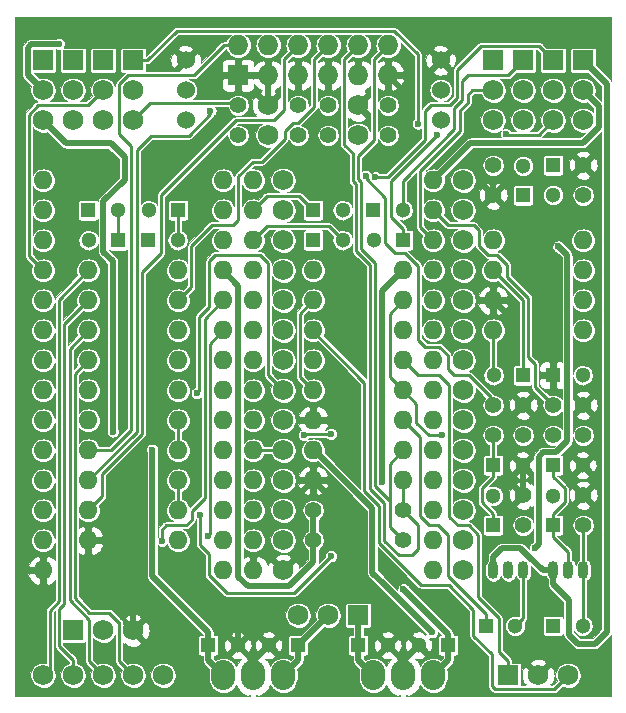
<source format=gtl>
G04 #@! TF.FileFunction,Copper,L1,Top,Signal*
%FSLAX46Y46*%
G04 Gerber Fmt 4.6, Leading zero omitted, Abs format (unit mm)*
G04 Created by KiCad (PCBNEW 4.0.0-rc2-stable) date 22.03.2016 15:32:23*
%MOMM*%
G01*
G04 APERTURE LIST*
%ADD10C,0.100000*%
%ADD11R,1.300000X1.300000*%
%ADD12C,1.300000*%
%ADD13C,1.397000*%
%ADD14O,1.600000X1.600000*%
%ADD15O,2.032000X2.540000*%
%ADD16O,0.899160X1.501140*%
%ADD17C,1.727200*%
%ADD18C,1.524000*%
%ADD19R,1.727200X1.727200*%
%ADD20O,1.727200X1.727200*%
%ADD21C,0.600000*%
%ADD22C,0.250000*%
%ADD23C,0.500000*%
%ADD24C,0.025400*%
G04 APERTURE END LIST*
D10*
D11*
X142240000Y-83820000D03*
D12*
X139740000Y-83820000D03*
D11*
X139700000Y-86360000D03*
D12*
X142200000Y-86360000D03*
D11*
X137160000Y-86360000D03*
D12*
X134660000Y-86360000D03*
D11*
X134620000Y-83820000D03*
D12*
X137120000Y-83820000D03*
D11*
X165100000Y-120650000D03*
D12*
X162600000Y-120650000D03*
D11*
X157480000Y-120650000D03*
D12*
X159980000Y-120650000D03*
D11*
X152400000Y-120650000D03*
D12*
X149900000Y-120650000D03*
D11*
X144780000Y-120650000D03*
D12*
X147280000Y-120650000D03*
D11*
X158750000Y-83820000D03*
D12*
X161250000Y-83820000D03*
D11*
X153670000Y-86360000D03*
D12*
X156170000Y-86360000D03*
D11*
X153670000Y-83820000D03*
D12*
X156170000Y-83820000D03*
D11*
X161290000Y-86360000D03*
D12*
X158790000Y-86360000D03*
D11*
X171450000Y-82550000D03*
D12*
X171450000Y-80050000D03*
D11*
X173990000Y-80010000D03*
D12*
X173990000Y-82510000D03*
D11*
X168910000Y-105410000D03*
D12*
X171410000Y-105410000D03*
D11*
X168910000Y-110490000D03*
D12*
X168910000Y-107990000D03*
D11*
X171450000Y-97790000D03*
D12*
X168950000Y-97790000D03*
D11*
X173990000Y-97790000D03*
D12*
X176490000Y-97790000D03*
D13*
X147320000Y-74930000D03*
X147320000Y-77470000D03*
X176530000Y-82550000D03*
X176530000Y-80010000D03*
X171450000Y-102870000D03*
X171450000Y-100330000D03*
X168910000Y-102870000D03*
X168910000Y-100330000D03*
X171450000Y-110490000D03*
X171450000Y-107950000D03*
X176530000Y-102870000D03*
X176530000Y-100330000D03*
D14*
X134620000Y-88900000D03*
X134620000Y-91440000D03*
X134620000Y-93980000D03*
X134620000Y-96520000D03*
X134620000Y-99060000D03*
X134620000Y-101600000D03*
X134620000Y-104140000D03*
X134620000Y-106680000D03*
X134620000Y-109220000D03*
X134620000Y-111760000D03*
X142240000Y-111760000D03*
X142240000Y-109220000D03*
X142240000Y-106680000D03*
X142240000Y-104140000D03*
X142240000Y-101600000D03*
X142240000Y-99060000D03*
X142240000Y-96520000D03*
X142240000Y-93980000D03*
X142240000Y-91440000D03*
X142240000Y-88900000D03*
X130810000Y-81280000D03*
X130810000Y-83820000D03*
X130810000Y-86360000D03*
X130810000Y-88900000D03*
X130810000Y-91440000D03*
X130810000Y-93980000D03*
X130810000Y-96520000D03*
X130810000Y-99060000D03*
X130810000Y-101600000D03*
X130810000Y-104140000D03*
X130810000Y-106680000D03*
X130810000Y-109220000D03*
X130810000Y-111760000D03*
X130810000Y-114300000D03*
X146050000Y-114300000D03*
X146050000Y-111760000D03*
X146050000Y-109220000D03*
X146050000Y-106680000D03*
X146050000Y-104140000D03*
X146050000Y-101600000D03*
X146050000Y-99060000D03*
X146050000Y-96520000D03*
X146050000Y-93980000D03*
X146050000Y-91440000D03*
X146050000Y-88900000D03*
X146050000Y-86360000D03*
X146050000Y-83820000D03*
X146050000Y-81280000D03*
D15*
X161290000Y-123190000D03*
X158750000Y-123190000D03*
X163830000Y-123190000D03*
X148590000Y-123190000D03*
X146050000Y-123190000D03*
X151130000Y-123190000D03*
D14*
X148590000Y-81280000D03*
X148590000Y-83820000D03*
X148590000Y-86360000D03*
X148590000Y-88900000D03*
X148590000Y-91440000D03*
X148590000Y-93980000D03*
X148590000Y-96520000D03*
X148590000Y-99060000D03*
X148590000Y-101600000D03*
X148590000Y-104140000D03*
X148590000Y-106680000D03*
X148590000Y-109220000D03*
X148590000Y-111760000D03*
X148590000Y-114300000D03*
X163830000Y-114300000D03*
X163830000Y-111760000D03*
X163830000Y-109220000D03*
X163830000Y-106680000D03*
X163830000Y-104140000D03*
X163830000Y-101600000D03*
X163830000Y-99060000D03*
X163830000Y-96520000D03*
X163830000Y-93980000D03*
X163830000Y-91440000D03*
X163830000Y-88900000D03*
X163830000Y-86360000D03*
X163830000Y-83820000D03*
X163830000Y-81280000D03*
X153670000Y-88900000D03*
X153670000Y-91440000D03*
X153670000Y-93980000D03*
X153670000Y-96520000D03*
X153670000Y-99060000D03*
X153670000Y-101600000D03*
X153670000Y-104140000D03*
X153670000Y-106680000D03*
X161290000Y-106680000D03*
X161290000Y-104140000D03*
X161290000Y-101600000D03*
X161290000Y-99060000D03*
X161290000Y-96520000D03*
X161290000Y-93980000D03*
X161290000Y-91440000D03*
X161290000Y-88900000D03*
X168910000Y-86360000D03*
X168910000Y-88900000D03*
X168910000Y-91440000D03*
X168910000Y-93980000D03*
X176530000Y-93980000D03*
X176530000Y-91440000D03*
X176530000Y-88900000D03*
X176530000Y-86360000D03*
D13*
X153670000Y-111760000D03*
X161290000Y-111760000D03*
X153670000Y-109220000D03*
X161290000Y-109220000D03*
X168910000Y-80010000D03*
X168910000Y-82550000D03*
X160020000Y-77470000D03*
X160020000Y-74930000D03*
D11*
X173990000Y-105410000D03*
D12*
X176490000Y-105410000D03*
D11*
X173990000Y-110490000D03*
D12*
X173990000Y-107990000D03*
D16*
X170180000Y-114300000D03*
X171450000Y-114300000D03*
X168910000Y-114300000D03*
X175260000Y-114300000D03*
X176530000Y-114300000D03*
X173990000Y-114300000D03*
D13*
X173990000Y-102870000D03*
X173990000Y-100330000D03*
X176530000Y-110490000D03*
X176530000Y-107950000D03*
D11*
X168275000Y-118999000D03*
D12*
X170775000Y-118999000D03*
D11*
X173990000Y-118999000D03*
D12*
X176490000Y-118999000D03*
D17*
X151130000Y-81280000D03*
X151130000Y-83820000D03*
X151130000Y-86360000D03*
X151130000Y-88900000D03*
X151130000Y-91440000D03*
X151130000Y-93980000D03*
X151130000Y-96520000D03*
X151130000Y-99060000D03*
X151130000Y-101600000D03*
X151130000Y-104140000D03*
X151130000Y-106680000D03*
X151130000Y-109220000D03*
X151130000Y-111760000D03*
X151130000Y-114300000D03*
X166370000Y-114300000D03*
X166370000Y-111760000D03*
X166370000Y-109220000D03*
X166370000Y-106680000D03*
X166370000Y-104140000D03*
X166370000Y-101600000D03*
X166370000Y-99060000D03*
X166370000Y-96520000D03*
X166370000Y-93980000D03*
X166370000Y-91440000D03*
X166370000Y-88900000D03*
X166370000Y-86360000D03*
X166370000Y-83820000D03*
X166370000Y-81280000D03*
D18*
X164465000Y-73660000D03*
X164465000Y-76200000D03*
X164465000Y-71120000D03*
X142875000Y-73660000D03*
X142875000Y-76200000D03*
X142875000Y-71120000D03*
D13*
X152400000Y-77470000D03*
X152400000Y-74930000D03*
X154940000Y-77470000D03*
X154940000Y-74930000D03*
D17*
X130810000Y-123190000D03*
X133350000Y-123190000D03*
X135890000Y-123190000D03*
X138430000Y-123190000D03*
X140970000Y-123190000D03*
D19*
X133350000Y-119380000D03*
D17*
X135890000Y-119380000D03*
X138430000Y-119380000D03*
D19*
X157480000Y-118110000D03*
D17*
X154940000Y-118110000D03*
X152400000Y-118110000D03*
D19*
X130810000Y-71120000D03*
D17*
X130810000Y-73660000D03*
X130810000Y-76200000D03*
D19*
X133350000Y-71120000D03*
D17*
X133350000Y-73660000D03*
X133350000Y-76200000D03*
D19*
X135890000Y-71120000D03*
D17*
X135890000Y-73660000D03*
X135890000Y-76200000D03*
D19*
X138430000Y-71120000D03*
D17*
X138430000Y-73660000D03*
X138430000Y-76200000D03*
D19*
X168910000Y-71120000D03*
D17*
X168910000Y-73660000D03*
X168910000Y-76200000D03*
D19*
X171450000Y-71120000D03*
D17*
X171450000Y-73660000D03*
X171450000Y-76200000D03*
D19*
X173990000Y-71120000D03*
D17*
X173990000Y-73660000D03*
X173990000Y-76200000D03*
D19*
X176530000Y-71120000D03*
D17*
X176530000Y-73660000D03*
X176530000Y-76200000D03*
D19*
X170180000Y-123190000D03*
D17*
X172720000Y-123190000D03*
X175260000Y-123190000D03*
X149860000Y-77470000D03*
X149860000Y-74930000D03*
X157480000Y-77470000D03*
X157480000Y-74930000D03*
D19*
X147320000Y-72390000D03*
D20*
X147320000Y-69850000D03*
X149860000Y-72390000D03*
X149860000Y-69850000D03*
X152400000Y-72390000D03*
X152400000Y-69850000D03*
X154940000Y-72390000D03*
X154940000Y-69850000D03*
X157480000Y-72390000D03*
X157480000Y-69850000D03*
X160020000Y-72390000D03*
X160020000Y-69850000D03*
D21*
X147541200Y-117876400D03*
X161479200Y-77260400D03*
X167550600Y-79120400D03*
X140039700Y-104098700D03*
X136715500Y-102552500D03*
X158946400Y-81025100D03*
X169970000Y-77368100D03*
X164159700Y-77485400D03*
X144979200Y-75374500D03*
X140864900Y-111812300D03*
X144730100Y-111394900D03*
X143814800Y-99314000D03*
X159533600Y-106845300D03*
X155178100Y-113110200D03*
X144081700Y-109617400D03*
X155171600Y-102751200D03*
X152892000Y-102853300D03*
X174427600Y-86877200D03*
X172459600Y-112415400D03*
X162533000Y-76487000D03*
X158105500Y-80901300D03*
X164550100Y-102870000D03*
X161315300Y-115909200D03*
X163745300Y-119549600D03*
X132128800Y-69741400D03*
D22*
X142240000Y-83820000D02*
X142240000Y-86320000D01*
X142240000Y-86320000D02*
X142200000Y-86360000D01*
X137120000Y-83820000D02*
X137120000Y-86320000D01*
X137120000Y-86320000D02*
X137160000Y-86360000D01*
D23*
X138430000Y-119380000D02*
X138430000Y-115011200D01*
X158794000Y-117144800D02*
X158794000Y-116630000D01*
X156311600Y-114147600D02*
X156311600Y-109321600D01*
X158794000Y-116630000D02*
X156311600Y-114147600D01*
X156311600Y-109321600D02*
X153670000Y-106680000D01*
X161290000Y-123190000D02*
X161290000Y-121960000D01*
X161290000Y-121960000D02*
X162600000Y-120650000D01*
X161290000Y-121960000D02*
X159980000Y-120650000D01*
X148590000Y-123190000D02*
X148590000Y-121960000D01*
X148590000Y-121960000D02*
X149900000Y-120650000D01*
X148590000Y-121960000D02*
X147280000Y-120650000D01*
X147280000Y-120650000D02*
X147280000Y-118137600D01*
X147280000Y-118137600D02*
X147541200Y-117876400D01*
X138430000Y-119380000D02*
X138480800Y-119380000D01*
X138480800Y-119380000D02*
X139801600Y-118059200D01*
X134620000Y-111760000D02*
X136804400Y-111760000D01*
X136804400Y-111760000D02*
X138430000Y-113385600D01*
X138430000Y-113385600D02*
X138430000Y-115011200D01*
X155928500Y-108938500D02*
X153670000Y-106680000D01*
X152516800Y-109537500D02*
X152516800Y-107833200D01*
X152516800Y-107833200D02*
X153670000Y-106680000D01*
X176530000Y-107950000D02*
X176570000Y-107950000D01*
X176570000Y-107950000D02*
X177800000Y-106720000D01*
X176530000Y-107950000D02*
X176784000Y-107950000D01*
X177800000Y-106720000D02*
X176490000Y-105410000D01*
X170160300Y-96139000D02*
X170160300Y-92690300D01*
X170160300Y-92690300D02*
X168910000Y-91440000D01*
X161479200Y-76581000D02*
X161479200Y-73849200D01*
X161479200Y-73849200D02*
X160020000Y-72390000D01*
X170292900Y-104292900D02*
X171410000Y-105410000D01*
X170292900Y-101487100D02*
X170292900Y-104292900D01*
X171450000Y-100330000D02*
X170292900Y-101487100D01*
X170160300Y-99040300D02*
X171450000Y-100330000D01*
X170160300Y-96139000D02*
X170160300Y-99040300D01*
X176490000Y-105410000D02*
X176530000Y-105450000D01*
X171410000Y-107910000D02*
X171410000Y-105410000D01*
X171450000Y-107950000D02*
X171410000Y-107910000D01*
X168910000Y-82550000D02*
X168910000Y-81634800D01*
X173990000Y-97790000D02*
X173990000Y-96689700D01*
X169191100Y-81353700D02*
X175094400Y-81353700D01*
X168910000Y-81634800D02*
X169191100Y-81353700D01*
X175186300Y-81353700D02*
X176530000Y-80010000D01*
X175094400Y-81353700D02*
X175186300Y-81353700D01*
X173677300Y-96377000D02*
X173990000Y-96689700D01*
X173677300Y-86566400D02*
X173677300Y-96377000D01*
X175094400Y-85149300D02*
X173677300Y-86566400D01*
X175094400Y-81353700D02*
X175094400Y-85149300D01*
X152516800Y-112913200D02*
X152516800Y-109537500D01*
X152516800Y-109537500D02*
X152516800Y-108695000D01*
X151130000Y-114300000D02*
X152516800Y-112913200D01*
X158794000Y-119464000D02*
X159980000Y-120650000D01*
X158794000Y-117144800D02*
X158794000Y-119464000D01*
X161479200Y-76581000D02*
X161479200Y-77260400D01*
X167550600Y-80275400D02*
X168910000Y-81634800D01*
X167550600Y-79120400D02*
X167550600Y-80275400D01*
X149860000Y-74930000D02*
X149860000Y-72390000D01*
X147320000Y-72390000D02*
X148633900Y-72390000D01*
X149860000Y-72390000D02*
X148633900Y-72390000D01*
X133553200Y-78130400D02*
X136531296Y-78130400D01*
X137699696Y-81248304D02*
X135910000Y-83038000D01*
X137699696Y-79298800D02*
X137699696Y-81248304D01*
X136531296Y-78130400D02*
X137699696Y-79298800D01*
X136715500Y-102552500D02*
X136715500Y-88150700D01*
X136715500Y-88150700D02*
X135910000Y-87345200D01*
X140039700Y-106680000D02*
X140039700Y-104098700D01*
X135910000Y-83038000D02*
X135910000Y-87345200D01*
X130810000Y-76200000D02*
X132740400Y-78130400D01*
X133553200Y-78130400D02*
X132740400Y-78130400D01*
X140039700Y-108013500D02*
X140039700Y-106680000D01*
X144780000Y-120650000D02*
X144780000Y-121920000D01*
X144780000Y-121920000D02*
X146050000Y-123190000D01*
X144780000Y-121200100D02*
X144780000Y-121750300D01*
X144780000Y-121200100D02*
X144780000Y-120650000D01*
X144780000Y-120650000D02*
X144780000Y-119549700D01*
X140039700Y-114809400D02*
X140039700Y-108013500D01*
X144780000Y-119549700D02*
X140039700Y-114809400D01*
D22*
X154051000Y-85169400D02*
X149780600Y-85169400D01*
X149780600Y-85169400D02*
X148590000Y-86360000D01*
X154979400Y-85169400D02*
X154051000Y-85169400D01*
X156170000Y-86360000D02*
X154979400Y-85169400D01*
X165636400Y-76939600D02*
X165636400Y-75182398D01*
X166776400Y-72390000D02*
X170180000Y-72390000D01*
X166312002Y-72854398D02*
X166776400Y-72390000D01*
X166312002Y-74506796D02*
X166312002Y-72854398D01*
X165636400Y-75182398D02*
X166312002Y-74506796D01*
X170180000Y-72390000D02*
X171450000Y-71120000D01*
X161250000Y-81326000D02*
X161250000Y-83820000D01*
X165636400Y-76939600D02*
X161250000Y-81326000D01*
X151638000Y-82629400D02*
X149780600Y-82629400D01*
X149780600Y-82629400D02*
X148590000Y-83820000D01*
X151638000Y-82629400D02*
X152479400Y-82629400D01*
X152479400Y-82629400D02*
X153670000Y-83820000D01*
X163158300Y-76352400D02*
X163158300Y-75398500D01*
X165862000Y-74320400D02*
X165862000Y-71915700D01*
X165252400Y-74930000D02*
X165862000Y-74320400D01*
X163626800Y-74930000D02*
X165252400Y-74930000D01*
X163158300Y-75398500D02*
X163626800Y-74930000D01*
X163158300Y-76352400D02*
X163158300Y-77850402D01*
X159983602Y-81025100D02*
X158946400Y-81025100D01*
X163158300Y-77850402D02*
X159983602Y-81025100D01*
X170878500Y-69931000D02*
X172801000Y-69931000D01*
X172801000Y-69931000D02*
X173990000Y-71120000D01*
X167846700Y-69931000D02*
X170878500Y-69931000D01*
X165862000Y-71915700D02*
X167846700Y-69931000D01*
X160269000Y-84363700D02*
X161290000Y-85384700D01*
X160269000Y-81376100D02*
X160269000Y-84363700D01*
X164159700Y-77485400D02*
X160269000Y-81376100D01*
X161290000Y-86360000D02*
X161290000Y-85384700D01*
X170030200Y-77428300D02*
X169970000Y-77368100D01*
X172761700Y-77428300D02*
X170030200Y-77428300D01*
X173990000Y-76200000D02*
X172761700Y-77428300D01*
X129581500Y-85407500D02*
X129581500Y-87671500D01*
X129581500Y-87671500D02*
X130810000Y-88900000D01*
X129581500Y-75736600D02*
X129581500Y-85407500D01*
X130388100Y-74930000D02*
X129581500Y-75736600D01*
X134620000Y-74930000D02*
X130388100Y-74930000D01*
X135890000Y-73660000D02*
X134620000Y-74930000D01*
X132144196Y-115468400D02*
X132144196Y-116928204D01*
X131368800Y-117703600D02*
X131368800Y-122631200D01*
X132144196Y-116928204D02*
X131368800Y-117703600D01*
X131368800Y-122631200D02*
X130810000Y-123190000D01*
X132144196Y-113588800D02*
X132144196Y-115468400D01*
X132144196Y-115468400D02*
X132144196Y-116674204D01*
X132144196Y-91375804D02*
X134620000Y-88900000D01*
X132144196Y-113588800D02*
X132144196Y-91375804D01*
X133350000Y-123190000D02*
X133350000Y-121920000D01*
X133350000Y-121920000D02*
X132161100Y-120731100D01*
X132161100Y-118364000D02*
X132161100Y-117571700D01*
X132161100Y-119888000D02*
X132161100Y-120731100D01*
X132161100Y-119888000D02*
X132161100Y-118364000D01*
X132594198Y-114706400D02*
X132594198Y-117138602D01*
X132161100Y-117571700D02*
X132594198Y-117138602D01*
X132594198Y-93465802D02*
X134620000Y-91440000D01*
X132594198Y-114935000D02*
X132594198Y-114706400D01*
X132594198Y-114706400D02*
X132594198Y-93465802D01*
X134701100Y-119227600D02*
X134701100Y-118496900D01*
X133044200Y-116840000D02*
X133044200Y-114350800D01*
X134701100Y-118496900D02*
X133044200Y-116840000D01*
X133044200Y-98171000D02*
X133044200Y-95555800D01*
X133044200Y-95555800D02*
X134620000Y-93980000D01*
X134701100Y-120523000D02*
X134701100Y-122001100D01*
X134701100Y-122001100D02*
X135890000Y-123190000D01*
X133044200Y-114350800D02*
X133044200Y-98171000D01*
X134701100Y-120523000D02*
X134701100Y-119227600D01*
X137241100Y-119735600D02*
X137241100Y-118749900D01*
X133494202Y-114604800D02*
X133494600Y-114604800D01*
X133494202Y-116653604D02*
X133494202Y-114604800D01*
X134734499Y-117893901D02*
X133494202Y-116653604D01*
X136385101Y-117893901D02*
X134734499Y-117893901D01*
X137241100Y-118749900D02*
X136385101Y-117893901D01*
X133494600Y-112268000D02*
X133494600Y-114604800D01*
X133494600Y-102870000D02*
X133494600Y-97645400D01*
X133494600Y-97645400D02*
X134620000Y-96520000D01*
X133494600Y-112268000D02*
X133494600Y-102870000D01*
X133494600Y-114604800D02*
X133494600Y-114952600D01*
X137241100Y-119380000D02*
X137241100Y-119735600D01*
X137241100Y-119735600D02*
X137241100Y-122001100D01*
X137241100Y-119380000D02*
X137241100Y-118699100D01*
X137241100Y-122001100D02*
X138430000Y-123190000D01*
X134620000Y-104140000D02*
X136523602Y-104140000D01*
X138274698Y-78381498D02*
X137241000Y-77347800D01*
X138274698Y-102388904D02*
X138274698Y-78381498D01*
X136523602Y-104140000D02*
X138274698Y-102388904D01*
X147320000Y-69850000D02*
X146131100Y-69850000D01*
X137241000Y-73162800D02*
X137241000Y-77347800D01*
X138013800Y-72390000D02*
X137241000Y-73162800D01*
X143591100Y-72390000D02*
X138013800Y-72390000D01*
X146131100Y-69850000D02*
X143591100Y-72390000D01*
X134684900Y-104204900D02*
X134620000Y-104140000D01*
X138724700Y-83312000D02*
X138724700Y-78699300D01*
X139903200Y-77520800D02*
X143130500Y-77520800D01*
X138724700Y-78699300D02*
X139903200Y-77520800D01*
X144979200Y-75672100D02*
X143130500Y-77520800D01*
X144979200Y-75374500D02*
X144979200Y-75672100D01*
X138724700Y-101346000D02*
X138724700Y-102575300D01*
X138724700Y-102575300D02*
X134620000Y-106680000D01*
X138724700Y-81926600D02*
X138724700Y-83312000D01*
X138724700Y-83312000D02*
X138724700Y-101346000D01*
X143383000Y-109524800D02*
X143383000Y-109244898D01*
X144474698Y-102514400D02*
X144474100Y-102514400D01*
X144474698Y-108153200D02*
X144474698Y-102514400D01*
X143383000Y-109244898D02*
X144474698Y-108153200D01*
X143383000Y-109410500D02*
X143383000Y-109524800D01*
X144474100Y-93015900D02*
X146050000Y-91440000D01*
X144474100Y-102514400D02*
X144474100Y-94424500D01*
X144474100Y-94424500D02*
X144474100Y-93015900D01*
X140864900Y-110849100D02*
X141224000Y-110490000D01*
X141224000Y-110490000D02*
X142938500Y-110490000D01*
X142938500Y-110490000D02*
X143383000Y-110045500D01*
X143383000Y-110045500D02*
X143383000Y-109410500D01*
X140864900Y-111812300D02*
X140864900Y-110849100D01*
X144924700Y-96583500D02*
X144924700Y-95105300D01*
X144924700Y-95105300D02*
X146050000Y-93980000D01*
X144924700Y-111200300D02*
X144924700Y-96583500D01*
X144730100Y-111394900D02*
X144924700Y-111200300D01*
X144881600Y-90017600D02*
X144881600Y-88087200D01*
X149809200Y-88849200D02*
X149815100Y-88849200D01*
X149809200Y-88239600D02*
X149809200Y-88849200D01*
X149199600Y-87630000D02*
X149809200Y-88239600D01*
X145338800Y-87630000D02*
X149199600Y-87630000D01*
X144881600Y-88087200D02*
X145338800Y-87630000D01*
X143814800Y-99314000D02*
X143820898Y-99314000D01*
X144881600Y-91972002D02*
X144881600Y-90017600D01*
X144881600Y-90017600D02*
X144881600Y-88465500D01*
X144024098Y-92829504D02*
X144881600Y-91972002D01*
X144024098Y-99110800D02*
X144024098Y-92829504D01*
X143820898Y-99314000D02*
X144024098Y-99110800D01*
X143814800Y-99314000D02*
X143848000Y-99280800D01*
X149815100Y-97745100D02*
X149815100Y-88849200D01*
X151130000Y-99060000D02*
X149815100Y-97745100D01*
X149815100Y-88849200D02*
X149815100Y-88506000D01*
X142240000Y-106680000D02*
X142240000Y-109220000D01*
X142240000Y-101600000D02*
X142240000Y-104140000D01*
D23*
X159533600Y-92773500D02*
X159533600Y-90656400D01*
X159533600Y-90656400D02*
X161290000Y-88900000D01*
X147339600Y-92202000D02*
X147339600Y-90189600D01*
X147339600Y-90189600D02*
X146050000Y-88900000D01*
X153670000Y-109220000D02*
X153670000Y-111760000D01*
X147339600Y-114843200D02*
X147339600Y-92202000D01*
X148132600Y-115636200D02*
X147339600Y-114843200D01*
X151654000Y-115636200D02*
X148132600Y-115636200D01*
X153670000Y-113620200D02*
X151654000Y-115636200D01*
X153670000Y-111760000D02*
X153670000Y-113620200D01*
X159533600Y-106845300D02*
X159533600Y-92773500D01*
D22*
X148590000Y-104140000D02*
X149715300Y-104140000D01*
X151130000Y-104140000D02*
X149715300Y-104140000D01*
X144832850Y-114704350D02*
X144832850Y-112879650D01*
X144832850Y-114704350D02*
X146359700Y-116231200D01*
X146359700Y-116231200D02*
X152057100Y-116231200D01*
X152057100Y-116231200D02*
X155178100Y-113110200D01*
X144081700Y-109617400D02*
X144081700Y-112128500D01*
X144832850Y-112879650D02*
X144081700Y-112128500D01*
X152994100Y-102751200D02*
X152892000Y-102853300D01*
X155171600Y-102751200D02*
X152994100Y-102751200D01*
D23*
X172767700Y-112107300D02*
X172459600Y-112415400D01*
X172767700Y-104686500D02*
X172767700Y-112107300D01*
X173144600Y-104309600D02*
X172767700Y-104686500D01*
X174249600Y-104309600D02*
X173144600Y-104309600D01*
X175170000Y-103389200D02*
X174249600Y-104309600D01*
X175170000Y-87619600D02*
X175170000Y-103389200D01*
X174427600Y-86877200D02*
X175170000Y-87619600D01*
D22*
X138430000Y-71120000D02*
X139618900Y-71120000D01*
X162533000Y-70618000D02*
X162533000Y-76487000D01*
X160539900Y-68624900D02*
X162533000Y-70618000D01*
X142114000Y-68624900D02*
X160539900Y-68624900D01*
X139618900Y-71120000D02*
X142114000Y-68624900D01*
X172473900Y-97485200D02*
X172473900Y-96839898D01*
X170078400Y-89432002D02*
X170078400Y-88470400D01*
X171900002Y-91253604D02*
X170078400Y-89432002D01*
X171900002Y-96266000D02*
X171900002Y-91253604D01*
X172473900Y-96839898D02*
X171900002Y-96266000D01*
X165925500Y-85090000D02*
X167259000Y-85090000D01*
X169238000Y-87630000D02*
X170078400Y-88470400D01*
X168510000Y-87630000D02*
X169238000Y-87630000D01*
X167685000Y-86805000D02*
X168510000Y-87630000D01*
X165100000Y-85090000D02*
X163830000Y-83820000D01*
X165925500Y-85090000D02*
X165100000Y-85090000D01*
X167259000Y-85090000D02*
X167685000Y-85516000D01*
X167685000Y-85516000D02*
X167685000Y-86805000D01*
X172473900Y-98813900D02*
X173990000Y-100330000D01*
X172473900Y-97485200D02*
X172473900Y-98813900D01*
X166166800Y-97790000D02*
X166839500Y-97790000D01*
X168605200Y-99555700D02*
X168910000Y-99860500D01*
X166839500Y-97790000D02*
X168605200Y-99555700D01*
X164033200Y-95362800D02*
X164338200Y-95362800D01*
X164338200Y-95362800D02*
X165049200Y-96073800D01*
X165608000Y-97790000D02*
X166166800Y-97790000D01*
X166166800Y-97790000D02*
X166827200Y-97790000D01*
X165049200Y-97231200D02*
X165608000Y-97790000D01*
X165049200Y-96073800D02*
X165049200Y-97231200D01*
X164033200Y-95362800D02*
X163130000Y-95362800D01*
X162560000Y-94081600D02*
X162559900Y-94081600D01*
X162560000Y-94792800D02*
X162560000Y-94081600D01*
X163130000Y-95362800D02*
X162560000Y-94792800D01*
X158105500Y-81122100D02*
X158105500Y-80901300D01*
X159765400Y-82782000D02*
X158105500Y-81122100D01*
X159765400Y-86601800D02*
X159765400Y-82782000D01*
X160559200Y-87395600D02*
X159765400Y-86601800D01*
X161411800Y-87395600D02*
X160559200Y-87395600D01*
X162559900Y-88543700D02*
X161411800Y-87395600D01*
X162559900Y-94081600D02*
X162559900Y-88543700D01*
X168910000Y-100330000D02*
X168910000Y-99860500D01*
X160164700Y-94043500D02*
X160164700Y-92565300D01*
X160164700Y-92565300D02*
X161290000Y-91440000D01*
X162415300Y-101600000D02*
X162415300Y-100185300D01*
X162415300Y-100185300D02*
X161290000Y-99060000D01*
X160164700Y-96139000D02*
X160164700Y-97934700D01*
X160164700Y-96139000D02*
X160164700Y-94043500D01*
X160164700Y-97934700D02*
X161290000Y-99060000D01*
X162415300Y-101789900D02*
X162415300Y-101600000D01*
X163495400Y-102870000D02*
X162415300Y-101789900D01*
X164550100Y-102870000D02*
X163495400Y-102870000D01*
X162704600Y-105003600D02*
X162704600Y-103014600D01*
X162704600Y-103014600D02*
X161290000Y-101600000D01*
X152544700Y-95821500D02*
X152544700Y-97934700D01*
X152544700Y-97934700D02*
X153670000Y-99060000D01*
X152544700Y-93789500D02*
X152544700Y-92565300D01*
X152544700Y-92565300D02*
X153670000Y-91440000D01*
X152544700Y-95821500D02*
X152544700Y-93789500D01*
X162704600Y-109739400D02*
X162704600Y-105003600D01*
X163455200Y-110490000D02*
X162704600Y-109739400D01*
X164230000Y-110490000D02*
X163455200Y-110490000D01*
X165055100Y-111315100D02*
X164230000Y-110490000D01*
X165055100Y-114803800D02*
X165055100Y-111315100D01*
X168275000Y-118023700D02*
X165055100Y-114803800D01*
X168275000Y-118999000D02*
X168275000Y-118023700D01*
X171450000Y-114300000D02*
X171450000Y-118324000D01*
X171450000Y-118324000D02*
X170775000Y-118999000D01*
X160159700Y-110286800D02*
X160159700Y-108445300D01*
X158902400Y-107188000D02*
X158902400Y-106527600D01*
X159639000Y-107924600D02*
X158902400Y-107188000D01*
X160159700Y-108445300D02*
X159639000Y-107924600D01*
X160159700Y-107403900D02*
X160159700Y-110286800D01*
X160159700Y-110286800D02*
X160159700Y-110629700D01*
X160159700Y-107035600D02*
X160159700Y-107403900D01*
X160159700Y-110629700D02*
X161290000Y-111760000D01*
X160159700Y-106273600D02*
X160159700Y-107035600D01*
X160159700Y-107035600D02*
X160159700Y-107353100D01*
X157480100Y-80213200D02*
X157480100Y-79247900D01*
X157480100Y-79247900D02*
X158831100Y-77896900D01*
X157480100Y-80924400D02*
X157480100Y-80213200D01*
X158902400Y-106527600D02*
X158902400Y-88239600D01*
X158831100Y-72771000D02*
X158831100Y-71038900D01*
X158831100Y-71038900D02*
X160020000Y-69850000D01*
X158831100Y-72771000D02*
X158831100Y-77896900D01*
X157764800Y-81445100D02*
X157764800Y-87102000D01*
X157480100Y-81160400D02*
X157764800Y-81445100D01*
X157480100Y-80924400D02*
X157480100Y-81160400D01*
X158902400Y-88239600D02*
X157764800Y-87102000D01*
X158902400Y-107137200D02*
X158902400Y-106527600D01*
X160159700Y-105270300D02*
X161290000Y-104140000D01*
X160159700Y-106934000D02*
X160159700Y-106273600D01*
X160159700Y-106273600D02*
X160159700Y-105270300D01*
X161544000Y-113030000D02*
X160934400Y-113030000D01*
X160934400Y-113030000D02*
X159709698Y-111805298D01*
X158452398Y-107374396D02*
X158452398Y-107086400D01*
X159709698Y-108631696D02*
X158452398Y-107374396D01*
X159709698Y-111805298D02*
X159709698Y-108631696D01*
X157030098Y-80467200D02*
X157030098Y-79001298D01*
X157030098Y-79001298D02*
X156291100Y-78262300D01*
X157314798Y-81631500D02*
X157314300Y-81631500D01*
X157314300Y-81631500D02*
X157030098Y-81347298D01*
X156291100Y-72898000D02*
X156291100Y-76403200D01*
X156291100Y-76403200D02*
X156291100Y-78262300D01*
X156291100Y-72898000D02*
X156291100Y-71038900D01*
X156291100Y-71038900D02*
X157480000Y-69850000D01*
X157030098Y-80467200D02*
X157030098Y-81347298D01*
X161544000Y-113030000D02*
X162001200Y-113030000D01*
X162509200Y-110439200D02*
X161290000Y-109220000D01*
X162509200Y-112522000D02*
X162509200Y-110439200D01*
X162001200Y-113030000D02*
X162509200Y-112522000D01*
X157314798Y-81631500D02*
X157314300Y-81631500D01*
X157314798Y-87288396D02*
X157314798Y-81631500D01*
X158452398Y-88425996D02*
X157314798Y-87288396D01*
X158452398Y-107086400D02*
X158452398Y-88425996D01*
X161290000Y-106680000D02*
X161290000Y-109220000D01*
X157314300Y-81631500D02*
X157314300Y-81631500D01*
D23*
X165100000Y-120650000D02*
X165100000Y-119693900D01*
X164908900Y-119502800D02*
X161315300Y-115909200D01*
X165100000Y-119693900D02*
X164908900Y-119502800D01*
X165100000Y-120650000D02*
X165100000Y-121920000D01*
X165100000Y-121920000D02*
X163830000Y-123190000D01*
X164908900Y-120650000D02*
X164717800Y-120650000D01*
D22*
X135826500Y-106984800D02*
X135826500Y-106109898D01*
X135826500Y-106109898D02*
X139174702Y-102761696D01*
X139174702Y-89069698D02*
X140790700Y-87453700D01*
X139174702Y-102761696D02*
X139174702Y-89069698D01*
X151211100Y-73215500D02*
X151211100Y-71038900D01*
X151211100Y-71038900D02*
X152400000Y-69850000D01*
X135826500Y-108013500D02*
X134620000Y-109220000D01*
X135826500Y-106984800D02*
X135826500Y-108013500D01*
X151211100Y-73215500D02*
X151211100Y-75325300D01*
X151211100Y-75325300D02*
X150336400Y-76200000D01*
X150336400Y-76200000D02*
X147139000Y-76200000D01*
X147139000Y-76200000D02*
X140790700Y-82548300D01*
X140790700Y-82548300D02*
X140790700Y-87453700D01*
X146862800Y-85090000D02*
X145084800Y-85090000D01*
X153751100Y-73088500D02*
X153751100Y-75033100D01*
X153751100Y-75033100D02*
X152359100Y-76425100D01*
X152359100Y-76425100D02*
X151936300Y-76425100D01*
X151936300Y-76425100D02*
X151246800Y-77114600D01*
X151246800Y-77114600D02*
X151246800Y-77781700D01*
X151246800Y-77781700D02*
X149301000Y-79727500D01*
X149301000Y-79727500D02*
X148542500Y-79727500D01*
X148542500Y-79727500D02*
X147320000Y-80950000D01*
X154940000Y-69850000D02*
X153751100Y-71038900D01*
X153751100Y-73088500D02*
X153751100Y-71038900D01*
X146862800Y-85090000D02*
X147320000Y-84632800D01*
X147320000Y-84632800D02*
X147320000Y-80950000D01*
X143365300Y-86809500D02*
X143365300Y-87477600D01*
X145084800Y-85090000D02*
X143365300Y-86809500D01*
X143365300Y-88328500D02*
X143365300Y-90314700D01*
X143365300Y-90314700D02*
X142240000Y-91440000D01*
X143365300Y-87379400D02*
X143365300Y-87477600D01*
X143365300Y-87477600D02*
X143365300Y-88328500D01*
X171450000Y-93726000D02*
X171450000Y-91440000D01*
X171450000Y-91440000D02*
X168910000Y-88900000D01*
X171450000Y-93726000D02*
X171450000Y-97790000D01*
X168910000Y-93980000D02*
X168910000Y-97750000D01*
X168910000Y-97750000D02*
X168950000Y-97790000D01*
D23*
X158684694Y-111048800D02*
X158684694Y-114488994D01*
X158684694Y-114488994D02*
X159631800Y-115436100D01*
X158684694Y-109056266D02*
X153768428Y-104140000D01*
X158684694Y-112229868D02*
X158684694Y-111048800D01*
X158684694Y-111048800D02*
X158684694Y-109056266D01*
X153768428Y-104140000D02*
X153670000Y-104140000D01*
X159631800Y-115436100D02*
X163745300Y-119549600D01*
D22*
X169799000Y-124379000D02*
X169083000Y-124379000D01*
X168783000Y-121412000D02*
X167245850Y-119874850D01*
X168783000Y-124079000D02*
X168783000Y-121412000D01*
X169083000Y-124379000D02*
X168783000Y-124079000D01*
X164439600Y-115519200D02*
X162787202Y-115519200D01*
X162787202Y-115519200D02*
X159259696Y-111991694D01*
X158002396Y-107560792D02*
X158002396Y-106222800D01*
X159259696Y-108818092D02*
X158002396Y-107560792D01*
X159259696Y-111991694D02*
X159259696Y-108818092D01*
X167245850Y-119874850D02*
X167245850Y-117630948D01*
X165134102Y-115519200D02*
X164439600Y-115519200D01*
X167245850Y-117630948D02*
X165134102Y-115519200D01*
X158002396Y-98399600D02*
X153670000Y-94067204D01*
X158002396Y-106222800D02*
X158002396Y-98399600D01*
X153670000Y-94067204D02*
X153670000Y-93980000D01*
X174071000Y-124379000D02*
X169799000Y-124379000D01*
X175260000Y-123190000D02*
X174071000Y-124379000D01*
X169365700Y-119253000D02*
X169365700Y-118311700D01*
X167640000Y-116586000D02*
X167640000Y-115697000D01*
X169365700Y-118311700D02*
X167640000Y-116586000D01*
X167640000Y-111292300D02*
X166830100Y-110482400D01*
X162560000Y-97790000D02*
X161290000Y-96520000D01*
X164338000Y-97790000D02*
X162560000Y-97790000D01*
X165175400Y-98627400D02*
X164338000Y-97790000D01*
X165175400Y-109755300D02*
X165175400Y-99695000D01*
X165902500Y-110482400D02*
X165175400Y-109755300D01*
X166830100Y-110482400D02*
X165902500Y-110482400D01*
X165175400Y-99695000D02*
X165175400Y-98627400D01*
X167640000Y-115697000D02*
X167640000Y-111292300D01*
X170180000Y-123190000D02*
X170180000Y-122001100D01*
X169365700Y-121186800D02*
X169365700Y-119253000D01*
X170180000Y-122001100D02*
X169365700Y-121186800D01*
D23*
X168910000Y-114300000D02*
X168910000Y-113131600D01*
X171210500Y-112420400D02*
X171889200Y-113099100D01*
X169621200Y-112420400D02*
X171210500Y-112420400D01*
X168910000Y-113131600D02*
X169621200Y-112420400D01*
X178545800Y-116484400D02*
X178545800Y-119497800D01*
X173990000Y-114300000D02*
X173990000Y-115500900D01*
X176530000Y-71120000D02*
X178545800Y-73135800D01*
X178545800Y-73135800D02*
X178545800Y-116484400D01*
X178545800Y-119497800D02*
X177546000Y-120497600D01*
X177546000Y-120497600D02*
X176072800Y-120497600D01*
X176072800Y-120497600D02*
X175310800Y-119735600D01*
X175310800Y-119735600D02*
X175310800Y-116821700D01*
X175310800Y-116821700D02*
X173990000Y-115500900D01*
X154940000Y-118110000D02*
X152400000Y-120650000D01*
X152400000Y-120650000D02*
X152400000Y-121920000D01*
X152400000Y-121920000D02*
X151130000Y-123190000D01*
X173990000Y-114300000D02*
X173090100Y-114300000D01*
X171889200Y-113099100D02*
X173090100Y-114300000D01*
X157480000Y-120650000D02*
X157480000Y-121920000D01*
X157480000Y-121920000D02*
X158750000Y-123190000D01*
X157480000Y-118110000D02*
X157480000Y-120650000D01*
D22*
X139880800Y-74749200D02*
X138430000Y-76200000D01*
X147139200Y-74749200D02*
X139880800Y-74749200D01*
X147320000Y-74930000D02*
X147139200Y-74749200D01*
X162704700Y-81178400D02*
X162704700Y-80507698D01*
X167132000Y-73660000D02*
X168910000Y-73660000D01*
X166762004Y-74029996D02*
X167132000Y-73660000D01*
X166762004Y-74693192D02*
X166762004Y-74029996D01*
X166086402Y-75368794D02*
X166762004Y-74693192D01*
X166086402Y-77125996D02*
X166086402Y-75368794D01*
X162704700Y-80507698D02*
X166086402Y-77125996D01*
X162704700Y-82143600D02*
X162704700Y-81178400D01*
X162704700Y-82804000D02*
X162704700Y-85234700D01*
X162704700Y-85234700D02*
X163830000Y-86360000D01*
X162704700Y-82143600D02*
X162704700Y-82804000D01*
X168910000Y-102870000D02*
X168910000Y-105410000D01*
X167934700Y-107360600D02*
X168910000Y-106385300D01*
X167934700Y-108539400D02*
X167934700Y-107360600D01*
X168910000Y-109514700D02*
X167934700Y-108539400D01*
X168910000Y-110490000D02*
X168910000Y-109514700D01*
X168910000Y-105410000D02*
X168910000Y-106385300D01*
X174965300Y-107360600D02*
X173990000Y-106385300D01*
X174965300Y-108539400D02*
X174965300Y-107360600D01*
X173990000Y-109514700D02*
X174965300Y-108539400D01*
X173990000Y-110490000D02*
X173990000Y-109514700D01*
X173990000Y-105410000D02*
X173990000Y-106385300D01*
X175260000Y-112735300D02*
X173990000Y-111465300D01*
X175260000Y-114300000D02*
X175260000Y-112735300D01*
X173990000Y-110490000D02*
X173990000Y-111465300D01*
X176530000Y-118959000D02*
X176530000Y-114300000D01*
X176490000Y-118999000D02*
X176530000Y-118959000D01*
X176530000Y-114300000D02*
X176530000Y-110490000D01*
D23*
X129798700Y-69741400D02*
X132128800Y-69741400D01*
X129496000Y-70044100D02*
X129798700Y-69741400D01*
X129496000Y-72346000D02*
X129496000Y-70044100D01*
X130810000Y-73660000D02*
X129496000Y-72346000D01*
X177845400Y-74975400D02*
X176530000Y-73660000D01*
X177845400Y-76762200D02*
X177845400Y-74975400D01*
X176489200Y-78118400D02*
X177845400Y-76762200D01*
X166991600Y-78118400D02*
X176489200Y-78118400D01*
X163830000Y-81280000D02*
X166991600Y-78118400D01*
D24*
G36*
X178906100Y-72848979D02*
X178904189Y-72846636D01*
X178877515Y-72813222D01*
X178874170Y-72809830D01*
X178874118Y-72809766D01*
X178874059Y-72809717D01*
X178872979Y-72808622D01*
X177607329Y-71542973D01*
X177607329Y-70256400D01*
X177604628Y-70222528D01*
X177586837Y-70165078D01*
X177553745Y-70114859D01*
X177507972Y-70075848D01*
X177453143Y-70051133D01*
X177393600Y-70042671D01*
X175666400Y-70042671D01*
X175632528Y-70045372D01*
X175575078Y-70063163D01*
X175524859Y-70096255D01*
X175485848Y-70142028D01*
X175461133Y-70196857D01*
X175452671Y-70256400D01*
X175452671Y-71983600D01*
X175455372Y-72017472D01*
X175473163Y-72074922D01*
X175506255Y-72125141D01*
X175552028Y-72164152D01*
X175606857Y-72188867D01*
X175666400Y-72197329D01*
X176952973Y-72197329D01*
X178083100Y-73327457D01*
X178083100Y-74558743D01*
X177546826Y-74022470D01*
X177556217Y-74001377D01*
X177602980Y-73795549D01*
X177606346Y-73554463D01*
X177565349Y-73347410D01*
X177484915Y-73152263D01*
X177368109Y-72976455D01*
X177219379Y-72826684D01*
X177044391Y-72708653D01*
X176849811Y-72626859D01*
X176643048Y-72584417D01*
X176431980Y-72582943D01*
X176224645Y-72622494D01*
X176028942Y-72701564D01*
X175852323Y-72817140D01*
X175701517Y-72964820D01*
X175582267Y-73138980D01*
X175499117Y-73332985D01*
X175455232Y-73539445D01*
X175452285Y-73750498D01*
X175490388Y-73958104D01*
X175568089Y-74154355D01*
X175682429Y-74331776D01*
X175829053Y-74483610D01*
X176002376Y-74604072D01*
X176195796Y-74688575D01*
X176401945Y-74733900D01*
X176612972Y-74738321D01*
X176820839Y-74701668D01*
X176890350Y-74674707D01*
X177382700Y-75167057D01*
X177382700Y-75538416D01*
X177368109Y-75516455D01*
X177219379Y-75366684D01*
X177044391Y-75248653D01*
X176849811Y-75166859D01*
X176643048Y-75124417D01*
X176431980Y-75122943D01*
X176224645Y-75162494D01*
X176028942Y-75241564D01*
X175852323Y-75357140D01*
X175701517Y-75504820D01*
X175582267Y-75678980D01*
X175499117Y-75872985D01*
X175455232Y-76079445D01*
X175452285Y-76290498D01*
X175490388Y-76498104D01*
X175568089Y-76694355D01*
X175682429Y-76871776D01*
X175829053Y-77023610D01*
X176002376Y-77144072D01*
X176195796Y-77228575D01*
X176401945Y-77273900D01*
X176612972Y-77278321D01*
X176688185Y-77265059D01*
X176297544Y-77655700D01*
X173011880Y-77655700D01*
X173504921Y-77162659D01*
X173655796Y-77228575D01*
X173861945Y-77273900D01*
X174072972Y-77278321D01*
X174280839Y-77241668D01*
X174477628Y-77165339D01*
X174655843Y-77052240D01*
X174808696Y-76906680D01*
X174930366Y-76734202D01*
X175016217Y-76541377D01*
X175062980Y-76335549D01*
X175066346Y-76094463D01*
X175025349Y-75887410D01*
X174944915Y-75692263D01*
X174828109Y-75516455D01*
X174679379Y-75366684D01*
X174504391Y-75248653D01*
X174309811Y-75166859D01*
X174103048Y-75124417D01*
X173891980Y-75122943D01*
X173684645Y-75162494D01*
X173488942Y-75241564D01*
X173312323Y-75357140D01*
X173161517Y-75504820D01*
X173042267Y-75678980D01*
X172959117Y-75872985D01*
X172915232Y-76079445D01*
X172912285Y-76290498D01*
X172950388Y-76498104D01*
X173025246Y-76687174D01*
X172621820Y-77090600D01*
X172055397Y-77090600D01*
X172115843Y-77052240D01*
X172268696Y-76906680D01*
X172390366Y-76734202D01*
X172476217Y-76541377D01*
X172522980Y-76335549D01*
X172526346Y-76094463D01*
X172485349Y-75887410D01*
X172404915Y-75692263D01*
X172288109Y-75516455D01*
X172139379Y-75366684D01*
X171964391Y-75248653D01*
X171769811Y-75166859D01*
X171563048Y-75124417D01*
X171351980Y-75122943D01*
X171144645Y-75162494D01*
X170948942Y-75241564D01*
X170772323Y-75357140D01*
X170621517Y-75504820D01*
X170502267Y-75678980D01*
X170419117Y-75872985D01*
X170375232Y-76079445D01*
X170372285Y-76290498D01*
X170410388Y-76498104D01*
X170488089Y-76694355D01*
X170602429Y-76871776D01*
X170749053Y-77023610D01*
X170845439Y-77090600D01*
X170401201Y-77090600D01*
X170369237Y-77042491D01*
X170298389Y-76971146D01*
X170215033Y-76914922D01*
X170122343Y-76875959D01*
X170023851Y-76855741D01*
X169923308Y-76855039D01*
X169824543Y-76873880D01*
X169731319Y-76911545D01*
X169706604Y-76927718D01*
X169728696Y-76906680D01*
X169850366Y-76734202D01*
X169936217Y-76541377D01*
X169982980Y-76335549D01*
X169986346Y-76094463D01*
X169945349Y-75887410D01*
X169864915Y-75692263D01*
X169748109Y-75516455D01*
X169599379Y-75366684D01*
X169424391Y-75248653D01*
X169229811Y-75166859D01*
X169023048Y-75124417D01*
X168811980Y-75122943D01*
X168604645Y-75162494D01*
X168408942Y-75241564D01*
X168232323Y-75357140D01*
X168081517Y-75504820D01*
X167962267Y-75678980D01*
X167879117Y-75872985D01*
X167835232Y-76079445D01*
X167832285Y-76290498D01*
X167870388Y-76498104D01*
X167948089Y-76694355D01*
X168062429Y-76871776D01*
X168209053Y-77023610D01*
X168382376Y-77144072D01*
X168575796Y-77228575D01*
X168781945Y-77273900D01*
X168992972Y-77278321D01*
X169200839Y-77241668D01*
X169397628Y-77165339D01*
X169556451Y-77064547D01*
X169518543Y-77119910D01*
X169478934Y-77212325D01*
X169458030Y-77310673D01*
X169456626Y-77411209D01*
X169474776Y-77510103D01*
X169511790Y-77603588D01*
X169545373Y-77655700D01*
X166991600Y-77655700D01*
X166949066Y-77659871D01*
X166906486Y-77663596D01*
X166904151Y-77664274D01*
X166901728Y-77664512D01*
X166860853Y-77676853D01*
X166819768Y-77688789D01*
X166817603Y-77689911D01*
X166815279Y-77690613D01*
X166777576Y-77710660D01*
X166739596Y-77730347D01*
X166737696Y-77731864D01*
X166735546Y-77733007D01*
X166702436Y-77760011D01*
X166669022Y-77786685D01*
X166665630Y-77790030D01*
X166665566Y-77790082D01*
X166665517Y-77790141D01*
X166664422Y-77791221D01*
X164137131Y-80318512D01*
X164045452Y-80289430D01*
X163849040Y-80267399D01*
X163834900Y-80267300D01*
X163825100Y-80267300D01*
X163628399Y-80286587D01*
X163439190Y-80343712D01*
X163264680Y-80436501D01*
X163203932Y-80486046D01*
X166325192Y-77364786D01*
X166345023Y-77340644D01*
X166365043Y-77316785D01*
X166365897Y-77315231D01*
X166367026Y-77313857D01*
X166381783Y-77286335D01*
X166396794Y-77259030D01*
X166397331Y-77257339D01*
X166398170Y-77255773D01*
X166407303Y-77225900D01*
X166416722Y-77196208D01*
X166416919Y-77194448D01*
X166417440Y-77192745D01*
X166420597Y-77161662D01*
X166424069Y-77130711D01*
X166424093Y-77127241D01*
X166424100Y-77127175D01*
X166424094Y-77127113D01*
X166424102Y-77125996D01*
X166424102Y-75508674D01*
X167000794Y-74931982D01*
X167020625Y-74907840D01*
X167040645Y-74883981D01*
X167041499Y-74882427D01*
X167042628Y-74881053D01*
X167057375Y-74853549D01*
X167072396Y-74826226D01*
X167072933Y-74824532D01*
X167073772Y-74822968D01*
X167082901Y-74793110D01*
X167092324Y-74763404D01*
X167092521Y-74761643D01*
X167093042Y-74759941D01*
X167096199Y-74728863D01*
X167099671Y-74697907D01*
X167099695Y-74694436D01*
X167099702Y-74694370D01*
X167099696Y-74694308D01*
X167099704Y-74693192D01*
X167099704Y-74169876D01*
X167271880Y-73997700D01*
X167886065Y-73997700D01*
X167948089Y-74154355D01*
X168062429Y-74331776D01*
X168209053Y-74483610D01*
X168382376Y-74604072D01*
X168575796Y-74688575D01*
X168781945Y-74733900D01*
X168992972Y-74738321D01*
X169200839Y-74701668D01*
X169397628Y-74625339D01*
X169575843Y-74512240D01*
X169728696Y-74366680D01*
X169850366Y-74194202D01*
X169936217Y-74001377D01*
X169982980Y-73795549D01*
X169983608Y-73750498D01*
X170372285Y-73750498D01*
X170410388Y-73958104D01*
X170488089Y-74154355D01*
X170602429Y-74331776D01*
X170749053Y-74483610D01*
X170922376Y-74604072D01*
X171115796Y-74688575D01*
X171321945Y-74733900D01*
X171532972Y-74738321D01*
X171740839Y-74701668D01*
X171937628Y-74625339D01*
X172115843Y-74512240D01*
X172268696Y-74366680D01*
X172390366Y-74194202D01*
X172476217Y-74001377D01*
X172522980Y-73795549D01*
X172523608Y-73750498D01*
X172912285Y-73750498D01*
X172950388Y-73958104D01*
X173028089Y-74154355D01*
X173142429Y-74331776D01*
X173289053Y-74483610D01*
X173462376Y-74604072D01*
X173655796Y-74688575D01*
X173861945Y-74733900D01*
X174072972Y-74738321D01*
X174280839Y-74701668D01*
X174477628Y-74625339D01*
X174655843Y-74512240D01*
X174808696Y-74366680D01*
X174930366Y-74194202D01*
X175016217Y-74001377D01*
X175062980Y-73795549D01*
X175066346Y-73554463D01*
X175025349Y-73347410D01*
X174944915Y-73152263D01*
X174828109Y-72976455D01*
X174679379Y-72826684D01*
X174504391Y-72708653D01*
X174309811Y-72626859D01*
X174103048Y-72584417D01*
X173891980Y-72582943D01*
X173684645Y-72622494D01*
X173488942Y-72701564D01*
X173312323Y-72817140D01*
X173161517Y-72964820D01*
X173042267Y-73138980D01*
X172959117Y-73332985D01*
X172915232Y-73539445D01*
X172912285Y-73750498D01*
X172523608Y-73750498D01*
X172526346Y-73554463D01*
X172485349Y-73347410D01*
X172404915Y-73152263D01*
X172288109Y-72976455D01*
X172139379Y-72826684D01*
X171964391Y-72708653D01*
X171769811Y-72626859D01*
X171563048Y-72584417D01*
X171351980Y-72582943D01*
X171144645Y-72622494D01*
X170948942Y-72701564D01*
X170772323Y-72817140D01*
X170621517Y-72964820D01*
X170502267Y-73138980D01*
X170419117Y-73332985D01*
X170375232Y-73539445D01*
X170372285Y-73750498D01*
X169983608Y-73750498D01*
X169986346Y-73554463D01*
X169945349Y-73347410D01*
X169864915Y-73152263D01*
X169748109Y-72976455D01*
X169599379Y-72826684D01*
X169452629Y-72727700D01*
X170180000Y-72727700D01*
X170211096Y-72724651D01*
X170242121Y-72721937D01*
X170243823Y-72721443D01*
X170245593Y-72721269D01*
X170275450Y-72712254D01*
X170305411Y-72703550D01*
X170306991Y-72702731D01*
X170308687Y-72702219D01*
X170336225Y-72687577D01*
X170363924Y-72673219D01*
X170365309Y-72672113D01*
X170366880Y-72671278D01*
X170391058Y-72651559D01*
X170415433Y-72632101D01*
X170417906Y-72629662D01*
X170417955Y-72629622D01*
X170417993Y-72629576D01*
X170418790Y-72628790D01*
X170850251Y-72197329D01*
X172313600Y-72197329D01*
X172347472Y-72194628D01*
X172404922Y-72176837D01*
X172455141Y-72143745D01*
X172494152Y-72097972D01*
X172518867Y-72043143D01*
X172527329Y-71983600D01*
X172527329Y-70268700D01*
X172661120Y-70268700D01*
X172912671Y-70520251D01*
X172912671Y-71983600D01*
X172915372Y-72017472D01*
X172933163Y-72074922D01*
X172966255Y-72125141D01*
X173012028Y-72164152D01*
X173066857Y-72188867D01*
X173126400Y-72197329D01*
X174853600Y-72197329D01*
X174887472Y-72194628D01*
X174944922Y-72176837D01*
X174995141Y-72143745D01*
X175034152Y-72097972D01*
X175058867Y-72043143D01*
X175067329Y-71983600D01*
X175067329Y-70256400D01*
X175064628Y-70222528D01*
X175046837Y-70165078D01*
X175013745Y-70114859D01*
X174967972Y-70075848D01*
X174913143Y-70051133D01*
X174853600Y-70042671D01*
X173390251Y-70042671D01*
X173039790Y-69692210D01*
X173015648Y-69672379D01*
X172991789Y-69652359D01*
X172990235Y-69651505D01*
X172988861Y-69650376D01*
X172961339Y-69635619D01*
X172934034Y-69620608D01*
X172932343Y-69620071D01*
X172930777Y-69619232D01*
X172900904Y-69610099D01*
X172871212Y-69600680D01*
X172869452Y-69600483D01*
X172867749Y-69599962D01*
X172836666Y-69596805D01*
X172805715Y-69593333D01*
X172802245Y-69593309D01*
X172802179Y-69593302D01*
X172802117Y-69593308D01*
X172801000Y-69593300D01*
X167846700Y-69593300D01*
X167815604Y-69596349D01*
X167784579Y-69599063D01*
X167782877Y-69599557D01*
X167781107Y-69599731D01*
X167751250Y-69608746D01*
X167721289Y-69617450D01*
X167719709Y-69618269D01*
X167718013Y-69618781D01*
X167690475Y-69633423D01*
X167662776Y-69647781D01*
X167661391Y-69648887D01*
X167659820Y-69649722D01*
X167635618Y-69669461D01*
X167611268Y-69688899D01*
X167608796Y-69691336D01*
X167608745Y-69691378D01*
X167608706Y-69691425D01*
X167607910Y-69692210D01*
X165631150Y-71668970D01*
X165715839Y-71430937D01*
X165752465Y-71180936D01*
X165739614Y-70928593D01*
X165677781Y-70683606D01*
X165631143Y-70571011D01*
X165437009Y-70489241D01*
X164806250Y-71120000D01*
X165437009Y-71750759D01*
X165631122Y-71668998D01*
X165623210Y-71676910D01*
X165603379Y-71701052D01*
X165583359Y-71724911D01*
X165582505Y-71726465D01*
X165581376Y-71727839D01*
X165566619Y-71755361D01*
X165551608Y-71782666D01*
X165551071Y-71784357D01*
X165550232Y-71785923D01*
X165541099Y-71815796D01*
X165531680Y-71845488D01*
X165531483Y-71847248D01*
X165530962Y-71848951D01*
X165527805Y-71880034D01*
X165524333Y-71910985D01*
X165524309Y-71914455D01*
X165524302Y-71914521D01*
X165524308Y-71914583D01*
X165524300Y-71915700D01*
X165524300Y-74180520D01*
X165112520Y-74592300D01*
X164756839Y-74592300D01*
X164906597Y-74534213D01*
X165067989Y-74431790D01*
X165206413Y-74299971D01*
X165316597Y-74143775D01*
X165394344Y-73969152D01*
X165436693Y-73782753D01*
X165439742Y-73564426D01*
X165402614Y-73376918D01*
X165329773Y-73200192D01*
X165223993Y-73040980D01*
X165089303Y-72905347D01*
X164930834Y-72798458D01*
X164754621Y-72724385D01*
X164567377Y-72685949D01*
X164376233Y-72684615D01*
X164188470Y-72720433D01*
X164011240Y-72792038D01*
X163851294Y-72896704D01*
X163714724Y-73030444D01*
X163606731Y-73188163D01*
X163531430Y-73363854D01*
X163491688Y-73550826D01*
X163489019Y-73741955D01*
X163523525Y-73929964D01*
X163593891Y-74107689D01*
X163697438Y-74268362D01*
X163830221Y-74405863D01*
X163987182Y-74514954D01*
X164162344Y-74591480D01*
X164166074Y-74592300D01*
X163626800Y-74592300D01*
X163595704Y-74595349D01*
X163564679Y-74598063D01*
X163562977Y-74598557D01*
X163561207Y-74598731D01*
X163531304Y-74607760D01*
X163501389Y-74616451D01*
X163499814Y-74617267D01*
X163498113Y-74617781D01*
X163470540Y-74632442D01*
X163442876Y-74646781D01*
X163441491Y-74647887D01*
X163439920Y-74648722D01*
X163415742Y-74668441D01*
X163391367Y-74687899D01*
X163388894Y-74690338D01*
X163388845Y-74690378D01*
X163388807Y-74690424D01*
X163388010Y-74691210D01*
X162919510Y-75159710D01*
X162899679Y-75183852D01*
X162879659Y-75207711D01*
X162878805Y-75209265D01*
X162877676Y-75210639D01*
X162870700Y-75223649D01*
X162870700Y-72092009D01*
X163834241Y-72092009D01*
X163916011Y-72286143D01*
X164154063Y-72370839D01*
X164404064Y-72407465D01*
X164656407Y-72394614D01*
X164901394Y-72332781D01*
X165013989Y-72286143D01*
X165095759Y-72092009D01*
X164465000Y-71461250D01*
X163834241Y-72092009D01*
X162870700Y-72092009D01*
X162870700Y-71059064D01*
X163177535Y-71059064D01*
X163190386Y-71311407D01*
X163252219Y-71556394D01*
X163298857Y-71668989D01*
X163492991Y-71750759D01*
X164123750Y-71120000D01*
X163492991Y-70489241D01*
X163298857Y-70571011D01*
X163214161Y-70809063D01*
X163177535Y-71059064D01*
X162870700Y-71059064D01*
X162870700Y-70618000D01*
X162867651Y-70586904D01*
X162864937Y-70555879D01*
X162864443Y-70554177D01*
X162864269Y-70552407D01*
X162855240Y-70522504D01*
X162846549Y-70492589D01*
X162845733Y-70491014D01*
X162845219Y-70489313D01*
X162830558Y-70461740D01*
X162816219Y-70434076D01*
X162815113Y-70432691D01*
X162814278Y-70431120D01*
X162794559Y-70406942D01*
X162775101Y-70382567D01*
X162772662Y-70380094D01*
X162772622Y-70380045D01*
X162772576Y-70380007D01*
X162771790Y-70379210D01*
X162540571Y-70147991D01*
X163834241Y-70147991D01*
X164465000Y-70778750D01*
X165095759Y-70147991D01*
X165013989Y-69953857D01*
X164775937Y-69869161D01*
X164525936Y-69832535D01*
X164273593Y-69845386D01*
X164028606Y-69907219D01*
X163916011Y-69953857D01*
X163834241Y-70147991D01*
X162540571Y-70147991D01*
X160778690Y-68386110D01*
X160754548Y-68366279D01*
X160730689Y-68346259D01*
X160729135Y-68345405D01*
X160727761Y-68344276D01*
X160700239Y-68329519D01*
X160672934Y-68314508D01*
X160671243Y-68313971D01*
X160669677Y-68313132D01*
X160639804Y-68303999D01*
X160610112Y-68294580D01*
X160608352Y-68294383D01*
X160606649Y-68293862D01*
X160575566Y-68290705D01*
X160544615Y-68287233D01*
X160541145Y-68287209D01*
X160541079Y-68287202D01*
X160541017Y-68287208D01*
X160539900Y-68287200D01*
X142114000Y-68287200D01*
X142082904Y-68290249D01*
X142051879Y-68292963D01*
X142050177Y-68293457D01*
X142048407Y-68293631D01*
X142018504Y-68302660D01*
X141988589Y-68311351D01*
X141987014Y-68312167D01*
X141985313Y-68312681D01*
X141957740Y-68327342D01*
X141930076Y-68341681D01*
X141928691Y-68342787D01*
X141927120Y-68343622D01*
X141902912Y-68363366D01*
X141878567Y-68382800D01*
X141876096Y-68385236D01*
X141876045Y-68385278D01*
X141876006Y-68385325D01*
X141875210Y-68386110D01*
X139507329Y-70753991D01*
X139507329Y-70256400D01*
X139504628Y-70222528D01*
X139486837Y-70165078D01*
X139453745Y-70114859D01*
X139407972Y-70075848D01*
X139353143Y-70051133D01*
X139293600Y-70042671D01*
X137566400Y-70042671D01*
X137532528Y-70045372D01*
X137475078Y-70063163D01*
X137424859Y-70096255D01*
X137385848Y-70142028D01*
X137361133Y-70196857D01*
X137352671Y-70256400D01*
X137352671Y-71983600D01*
X137355372Y-72017472D01*
X137373163Y-72074922D01*
X137406255Y-72125141D01*
X137452028Y-72164152D01*
X137506857Y-72188867D01*
X137566400Y-72197329D01*
X137728891Y-72197329D01*
X137002210Y-72924010D01*
X136982379Y-72948152D01*
X136962359Y-72972011D01*
X136961505Y-72973565D01*
X136960376Y-72974939D01*
X136945619Y-73002461D01*
X136930608Y-73029766D01*
X136930071Y-73031457D01*
X136929232Y-73033023D01*
X136920099Y-73062896D01*
X136910680Y-73092588D01*
X136910483Y-73094348D01*
X136909962Y-73096051D01*
X136906805Y-73127134D01*
X136903333Y-73158085D01*
X136903309Y-73161555D01*
X136903302Y-73161621D01*
X136903308Y-73161683D01*
X136903300Y-73162800D01*
X136903300Y-73293915D01*
X136844915Y-73152263D01*
X136728109Y-72976455D01*
X136579379Y-72826684D01*
X136404391Y-72708653D01*
X136209811Y-72626859D01*
X136003048Y-72584417D01*
X135791980Y-72582943D01*
X135584645Y-72622494D01*
X135388942Y-72701564D01*
X135212323Y-72817140D01*
X135061517Y-72964820D01*
X134942267Y-73138980D01*
X134859117Y-73332985D01*
X134815232Y-73539445D01*
X134812285Y-73750498D01*
X134850388Y-73958104D01*
X134925246Y-74147174D01*
X134480120Y-74592300D01*
X133889689Y-74592300D01*
X134015843Y-74512240D01*
X134168696Y-74366680D01*
X134290366Y-74194202D01*
X134376217Y-74001377D01*
X134422980Y-73795549D01*
X134426346Y-73554463D01*
X134385349Y-73347410D01*
X134304915Y-73152263D01*
X134188109Y-72976455D01*
X134039379Y-72826684D01*
X133864391Y-72708653D01*
X133669811Y-72626859D01*
X133463048Y-72584417D01*
X133251980Y-72582943D01*
X133044645Y-72622494D01*
X132848942Y-72701564D01*
X132672323Y-72817140D01*
X132521517Y-72964820D01*
X132402267Y-73138980D01*
X132319117Y-73332985D01*
X132275232Y-73539445D01*
X132272285Y-73750498D01*
X132310388Y-73958104D01*
X132388089Y-74154355D01*
X132502429Y-74331776D01*
X132649053Y-74483610D01*
X132805438Y-74592300D01*
X131349689Y-74592300D01*
X131475843Y-74512240D01*
X131628696Y-74366680D01*
X131750366Y-74194202D01*
X131836217Y-74001377D01*
X131882980Y-73795549D01*
X131886346Y-73554463D01*
X131845349Y-73347410D01*
X131764915Y-73152263D01*
X131648109Y-72976455D01*
X131499379Y-72826684D01*
X131324391Y-72708653D01*
X131129811Y-72626859D01*
X130923048Y-72584417D01*
X130711980Y-72582943D01*
X130504645Y-72622494D01*
X130449237Y-72644881D01*
X130001685Y-72197329D01*
X131673600Y-72197329D01*
X131707472Y-72194628D01*
X131764922Y-72176837D01*
X131815141Y-72143745D01*
X131854152Y-72097972D01*
X131878867Y-72043143D01*
X131887329Y-71983600D01*
X131887329Y-70256400D01*
X131884628Y-70222528D01*
X131878921Y-70204100D01*
X131907190Y-70204100D01*
X131969600Y-70231366D01*
X132067801Y-70252957D01*
X132168324Y-70255063D01*
X132267342Y-70237603D01*
X132275809Y-70234319D01*
X132272671Y-70256400D01*
X132272671Y-71983600D01*
X132275372Y-72017472D01*
X132293163Y-72074922D01*
X132326255Y-72125141D01*
X132372028Y-72164152D01*
X132426857Y-72188867D01*
X132486400Y-72197329D01*
X134213600Y-72197329D01*
X134247472Y-72194628D01*
X134304922Y-72176837D01*
X134355141Y-72143745D01*
X134394152Y-72097972D01*
X134418867Y-72043143D01*
X134427329Y-71983600D01*
X134427329Y-70256400D01*
X134812671Y-70256400D01*
X134812671Y-71983600D01*
X134815372Y-72017472D01*
X134833163Y-72074922D01*
X134866255Y-72125141D01*
X134912028Y-72164152D01*
X134966857Y-72188867D01*
X135026400Y-72197329D01*
X136753600Y-72197329D01*
X136787472Y-72194628D01*
X136844922Y-72176837D01*
X136895141Y-72143745D01*
X136934152Y-72097972D01*
X136958867Y-72043143D01*
X136967329Y-71983600D01*
X136967329Y-70256400D01*
X136964628Y-70222528D01*
X136946837Y-70165078D01*
X136913745Y-70114859D01*
X136867972Y-70075848D01*
X136813143Y-70051133D01*
X136753600Y-70042671D01*
X135026400Y-70042671D01*
X134992528Y-70045372D01*
X134935078Y-70063163D01*
X134884859Y-70096255D01*
X134845848Y-70142028D01*
X134821133Y-70196857D01*
X134812671Y-70256400D01*
X134427329Y-70256400D01*
X134424628Y-70222528D01*
X134406837Y-70165078D01*
X134373745Y-70114859D01*
X134327972Y-70075848D01*
X134273143Y-70051133D01*
X134213600Y-70042671D01*
X132543732Y-70042671D01*
X132576747Y-69995869D01*
X132617643Y-69904016D01*
X132639919Y-69805969D01*
X132641522Y-69691127D01*
X132621993Y-69592496D01*
X132583678Y-69499537D01*
X132528037Y-69415791D01*
X132457189Y-69344446D01*
X132373833Y-69288222D01*
X132281143Y-69249259D01*
X132182651Y-69229041D01*
X132082108Y-69228339D01*
X131983343Y-69247180D01*
X131905328Y-69278700D01*
X129798700Y-69278700D01*
X129756174Y-69282870D01*
X129713585Y-69286596D01*
X129711249Y-69287275D01*
X129708828Y-69287512D01*
X129667919Y-69299864D01*
X129626868Y-69311790D01*
X129624707Y-69312910D01*
X129622379Y-69313613D01*
X129584661Y-69333668D01*
X129546695Y-69353347D01*
X129544793Y-69354866D01*
X129542646Y-69356007D01*
X129509552Y-69382998D01*
X129476121Y-69409686D01*
X129472730Y-69413030D01*
X129472666Y-69413082D01*
X129472617Y-69413141D01*
X129471521Y-69414222D01*
X129168822Y-69716922D01*
X129141717Y-69749920D01*
X129114220Y-69782690D01*
X129113047Y-69784823D01*
X129111504Y-69786702D01*
X129091329Y-69824329D01*
X129070716Y-69861823D01*
X129069979Y-69864146D01*
X129068831Y-69866287D01*
X129056339Y-69907145D01*
X129043411Y-69947899D01*
X129043140Y-69950315D01*
X129042428Y-69952644D01*
X129038108Y-69995174D01*
X129033345Y-70037640D01*
X129033312Y-70042398D01*
X129033303Y-70042485D01*
X129033311Y-70042566D01*
X129033300Y-70044100D01*
X129033300Y-72346000D01*
X129037471Y-72388534D01*
X129041196Y-72431114D01*
X129041874Y-72433449D01*
X129042112Y-72435872D01*
X129054453Y-72476747D01*
X129066389Y-72517832D01*
X129067511Y-72519997D01*
X129068213Y-72522321D01*
X129088260Y-72560024D01*
X129107947Y-72598004D01*
X129109464Y-72599904D01*
X129110607Y-72602054D01*
X129137616Y-72635170D01*
X129164286Y-72668579D01*
X129167626Y-72671966D01*
X129167682Y-72672034D01*
X129167745Y-72672086D01*
X129168822Y-72673178D01*
X129793971Y-73298328D01*
X129779117Y-73332985D01*
X129735232Y-73539445D01*
X129732285Y-73750498D01*
X129770388Y-73958104D01*
X129848089Y-74154355D01*
X129962429Y-74331776D01*
X130109053Y-74483610D01*
X130282376Y-74604072D01*
X130291530Y-74608071D01*
X130262689Y-74616450D01*
X130261109Y-74617269D01*
X130259413Y-74617781D01*
X130231875Y-74632423D01*
X130204176Y-74646781D01*
X130202791Y-74647887D01*
X130201220Y-74648722D01*
X130177018Y-74668461D01*
X130152668Y-74687899D01*
X130150196Y-74690336D01*
X130150145Y-74690378D01*
X130150106Y-74690425D01*
X130149310Y-74691210D01*
X129342710Y-75497810D01*
X129322879Y-75521952D01*
X129302859Y-75545811D01*
X129302005Y-75547365D01*
X129300876Y-75548739D01*
X129286119Y-75576261D01*
X129271108Y-75603566D01*
X129270571Y-75605257D01*
X129269732Y-75606823D01*
X129260599Y-75636696D01*
X129251180Y-75666388D01*
X129250983Y-75668148D01*
X129250462Y-75669851D01*
X129247305Y-75700934D01*
X129243833Y-75731885D01*
X129243809Y-75735355D01*
X129243802Y-75735421D01*
X129243808Y-75735483D01*
X129243800Y-75736600D01*
X129243800Y-87671500D01*
X129246849Y-87702596D01*
X129249563Y-87733621D01*
X129250057Y-87735323D01*
X129250231Y-87737093D01*
X129259246Y-87766950D01*
X129267950Y-87796911D01*
X129268769Y-87798491D01*
X129269281Y-87800187D01*
X129283923Y-87827725D01*
X129298281Y-87855424D01*
X129299387Y-87856809D01*
X129300222Y-87858380D01*
X129319941Y-87882558D01*
X129339399Y-87906933D01*
X129341838Y-87909406D01*
X129341878Y-87909455D01*
X129341924Y-87909493D01*
X129342710Y-87910290D01*
X129895553Y-88463133D01*
X129871529Y-88507563D01*
X129813084Y-88696368D01*
X129792425Y-88892930D01*
X129810338Y-89089761D01*
X129866141Y-89279364D01*
X129957709Y-89454517D01*
X130081554Y-89608549D01*
X130232958Y-89735592D01*
X130406155Y-89830808D01*
X130594548Y-89890570D01*
X130790960Y-89912601D01*
X130805100Y-89912700D01*
X130814900Y-89912700D01*
X131011601Y-89893413D01*
X131200810Y-89836288D01*
X131375320Y-89743499D01*
X131528483Y-89618582D01*
X131654466Y-89466295D01*
X131748471Y-89292437D01*
X131806916Y-89103632D01*
X131827575Y-88907070D01*
X131809662Y-88710239D01*
X131753859Y-88520636D01*
X131662291Y-88345483D01*
X131538446Y-88191451D01*
X131387042Y-88064408D01*
X131213845Y-87969192D01*
X131025452Y-87909430D01*
X130829040Y-87887399D01*
X130814900Y-87887300D01*
X130805100Y-87887300D01*
X130608399Y-87906587D01*
X130419190Y-87963712D01*
X130374862Y-87987282D01*
X129919200Y-87531620D01*
X129919200Y-86840856D01*
X129957709Y-86914517D01*
X130081554Y-87068549D01*
X130232958Y-87195592D01*
X130406155Y-87290808D01*
X130594548Y-87350570D01*
X130790960Y-87372601D01*
X130805100Y-87372700D01*
X130814900Y-87372700D01*
X131011601Y-87353413D01*
X131200810Y-87296288D01*
X131375320Y-87203499D01*
X131528483Y-87078582D01*
X131654466Y-86926295D01*
X131748471Y-86752437D01*
X131806916Y-86563632D01*
X131827575Y-86367070D01*
X131809662Y-86170239D01*
X131753859Y-85980636D01*
X131662291Y-85805483D01*
X131538446Y-85651451D01*
X131387042Y-85524408D01*
X131213845Y-85429192D01*
X131025452Y-85369430D01*
X130829040Y-85347399D01*
X130814900Y-85347300D01*
X130805100Y-85347300D01*
X130608399Y-85366587D01*
X130419190Y-85423712D01*
X130244680Y-85516501D01*
X130091517Y-85641418D01*
X129965534Y-85793705D01*
X129919200Y-85879398D01*
X129919200Y-84300856D01*
X129957709Y-84374517D01*
X130081554Y-84528549D01*
X130232958Y-84655592D01*
X130406155Y-84750808D01*
X130594548Y-84810570D01*
X130790960Y-84832601D01*
X130805100Y-84832700D01*
X130814900Y-84832700D01*
X131011601Y-84813413D01*
X131200810Y-84756288D01*
X131375320Y-84663499D01*
X131528483Y-84538582D01*
X131654466Y-84386295D01*
X131748471Y-84212437D01*
X131806916Y-84023632D01*
X131827575Y-83827070D01*
X131809662Y-83630239D01*
X131753859Y-83440636D01*
X131662291Y-83265483D01*
X131538446Y-83111451D01*
X131387042Y-82984408D01*
X131213845Y-82889192D01*
X131025452Y-82829430D01*
X130829040Y-82807399D01*
X130814900Y-82807300D01*
X130805100Y-82807300D01*
X130608399Y-82826587D01*
X130419190Y-82883712D01*
X130244680Y-82976501D01*
X130091517Y-83101418D01*
X129965534Y-83253705D01*
X129919200Y-83339398D01*
X129919200Y-81760856D01*
X129957709Y-81834517D01*
X130081554Y-81988549D01*
X130232958Y-82115592D01*
X130406155Y-82210808D01*
X130594548Y-82270570D01*
X130790960Y-82292601D01*
X130805100Y-82292700D01*
X130814900Y-82292700D01*
X131011601Y-82273413D01*
X131200810Y-82216288D01*
X131375320Y-82123499D01*
X131528483Y-81998582D01*
X131654466Y-81846295D01*
X131748471Y-81672437D01*
X131806916Y-81483632D01*
X131827575Y-81287070D01*
X131809662Y-81090239D01*
X131753859Y-80900636D01*
X131662291Y-80725483D01*
X131538446Y-80571451D01*
X131387042Y-80444408D01*
X131213845Y-80349192D01*
X131025452Y-80289430D01*
X130829040Y-80267399D01*
X130814900Y-80267300D01*
X130805100Y-80267300D01*
X130608399Y-80286587D01*
X130419190Y-80343712D01*
X130244680Y-80436501D01*
X130091517Y-80561418D01*
X129965534Y-80713705D01*
X129919200Y-80799398D01*
X129919200Y-76804698D01*
X129962429Y-76871776D01*
X130109053Y-77023610D01*
X130282376Y-77144072D01*
X130475796Y-77228575D01*
X130681945Y-77273900D01*
X130892972Y-77278321D01*
X131100839Y-77241668D01*
X131170350Y-77214706D01*
X132413222Y-78457578D01*
X132446220Y-78484683D01*
X132478990Y-78512180D01*
X132481123Y-78513353D01*
X132483002Y-78514896D01*
X132520629Y-78535071D01*
X132558123Y-78555684D01*
X132560446Y-78556421D01*
X132562587Y-78557569D01*
X132603445Y-78570061D01*
X132644199Y-78582989D01*
X132646615Y-78583260D01*
X132648944Y-78583972D01*
X132691474Y-78588292D01*
X132733940Y-78593055D01*
X132738698Y-78593088D01*
X132738785Y-78593097D01*
X132738866Y-78593089D01*
X132740400Y-78593100D01*
X136339640Y-78593100D01*
X137236996Y-79490456D01*
X137236996Y-81056647D01*
X135582822Y-82710822D01*
X135555717Y-82743820D01*
X135528220Y-82776590D01*
X135527047Y-82778723D01*
X135525504Y-82780602D01*
X135505329Y-82818229D01*
X135484716Y-82855723D01*
X135483979Y-82858046D01*
X135482831Y-82860187D01*
X135470339Y-82901045D01*
X135457411Y-82941799D01*
X135457140Y-82944215D01*
X135456428Y-82946544D01*
X135452108Y-82989074D01*
X135447345Y-83031540D01*
X135447312Y-83036298D01*
X135447303Y-83036385D01*
X135447311Y-83036466D01*
X135447300Y-83038000D01*
X135447300Y-83054493D01*
X135430145Y-83028459D01*
X135384372Y-82989448D01*
X135329543Y-82964733D01*
X135270000Y-82956271D01*
X133970000Y-82956271D01*
X133936128Y-82958972D01*
X133878678Y-82976763D01*
X133828459Y-83009855D01*
X133789448Y-83055628D01*
X133764733Y-83110457D01*
X133756271Y-83170000D01*
X133756271Y-84470000D01*
X133758972Y-84503872D01*
X133776763Y-84561322D01*
X133809855Y-84611541D01*
X133855628Y-84650552D01*
X133910457Y-84675267D01*
X133970000Y-84683729D01*
X135270000Y-84683729D01*
X135303872Y-84681028D01*
X135361322Y-84663237D01*
X135411541Y-84630145D01*
X135447300Y-84588188D01*
X135447300Y-86006151D01*
X135425404Y-85953027D01*
X135331779Y-85812110D01*
X135212566Y-85692062D01*
X135072306Y-85597456D01*
X134916342Y-85531894D01*
X134750613Y-85497875D01*
X134581433Y-85496694D01*
X134415246Y-85528396D01*
X134258381Y-85591773D01*
X134116813Y-85684412D01*
X133995936Y-85802784D01*
X133900353Y-85942380D01*
X133833704Y-86097883D01*
X133798528Y-86263370D01*
X133796166Y-86432538D01*
X133826707Y-86598943D01*
X133888988Y-86756246D01*
X133980637Y-86898457D01*
X134098162Y-87020158D01*
X134237087Y-87116713D01*
X134392121Y-87184446D01*
X134557359Y-87220776D01*
X134726506Y-87224319D01*
X134893120Y-87194941D01*
X135050854Y-87133759D01*
X135193701Y-87043106D01*
X135316219Y-86926433D01*
X135413743Y-86788185D01*
X135447300Y-86712815D01*
X135447300Y-87345200D01*
X135451471Y-87387734D01*
X135455196Y-87430314D01*
X135455874Y-87432649D01*
X135456112Y-87435072D01*
X135468453Y-87475947D01*
X135480389Y-87517032D01*
X135481511Y-87519197D01*
X135482213Y-87521521D01*
X135502260Y-87559224D01*
X135521947Y-87597204D01*
X135523464Y-87599104D01*
X135524607Y-87601254D01*
X135551616Y-87634370D01*
X135578286Y-87667779D01*
X135581626Y-87671166D01*
X135581682Y-87671234D01*
X135581745Y-87671286D01*
X135582822Y-87672378D01*
X136252800Y-88342356D01*
X136252800Y-102330542D01*
X136224434Y-102396725D01*
X136203530Y-102495073D01*
X136202126Y-102595609D01*
X136220276Y-102694503D01*
X136257290Y-102787988D01*
X136311756Y-102872504D01*
X136381601Y-102944830D01*
X136464164Y-103002213D01*
X136556300Y-103042466D01*
X136654501Y-103064057D01*
X136755024Y-103066163D01*
X136854042Y-103048703D01*
X136947784Y-103012343D01*
X137032677Y-102958468D01*
X137105489Y-102889130D01*
X137163447Y-102806969D01*
X137204343Y-102715116D01*
X137226619Y-102617069D01*
X137228222Y-102502227D01*
X137208693Y-102403596D01*
X137178200Y-102329615D01*
X137178200Y-88150700D01*
X137174029Y-88108166D01*
X137170304Y-88065586D01*
X137169626Y-88063251D01*
X137169388Y-88060828D01*
X137157033Y-88019906D01*
X137145110Y-87978868D01*
X137143990Y-87976707D01*
X137143287Y-87974379D01*
X137123221Y-87936641D01*
X137103553Y-87898696D01*
X137102036Y-87896796D01*
X137100893Y-87894646D01*
X137073884Y-87861530D01*
X137047214Y-87828121D01*
X137043874Y-87824734D01*
X137043818Y-87824666D01*
X137043755Y-87824614D01*
X137042678Y-87823522D01*
X136421264Y-87202108D01*
X136450457Y-87215267D01*
X136510000Y-87223729D01*
X137810000Y-87223729D01*
X137843872Y-87221028D01*
X137901322Y-87203237D01*
X137936998Y-87179728D01*
X137936998Y-102249024D01*
X136383722Y-103802300D01*
X135576121Y-103802300D01*
X135563859Y-103760636D01*
X135472291Y-103585483D01*
X135348446Y-103431451D01*
X135197042Y-103304408D01*
X135023845Y-103209192D01*
X134835452Y-103149430D01*
X134639040Y-103127399D01*
X134624900Y-103127300D01*
X134615100Y-103127300D01*
X134418399Y-103146587D01*
X134229190Y-103203712D01*
X134054680Y-103296501D01*
X133901517Y-103421418D01*
X133832300Y-103505087D01*
X133832300Y-102234852D01*
X133891554Y-102308549D01*
X134042958Y-102435592D01*
X134216155Y-102530808D01*
X134404548Y-102590570D01*
X134600960Y-102612601D01*
X134615100Y-102612700D01*
X134624900Y-102612700D01*
X134821601Y-102593413D01*
X135010810Y-102536288D01*
X135185320Y-102443499D01*
X135338483Y-102318582D01*
X135464466Y-102166295D01*
X135558471Y-101992437D01*
X135616916Y-101803632D01*
X135637575Y-101607070D01*
X135619662Y-101410239D01*
X135563859Y-101220636D01*
X135472291Y-101045483D01*
X135348446Y-100891451D01*
X135197042Y-100764408D01*
X135023845Y-100669192D01*
X134835452Y-100609430D01*
X134639040Y-100587399D01*
X134624900Y-100587300D01*
X134615100Y-100587300D01*
X134418399Y-100606587D01*
X134229190Y-100663712D01*
X134054680Y-100756501D01*
X133901517Y-100881418D01*
X133832300Y-100965087D01*
X133832300Y-99694852D01*
X133891554Y-99768549D01*
X134042958Y-99895592D01*
X134216155Y-99990808D01*
X134404548Y-100050570D01*
X134600960Y-100072601D01*
X134615100Y-100072700D01*
X134624900Y-100072700D01*
X134821601Y-100053413D01*
X135010810Y-99996288D01*
X135185320Y-99903499D01*
X135338483Y-99778582D01*
X135464466Y-99626295D01*
X135558471Y-99452437D01*
X135616916Y-99263632D01*
X135637575Y-99067070D01*
X135619662Y-98870239D01*
X135563859Y-98680636D01*
X135472291Y-98505483D01*
X135348446Y-98351451D01*
X135197042Y-98224408D01*
X135023845Y-98129192D01*
X134835452Y-98069430D01*
X134639040Y-98047399D01*
X134624900Y-98047300D01*
X134615100Y-98047300D01*
X134418399Y-98066587D01*
X134229190Y-98123712D01*
X134054680Y-98216501D01*
X133901517Y-98341418D01*
X133832300Y-98425087D01*
X133832300Y-97785280D01*
X134184290Y-97433290D01*
X134216155Y-97450808D01*
X134404548Y-97510570D01*
X134600960Y-97532601D01*
X134615100Y-97532700D01*
X134624900Y-97532700D01*
X134821601Y-97513413D01*
X135010810Y-97456288D01*
X135185320Y-97363499D01*
X135338483Y-97238582D01*
X135464466Y-97086295D01*
X135558471Y-96912437D01*
X135616916Y-96723632D01*
X135637575Y-96527070D01*
X135619662Y-96330239D01*
X135563859Y-96140636D01*
X135472291Y-95965483D01*
X135348446Y-95811451D01*
X135197042Y-95684408D01*
X135023845Y-95589192D01*
X134835452Y-95529430D01*
X134639040Y-95507399D01*
X134624900Y-95507300D01*
X134615100Y-95507300D01*
X134418399Y-95526587D01*
X134229190Y-95583712D01*
X134054680Y-95676501D01*
X133901517Y-95801418D01*
X133775534Y-95953705D01*
X133681529Y-96127563D01*
X133623084Y-96316368D01*
X133602425Y-96512930D01*
X133620338Y-96709761D01*
X133676141Y-96899364D01*
X133705980Y-96956440D01*
X133381900Y-97280520D01*
X133381900Y-95695680D01*
X134184290Y-94893290D01*
X134216155Y-94910808D01*
X134404548Y-94970570D01*
X134600960Y-94992601D01*
X134615100Y-94992700D01*
X134624900Y-94992700D01*
X134821601Y-94973413D01*
X135010810Y-94916288D01*
X135185320Y-94823499D01*
X135338483Y-94698582D01*
X135464466Y-94546295D01*
X135558471Y-94372437D01*
X135616916Y-94183632D01*
X135637575Y-93987070D01*
X135619662Y-93790239D01*
X135563859Y-93600636D01*
X135472291Y-93425483D01*
X135348446Y-93271451D01*
X135197042Y-93144408D01*
X135023845Y-93049192D01*
X134835452Y-92989430D01*
X134639040Y-92967399D01*
X134624900Y-92967300D01*
X134615100Y-92967300D01*
X134418399Y-92986587D01*
X134229190Y-93043712D01*
X134054680Y-93136501D01*
X133901517Y-93261418D01*
X133775534Y-93413705D01*
X133681529Y-93587563D01*
X133623084Y-93776368D01*
X133602425Y-93972930D01*
X133620338Y-94169761D01*
X133676141Y-94359364D01*
X133705980Y-94416440D01*
X132931898Y-95190522D01*
X132931898Y-93605682D01*
X134184290Y-92353290D01*
X134216155Y-92370808D01*
X134404548Y-92430570D01*
X134600960Y-92452601D01*
X134615100Y-92452700D01*
X134624900Y-92452700D01*
X134821601Y-92433413D01*
X135010810Y-92376288D01*
X135185320Y-92283499D01*
X135338483Y-92158582D01*
X135464466Y-92006295D01*
X135558471Y-91832437D01*
X135616916Y-91643632D01*
X135637575Y-91447070D01*
X135619662Y-91250239D01*
X135563859Y-91060636D01*
X135472291Y-90885483D01*
X135348446Y-90731451D01*
X135197042Y-90604408D01*
X135023845Y-90509192D01*
X134835452Y-90449430D01*
X134639040Y-90427399D01*
X134624900Y-90427300D01*
X134615100Y-90427300D01*
X134418399Y-90446587D01*
X134229190Y-90503712D01*
X134054680Y-90596501D01*
X133901517Y-90721418D01*
X133775534Y-90873705D01*
X133681529Y-91047563D01*
X133623084Y-91236368D01*
X133602425Y-91432930D01*
X133620338Y-91629761D01*
X133676141Y-91819364D01*
X133705980Y-91876440D01*
X132481896Y-93100524D01*
X132481896Y-91515684D01*
X134184290Y-89813290D01*
X134216155Y-89830808D01*
X134404548Y-89890570D01*
X134600960Y-89912601D01*
X134615100Y-89912700D01*
X134624900Y-89912700D01*
X134821601Y-89893413D01*
X135010810Y-89836288D01*
X135185320Y-89743499D01*
X135338483Y-89618582D01*
X135464466Y-89466295D01*
X135558471Y-89292437D01*
X135616916Y-89103632D01*
X135637575Y-88907070D01*
X135619662Y-88710239D01*
X135563859Y-88520636D01*
X135472291Y-88345483D01*
X135348446Y-88191451D01*
X135197042Y-88064408D01*
X135023845Y-87969192D01*
X134835452Y-87909430D01*
X134639040Y-87887399D01*
X134624900Y-87887300D01*
X134615100Y-87887300D01*
X134418399Y-87906587D01*
X134229190Y-87963712D01*
X134054680Y-88056501D01*
X133901517Y-88181418D01*
X133775534Y-88333705D01*
X133681529Y-88507563D01*
X133623084Y-88696368D01*
X133602425Y-88892930D01*
X133620338Y-89089761D01*
X133676141Y-89279364D01*
X133705980Y-89336440D01*
X131905406Y-91137014D01*
X131885575Y-91161156D01*
X131865555Y-91185015D01*
X131864701Y-91186569D01*
X131863572Y-91187943D01*
X131848815Y-91215465D01*
X131833804Y-91242770D01*
X131833267Y-91244461D01*
X131832428Y-91246027D01*
X131823295Y-91275900D01*
X131814516Y-91303575D01*
X131809662Y-91250239D01*
X131753859Y-91060636D01*
X131662291Y-90885483D01*
X131538446Y-90731451D01*
X131387042Y-90604408D01*
X131213845Y-90509192D01*
X131025452Y-90449430D01*
X130829040Y-90427399D01*
X130814900Y-90427300D01*
X130805100Y-90427300D01*
X130608399Y-90446587D01*
X130419190Y-90503712D01*
X130244680Y-90596501D01*
X130091517Y-90721418D01*
X129965534Y-90873705D01*
X129871529Y-91047563D01*
X129813084Y-91236368D01*
X129792425Y-91432930D01*
X129810338Y-91629761D01*
X129866141Y-91819364D01*
X129957709Y-91994517D01*
X130081554Y-92148549D01*
X130232958Y-92275592D01*
X130406155Y-92370808D01*
X130594548Y-92430570D01*
X130790960Y-92452601D01*
X130805100Y-92452700D01*
X130814900Y-92452700D01*
X131011601Y-92433413D01*
X131200810Y-92376288D01*
X131375320Y-92283499D01*
X131528483Y-92158582D01*
X131654466Y-92006295D01*
X131748471Y-91832437D01*
X131806496Y-91644989D01*
X131806496Y-93779482D01*
X131753859Y-93600636D01*
X131662291Y-93425483D01*
X131538446Y-93271451D01*
X131387042Y-93144408D01*
X131213845Y-93049192D01*
X131025452Y-92989430D01*
X130829040Y-92967399D01*
X130814900Y-92967300D01*
X130805100Y-92967300D01*
X130608399Y-92986587D01*
X130419190Y-93043712D01*
X130244680Y-93136501D01*
X130091517Y-93261418D01*
X129965534Y-93413705D01*
X129871529Y-93587563D01*
X129813084Y-93776368D01*
X129792425Y-93972930D01*
X129810338Y-94169761D01*
X129866141Y-94359364D01*
X129957709Y-94534517D01*
X130081554Y-94688549D01*
X130232958Y-94815592D01*
X130406155Y-94910808D01*
X130594548Y-94970570D01*
X130790960Y-94992601D01*
X130805100Y-94992700D01*
X130814900Y-94992700D01*
X131011601Y-94973413D01*
X131200810Y-94916288D01*
X131375320Y-94823499D01*
X131528483Y-94698582D01*
X131654466Y-94546295D01*
X131748471Y-94372437D01*
X131806496Y-94184989D01*
X131806496Y-96319482D01*
X131753859Y-96140636D01*
X131662291Y-95965483D01*
X131538446Y-95811451D01*
X131387042Y-95684408D01*
X131213845Y-95589192D01*
X131025452Y-95529430D01*
X130829040Y-95507399D01*
X130814900Y-95507300D01*
X130805100Y-95507300D01*
X130608399Y-95526587D01*
X130419190Y-95583712D01*
X130244680Y-95676501D01*
X130091517Y-95801418D01*
X129965534Y-95953705D01*
X129871529Y-96127563D01*
X129813084Y-96316368D01*
X129792425Y-96512930D01*
X129810338Y-96709761D01*
X129866141Y-96899364D01*
X129957709Y-97074517D01*
X130081554Y-97228549D01*
X130232958Y-97355592D01*
X130406155Y-97450808D01*
X130594548Y-97510570D01*
X130790960Y-97532601D01*
X130805100Y-97532700D01*
X130814900Y-97532700D01*
X131011601Y-97513413D01*
X131200810Y-97456288D01*
X131375320Y-97363499D01*
X131528483Y-97238582D01*
X131654466Y-97086295D01*
X131748471Y-96912437D01*
X131806496Y-96724989D01*
X131806496Y-98859482D01*
X131753859Y-98680636D01*
X131662291Y-98505483D01*
X131538446Y-98351451D01*
X131387042Y-98224408D01*
X131213845Y-98129192D01*
X131025452Y-98069430D01*
X130829040Y-98047399D01*
X130814900Y-98047300D01*
X130805100Y-98047300D01*
X130608399Y-98066587D01*
X130419190Y-98123712D01*
X130244680Y-98216501D01*
X130091517Y-98341418D01*
X129965534Y-98493705D01*
X129871529Y-98667563D01*
X129813084Y-98856368D01*
X129792425Y-99052930D01*
X129810338Y-99249761D01*
X129866141Y-99439364D01*
X129957709Y-99614517D01*
X130081554Y-99768549D01*
X130232958Y-99895592D01*
X130406155Y-99990808D01*
X130594548Y-100050570D01*
X130790960Y-100072601D01*
X130805100Y-100072700D01*
X130814900Y-100072700D01*
X131011601Y-100053413D01*
X131200810Y-99996288D01*
X131375320Y-99903499D01*
X131528483Y-99778582D01*
X131654466Y-99626295D01*
X131748471Y-99452437D01*
X131806496Y-99264989D01*
X131806496Y-101399482D01*
X131753859Y-101220636D01*
X131662291Y-101045483D01*
X131538446Y-100891451D01*
X131387042Y-100764408D01*
X131213845Y-100669192D01*
X131025452Y-100609430D01*
X130829040Y-100587399D01*
X130814900Y-100587300D01*
X130805100Y-100587300D01*
X130608399Y-100606587D01*
X130419190Y-100663712D01*
X130244680Y-100756501D01*
X130091517Y-100881418D01*
X129965534Y-101033705D01*
X129871529Y-101207563D01*
X129813084Y-101396368D01*
X129792425Y-101592930D01*
X129810338Y-101789761D01*
X129866141Y-101979364D01*
X129957709Y-102154517D01*
X130081554Y-102308549D01*
X130232958Y-102435592D01*
X130406155Y-102530808D01*
X130594548Y-102590570D01*
X130790960Y-102612601D01*
X130805100Y-102612700D01*
X130814900Y-102612700D01*
X131011601Y-102593413D01*
X131200810Y-102536288D01*
X131375320Y-102443499D01*
X131528483Y-102318582D01*
X131654466Y-102166295D01*
X131748471Y-101992437D01*
X131806496Y-101804989D01*
X131806496Y-103939482D01*
X131753859Y-103760636D01*
X131662291Y-103585483D01*
X131538446Y-103431451D01*
X131387042Y-103304408D01*
X131213845Y-103209192D01*
X131025452Y-103149430D01*
X130829040Y-103127399D01*
X130814900Y-103127300D01*
X130805100Y-103127300D01*
X130608399Y-103146587D01*
X130419190Y-103203712D01*
X130244680Y-103296501D01*
X130091517Y-103421418D01*
X129965534Y-103573705D01*
X129871529Y-103747563D01*
X129813084Y-103936368D01*
X129792425Y-104132930D01*
X129810338Y-104329761D01*
X129866141Y-104519364D01*
X129957709Y-104694517D01*
X130081554Y-104848549D01*
X130232958Y-104975592D01*
X130406155Y-105070808D01*
X130594548Y-105130570D01*
X130790960Y-105152601D01*
X130805100Y-105152700D01*
X130814900Y-105152700D01*
X131011601Y-105133413D01*
X131200810Y-105076288D01*
X131375320Y-104983499D01*
X131528483Y-104858582D01*
X131654466Y-104706295D01*
X131748471Y-104532437D01*
X131806496Y-104344989D01*
X131806496Y-106479482D01*
X131753859Y-106300636D01*
X131662291Y-106125483D01*
X131538446Y-105971451D01*
X131387042Y-105844408D01*
X131213845Y-105749192D01*
X131025452Y-105689430D01*
X130829040Y-105667399D01*
X130814900Y-105667300D01*
X130805100Y-105667300D01*
X130608399Y-105686587D01*
X130419190Y-105743712D01*
X130244680Y-105836501D01*
X130091517Y-105961418D01*
X129965534Y-106113705D01*
X129871529Y-106287563D01*
X129813084Y-106476368D01*
X129792425Y-106672930D01*
X129810338Y-106869761D01*
X129866141Y-107059364D01*
X129957709Y-107234517D01*
X130081554Y-107388549D01*
X130232958Y-107515592D01*
X130406155Y-107610808D01*
X130594548Y-107670570D01*
X130790960Y-107692601D01*
X130805100Y-107692700D01*
X130814900Y-107692700D01*
X131011601Y-107673413D01*
X131200810Y-107616288D01*
X131375320Y-107523499D01*
X131528483Y-107398582D01*
X131654466Y-107246295D01*
X131748471Y-107072437D01*
X131806496Y-106884989D01*
X131806496Y-109019482D01*
X131753859Y-108840636D01*
X131662291Y-108665483D01*
X131538446Y-108511451D01*
X131387042Y-108384408D01*
X131213845Y-108289192D01*
X131025452Y-108229430D01*
X130829040Y-108207399D01*
X130814900Y-108207300D01*
X130805100Y-108207300D01*
X130608399Y-108226587D01*
X130419190Y-108283712D01*
X130244680Y-108376501D01*
X130091517Y-108501418D01*
X129965534Y-108653705D01*
X129871529Y-108827563D01*
X129813084Y-109016368D01*
X129792425Y-109212930D01*
X129810338Y-109409761D01*
X129866141Y-109599364D01*
X129957709Y-109774517D01*
X130081554Y-109928549D01*
X130232958Y-110055592D01*
X130406155Y-110150808D01*
X130594548Y-110210570D01*
X130790960Y-110232601D01*
X130805100Y-110232700D01*
X130814900Y-110232700D01*
X131011601Y-110213413D01*
X131200810Y-110156288D01*
X131375320Y-110063499D01*
X131528483Y-109938582D01*
X131654466Y-109786295D01*
X131748471Y-109612437D01*
X131806496Y-109424989D01*
X131806496Y-111559482D01*
X131753859Y-111380636D01*
X131662291Y-111205483D01*
X131538446Y-111051451D01*
X131387042Y-110924408D01*
X131213845Y-110829192D01*
X131025452Y-110769430D01*
X130829040Y-110747399D01*
X130814900Y-110747300D01*
X130805100Y-110747300D01*
X130608399Y-110766587D01*
X130419190Y-110823712D01*
X130244680Y-110916501D01*
X130091517Y-111041418D01*
X129965534Y-111193705D01*
X129871529Y-111367563D01*
X129813084Y-111556368D01*
X129792425Y-111752930D01*
X129810338Y-111949761D01*
X129866141Y-112139364D01*
X129957709Y-112314517D01*
X130081554Y-112468549D01*
X130232958Y-112595592D01*
X130406155Y-112690808D01*
X130594548Y-112750570D01*
X130790960Y-112772601D01*
X130805100Y-112772700D01*
X130814900Y-112772700D01*
X131011601Y-112753413D01*
X131200810Y-112696288D01*
X131375320Y-112603499D01*
X131528483Y-112478582D01*
X131654466Y-112326295D01*
X131748471Y-112152437D01*
X131806496Y-111964989D01*
X131806496Y-113442153D01*
X131694195Y-113318942D01*
X131485811Y-113165295D01*
X131251456Y-113055254D01*
X131051300Y-113131695D01*
X131051300Y-114058700D01*
X131071300Y-114058700D01*
X131071300Y-114541300D01*
X131051300Y-114541300D01*
X131051300Y-115468305D01*
X131251456Y-115544746D01*
X131485811Y-115434705D01*
X131694195Y-115281058D01*
X131806496Y-115157847D01*
X131806496Y-116788324D01*
X131130010Y-117464810D01*
X131110179Y-117488952D01*
X131090159Y-117512811D01*
X131089305Y-117514365D01*
X131088176Y-117515739D01*
X131073419Y-117543261D01*
X131058408Y-117570566D01*
X131057871Y-117572257D01*
X131057032Y-117573823D01*
X131047899Y-117603696D01*
X131038480Y-117633388D01*
X131038283Y-117635148D01*
X131037762Y-117636851D01*
X131034605Y-117667934D01*
X131031133Y-117698885D01*
X131031109Y-117702355D01*
X131031102Y-117702421D01*
X131031108Y-117702483D01*
X131031100Y-117703600D01*
X131031100Y-122136597D01*
X130923048Y-122114417D01*
X130711980Y-122112943D01*
X130504645Y-122152494D01*
X130308942Y-122231564D01*
X130132323Y-122347140D01*
X129981517Y-122494820D01*
X129862267Y-122668980D01*
X129779117Y-122862985D01*
X129735232Y-123069445D01*
X129732285Y-123280498D01*
X129770388Y-123488104D01*
X129848089Y-123684355D01*
X129962429Y-123861776D01*
X130109053Y-124013610D01*
X130282376Y-124134072D01*
X130475796Y-124218575D01*
X130681945Y-124263900D01*
X130892972Y-124268321D01*
X131100839Y-124231668D01*
X131297628Y-124155339D01*
X131475843Y-124042240D01*
X131628696Y-123896680D01*
X131750366Y-123724202D01*
X131836217Y-123531377D01*
X131882980Y-123325549D01*
X131886346Y-123084463D01*
X131845349Y-122877410D01*
X131764915Y-122682263D01*
X131706500Y-122594341D01*
X131706500Y-117843480D01*
X131823400Y-117726580D01*
X131823400Y-120731100D01*
X131826449Y-120762196D01*
X131829163Y-120793221D01*
X131829657Y-120794923D01*
X131829831Y-120796693D01*
X131838846Y-120826550D01*
X131847550Y-120856511D01*
X131848369Y-120858091D01*
X131848881Y-120859787D01*
X131863523Y-120887325D01*
X131877881Y-120915024D01*
X131878987Y-120916409D01*
X131879822Y-120917980D01*
X131899541Y-120942158D01*
X131918999Y-120966533D01*
X131921438Y-120969006D01*
X131921478Y-120969055D01*
X131921524Y-120969093D01*
X131922310Y-120969890D01*
X133012300Y-122059880D01*
X133012300Y-122165562D01*
X132848942Y-122231564D01*
X132672323Y-122347140D01*
X132521517Y-122494820D01*
X132402267Y-122668980D01*
X132319117Y-122862985D01*
X132275232Y-123069445D01*
X132272285Y-123280498D01*
X132310388Y-123488104D01*
X132388089Y-123684355D01*
X132502429Y-123861776D01*
X132649053Y-124013610D01*
X132822376Y-124134072D01*
X133015796Y-124218575D01*
X133221945Y-124263900D01*
X133432972Y-124268321D01*
X133640839Y-124231668D01*
X133837628Y-124155339D01*
X134015843Y-124042240D01*
X134168696Y-123896680D01*
X134290366Y-123724202D01*
X134376217Y-123531377D01*
X134422980Y-123325549D01*
X134426346Y-123084463D01*
X134385349Y-122877410D01*
X134304915Y-122682263D01*
X134188109Y-122506455D01*
X134039379Y-122356684D01*
X133864391Y-122238653D01*
X133687700Y-122164379D01*
X133687700Y-121920000D01*
X133684650Y-121888895D01*
X133681937Y-121857880D01*
X133681443Y-121856178D01*
X133681269Y-121854407D01*
X133672251Y-121824538D01*
X133663550Y-121794589D01*
X133662731Y-121793009D01*
X133662219Y-121791313D01*
X133647577Y-121763775D01*
X133633219Y-121736076D01*
X133632113Y-121734691D01*
X133631278Y-121733120D01*
X133611539Y-121708918D01*
X133592101Y-121684568D01*
X133589664Y-121682096D01*
X133589622Y-121682045D01*
X133589575Y-121682006D01*
X133588790Y-121681210D01*
X132498800Y-120591220D01*
X132498800Y-120457329D01*
X134213600Y-120457329D01*
X134247472Y-120454628D01*
X134304922Y-120436837D01*
X134355141Y-120403745D01*
X134363400Y-120394054D01*
X134363400Y-122001100D01*
X134366449Y-122032196D01*
X134369163Y-122063221D01*
X134369657Y-122064923D01*
X134369831Y-122066693D01*
X134378846Y-122096550D01*
X134387550Y-122126511D01*
X134388369Y-122128091D01*
X134388881Y-122129787D01*
X134403523Y-122157325D01*
X134417881Y-122185024D01*
X134418987Y-122186409D01*
X134419822Y-122187980D01*
X134439541Y-122212158D01*
X134458999Y-122236533D01*
X134461438Y-122239006D01*
X134461478Y-122239055D01*
X134461524Y-122239093D01*
X134462310Y-122239890D01*
X134927006Y-122704586D01*
X134859117Y-122862985D01*
X134815232Y-123069445D01*
X134812285Y-123280498D01*
X134850388Y-123488104D01*
X134928089Y-123684355D01*
X135042429Y-123861776D01*
X135189053Y-124013610D01*
X135362376Y-124134072D01*
X135555796Y-124218575D01*
X135761945Y-124263900D01*
X135972972Y-124268321D01*
X136180839Y-124231668D01*
X136377628Y-124155339D01*
X136555843Y-124042240D01*
X136708696Y-123896680D01*
X136830366Y-123724202D01*
X136916217Y-123531377D01*
X136962980Y-123325549D01*
X136966346Y-123084463D01*
X136925349Y-122877410D01*
X136844915Y-122682263D01*
X136728109Y-122506455D01*
X136579379Y-122356684D01*
X136404391Y-122238653D01*
X136209811Y-122156859D01*
X136003048Y-122114417D01*
X135791980Y-122112943D01*
X135584645Y-122152494D01*
X135403331Y-122225751D01*
X135038800Y-121861220D01*
X135038800Y-120046145D01*
X135042429Y-120051776D01*
X135189053Y-120203610D01*
X135362376Y-120324072D01*
X135555796Y-120408575D01*
X135761945Y-120453900D01*
X135972972Y-120458321D01*
X136180839Y-120421668D01*
X136377628Y-120345339D01*
X136555843Y-120232240D01*
X136708696Y-120086680D01*
X136830366Y-119914202D01*
X136903400Y-119750165D01*
X136903400Y-122001100D01*
X136906449Y-122032196D01*
X136909163Y-122063221D01*
X136909657Y-122064923D01*
X136909831Y-122066693D01*
X136918846Y-122096550D01*
X136927550Y-122126511D01*
X136928369Y-122128091D01*
X136928881Y-122129787D01*
X136943523Y-122157325D01*
X136957881Y-122185024D01*
X136958987Y-122186409D01*
X136959822Y-122187980D01*
X136979541Y-122212158D01*
X136998999Y-122236533D01*
X137001438Y-122239006D01*
X137001478Y-122239055D01*
X137001524Y-122239093D01*
X137002310Y-122239890D01*
X137467006Y-122704586D01*
X137399117Y-122862985D01*
X137355232Y-123069445D01*
X137352285Y-123280498D01*
X137390388Y-123488104D01*
X137468089Y-123684355D01*
X137582429Y-123861776D01*
X137729053Y-124013610D01*
X137902376Y-124134072D01*
X138095796Y-124218575D01*
X138301945Y-124263900D01*
X138512972Y-124268321D01*
X138720839Y-124231668D01*
X138917628Y-124155339D01*
X139095843Y-124042240D01*
X139248696Y-123896680D01*
X139370366Y-123724202D01*
X139456217Y-123531377D01*
X139502980Y-123325549D01*
X139503608Y-123280498D01*
X139892285Y-123280498D01*
X139930388Y-123488104D01*
X140008089Y-123684355D01*
X140122429Y-123861776D01*
X140269053Y-124013610D01*
X140442376Y-124134072D01*
X140635796Y-124218575D01*
X140841945Y-124263900D01*
X141052972Y-124268321D01*
X141260839Y-124231668D01*
X141457628Y-124155339D01*
X141635843Y-124042240D01*
X141788696Y-123896680D01*
X141910366Y-123724202D01*
X141996217Y-123531377D01*
X142042980Y-123325549D01*
X142046346Y-123084463D01*
X142005349Y-122877410D01*
X141924915Y-122682263D01*
X141808109Y-122506455D01*
X141659379Y-122356684D01*
X141484391Y-122238653D01*
X141289811Y-122156859D01*
X141083048Y-122114417D01*
X140871980Y-122112943D01*
X140664645Y-122152494D01*
X140468942Y-122231564D01*
X140292323Y-122347140D01*
X140141517Y-122494820D01*
X140022267Y-122668980D01*
X139939117Y-122862985D01*
X139895232Y-123069445D01*
X139892285Y-123280498D01*
X139503608Y-123280498D01*
X139506346Y-123084463D01*
X139465349Y-122877410D01*
X139384915Y-122682263D01*
X139268109Y-122506455D01*
X139119379Y-122356684D01*
X138944391Y-122238653D01*
X138749811Y-122156859D01*
X138543048Y-122114417D01*
X138331980Y-122112943D01*
X138124645Y-122152494D01*
X137943331Y-122225751D01*
X137578800Y-121861220D01*
X137578800Y-120495882D01*
X137617085Y-120534167D01*
X137725569Y-120425683D01*
X137820003Y-120630112D01*
X138075609Y-120725096D01*
X138344833Y-120768389D01*
X138617331Y-120758326D01*
X138882630Y-120695296D01*
X139039997Y-120630112D01*
X139134432Y-120425682D01*
X138430000Y-119721250D01*
X138415858Y-119735392D01*
X138074608Y-119394142D01*
X138088750Y-119380000D01*
X138771250Y-119380000D01*
X139475682Y-120084432D01*
X139680112Y-119989997D01*
X139775096Y-119734391D01*
X139818389Y-119465167D01*
X139808326Y-119192669D01*
X139745296Y-118927370D01*
X139680112Y-118770003D01*
X139475682Y-118675568D01*
X138771250Y-119380000D01*
X138088750Y-119380000D01*
X137578800Y-118870050D01*
X137578800Y-118699100D01*
X137572369Y-118633507D01*
X137553319Y-118570413D01*
X137522378Y-118512220D01*
X137480722Y-118461145D01*
X137429939Y-118419134D01*
X137371964Y-118387787D01*
X137349664Y-118380884D01*
X137303098Y-118334318D01*
X137725568Y-118334318D01*
X138430000Y-119038750D01*
X139134432Y-118334318D01*
X139039997Y-118129888D01*
X138784391Y-118034904D01*
X138515167Y-117991611D01*
X138242669Y-118001674D01*
X137977370Y-118064704D01*
X137820003Y-118129888D01*
X137725568Y-118334318D01*
X137303098Y-118334318D01*
X136623891Y-117655111D01*
X136599749Y-117635280D01*
X136575890Y-117615260D01*
X136574336Y-117614406D01*
X136572962Y-117613277D01*
X136545440Y-117598520D01*
X136518135Y-117583509D01*
X136516444Y-117582972D01*
X136514878Y-117582133D01*
X136485005Y-117573000D01*
X136455313Y-117563581D01*
X136453553Y-117563384D01*
X136451850Y-117562863D01*
X136420767Y-117559706D01*
X136389816Y-117556234D01*
X136386346Y-117556210D01*
X136386280Y-117556203D01*
X136386218Y-117556209D01*
X136385101Y-117556201D01*
X134874379Y-117556201D01*
X133831902Y-116513724D01*
X133831902Y-114960569D01*
X133832267Y-114957315D01*
X133832300Y-114952600D01*
X133832300Y-112812206D01*
X133944189Y-112894705D01*
X134178544Y-113004746D01*
X134378700Y-112928305D01*
X134378700Y-112001300D01*
X134861300Y-112001300D01*
X134861300Y-112928305D01*
X135061456Y-113004746D01*
X135295811Y-112894705D01*
X135504195Y-112741058D01*
X135678600Y-112549709D01*
X135812324Y-112328012D01*
X135864735Y-112201454D01*
X135785815Y-112001300D01*
X134861300Y-112001300D01*
X134378700Y-112001300D01*
X134358700Y-112001300D01*
X134358700Y-111518700D01*
X134378700Y-111518700D01*
X134378700Y-110591695D01*
X134861300Y-110591695D01*
X134861300Y-111518700D01*
X135785815Y-111518700D01*
X135864735Y-111318546D01*
X135812324Y-111191988D01*
X135678600Y-110970291D01*
X135504195Y-110778942D01*
X135295811Y-110625295D01*
X135061456Y-110515254D01*
X134861300Y-110591695D01*
X134378700Y-110591695D01*
X134178544Y-110515254D01*
X133944189Y-110625295D01*
X133832300Y-110707794D01*
X133832300Y-109854852D01*
X133891554Y-109928549D01*
X134042958Y-110055592D01*
X134216155Y-110150808D01*
X134404548Y-110210570D01*
X134600960Y-110232601D01*
X134615100Y-110232700D01*
X134624900Y-110232700D01*
X134821601Y-110213413D01*
X135010810Y-110156288D01*
X135185320Y-110063499D01*
X135338483Y-109938582D01*
X135464466Y-109786295D01*
X135558471Y-109612437D01*
X135616916Y-109423632D01*
X135637575Y-109227070D01*
X135619662Y-109030239D01*
X135563859Y-108840636D01*
X135534020Y-108783560D01*
X136065290Y-108252290D01*
X136085121Y-108228148D01*
X136105141Y-108204289D01*
X136105995Y-108202735D01*
X136107124Y-108201361D01*
X136121871Y-108173857D01*
X136136892Y-108146534D01*
X136137429Y-108144840D01*
X136138268Y-108143276D01*
X136147397Y-108113418D01*
X136156820Y-108083712D01*
X136157017Y-108081951D01*
X136157538Y-108080249D01*
X136160695Y-108049166D01*
X136164167Y-108018215D01*
X136164191Y-108014745D01*
X136164198Y-108014679D01*
X136164192Y-108014617D01*
X136164200Y-108013500D01*
X136164200Y-106249778D01*
X139413492Y-103000486D01*
X139433323Y-102976344D01*
X139453343Y-102952485D01*
X139454197Y-102950931D01*
X139455326Y-102949557D01*
X139470073Y-102922053D01*
X139485094Y-102894730D01*
X139485631Y-102893036D01*
X139486470Y-102891472D01*
X139495599Y-102861614D01*
X139505022Y-102831908D01*
X139505219Y-102830147D01*
X139505740Y-102828445D01*
X139508897Y-102797362D01*
X139512369Y-102766411D01*
X139512393Y-102762941D01*
X139512400Y-102762875D01*
X139512394Y-102762813D01*
X139512402Y-102761696D01*
X139512402Y-101592930D01*
X141222425Y-101592930D01*
X141240338Y-101789761D01*
X141296141Y-101979364D01*
X141387709Y-102154517D01*
X141511554Y-102308549D01*
X141662958Y-102435592D01*
X141836155Y-102530808D01*
X141902300Y-102551791D01*
X141902300Y-103187677D01*
X141849190Y-103203712D01*
X141674680Y-103296501D01*
X141521517Y-103421418D01*
X141395534Y-103573705D01*
X141301529Y-103747563D01*
X141243084Y-103936368D01*
X141222425Y-104132930D01*
X141240338Y-104329761D01*
X141296141Y-104519364D01*
X141387709Y-104694517D01*
X141511554Y-104848549D01*
X141662958Y-104975592D01*
X141836155Y-105070808D01*
X142024548Y-105130570D01*
X142220960Y-105152601D01*
X142235100Y-105152700D01*
X142244900Y-105152700D01*
X142441601Y-105133413D01*
X142630810Y-105076288D01*
X142805320Y-104983499D01*
X142958483Y-104858582D01*
X143084466Y-104706295D01*
X143178471Y-104532437D01*
X143236916Y-104343632D01*
X143257575Y-104147070D01*
X143239662Y-103950239D01*
X143183859Y-103760636D01*
X143092291Y-103585483D01*
X142968446Y-103431451D01*
X142817042Y-103304408D01*
X142643845Y-103209192D01*
X142577700Y-103188209D01*
X142577700Y-102552323D01*
X142630810Y-102536288D01*
X142805320Y-102443499D01*
X142958483Y-102318582D01*
X143084466Y-102166295D01*
X143178471Y-101992437D01*
X143236916Y-101803632D01*
X143257575Y-101607070D01*
X143239662Y-101410239D01*
X143183859Y-101220636D01*
X143092291Y-101045483D01*
X142968446Y-100891451D01*
X142817042Y-100764408D01*
X142643845Y-100669192D01*
X142455452Y-100609430D01*
X142259040Y-100587399D01*
X142244900Y-100587300D01*
X142235100Y-100587300D01*
X142038399Y-100606587D01*
X141849190Y-100663712D01*
X141674680Y-100756501D01*
X141521517Y-100881418D01*
X141395534Y-101033705D01*
X141301529Y-101207563D01*
X141243084Y-101396368D01*
X141222425Y-101592930D01*
X139512402Y-101592930D01*
X139512402Y-99052930D01*
X141222425Y-99052930D01*
X141240338Y-99249761D01*
X141296141Y-99439364D01*
X141387709Y-99614517D01*
X141511554Y-99768549D01*
X141662958Y-99895592D01*
X141836155Y-99990808D01*
X142024548Y-100050570D01*
X142220960Y-100072601D01*
X142235100Y-100072700D01*
X142244900Y-100072700D01*
X142441601Y-100053413D01*
X142630810Y-99996288D01*
X142805320Y-99903499D01*
X142958483Y-99778582D01*
X143084466Y-99626295D01*
X143178471Y-99452437D01*
X143236916Y-99263632D01*
X143257575Y-99067070D01*
X143239662Y-98870239D01*
X143183859Y-98680636D01*
X143092291Y-98505483D01*
X142968446Y-98351451D01*
X142817042Y-98224408D01*
X142643845Y-98129192D01*
X142455452Y-98069430D01*
X142259040Y-98047399D01*
X142244900Y-98047300D01*
X142235100Y-98047300D01*
X142038399Y-98066587D01*
X141849190Y-98123712D01*
X141674680Y-98216501D01*
X141521517Y-98341418D01*
X141395534Y-98493705D01*
X141301529Y-98667563D01*
X141243084Y-98856368D01*
X141222425Y-99052930D01*
X139512402Y-99052930D01*
X139512402Y-96512930D01*
X141222425Y-96512930D01*
X141240338Y-96709761D01*
X141296141Y-96899364D01*
X141387709Y-97074517D01*
X141511554Y-97228549D01*
X141662958Y-97355592D01*
X141836155Y-97450808D01*
X142024548Y-97510570D01*
X142220960Y-97532601D01*
X142235100Y-97532700D01*
X142244900Y-97532700D01*
X142441601Y-97513413D01*
X142630810Y-97456288D01*
X142805320Y-97363499D01*
X142958483Y-97238582D01*
X143084466Y-97086295D01*
X143178471Y-96912437D01*
X143236916Y-96723632D01*
X143257575Y-96527070D01*
X143239662Y-96330239D01*
X143183859Y-96140636D01*
X143092291Y-95965483D01*
X142968446Y-95811451D01*
X142817042Y-95684408D01*
X142643845Y-95589192D01*
X142455452Y-95529430D01*
X142259040Y-95507399D01*
X142244900Y-95507300D01*
X142235100Y-95507300D01*
X142038399Y-95526587D01*
X141849190Y-95583712D01*
X141674680Y-95676501D01*
X141521517Y-95801418D01*
X141395534Y-95953705D01*
X141301529Y-96127563D01*
X141243084Y-96316368D01*
X141222425Y-96512930D01*
X139512402Y-96512930D01*
X139512402Y-93972930D01*
X141222425Y-93972930D01*
X141240338Y-94169761D01*
X141296141Y-94359364D01*
X141387709Y-94534517D01*
X141511554Y-94688549D01*
X141662958Y-94815592D01*
X141836155Y-94910808D01*
X142024548Y-94970570D01*
X142220960Y-94992601D01*
X142235100Y-94992700D01*
X142244900Y-94992700D01*
X142441601Y-94973413D01*
X142630810Y-94916288D01*
X142805320Y-94823499D01*
X142958483Y-94698582D01*
X143084466Y-94546295D01*
X143178471Y-94372437D01*
X143236916Y-94183632D01*
X143257575Y-93987070D01*
X143239662Y-93790239D01*
X143183859Y-93600636D01*
X143092291Y-93425483D01*
X142968446Y-93271451D01*
X142817042Y-93144408D01*
X142643845Y-93049192D01*
X142455452Y-92989430D01*
X142259040Y-92967399D01*
X142244900Y-92967300D01*
X142235100Y-92967300D01*
X142038399Y-92986587D01*
X141849190Y-93043712D01*
X141674680Y-93136501D01*
X141521517Y-93261418D01*
X141395534Y-93413705D01*
X141301529Y-93587563D01*
X141243084Y-93776368D01*
X141222425Y-93972930D01*
X139512402Y-93972930D01*
X139512402Y-89209578D01*
X141029490Y-87692490D01*
X141049339Y-87668326D01*
X141069341Y-87644489D01*
X141070194Y-87642938D01*
X141071324Y-87641562D01*
X141086073Y-87614053D01*
X141101092Y-87586734D01*
X141101630Y-87585038D01*
X141102467Y-87583477D01*
X141111578Y-87553679D01*
X141121020Y-87523912D01*
X141121218Y-87522148D01*
X141121737Y-87520450D01*
X141124890Y-87489411D01*
X141128367Y-87458415D01*
X141128391Y-87454945D01*
X141128398Y-87454879D01*
X141128392Y-87454817D01*
X141128400Y-87453700D01*
X141128400Y-86432538D01*
X141336166Y-86432538D01*
X141366707Y-86598943D01*
X141428988Y-86756246D01*
X141520637Y-86898457D01*
X141638162Y-87020158D01*
X141777087Y-87116713D01*
X141932121Y-87184446D01*
X142097359Y-87220776D01*
X142266506Y-87224319D01*
X142433120Y-87194941D01*
X142590854Y-87133759D01*
X142733701Y-87043106D01*
X142856219Y-86926433D01*
X142953743Y-86788185D01*
X143022556Y-86633628D01*
X143060038Y-86468648D01*
X143062737Y-86275408D01*
X143029875Y-86109446D01*
X142965404Y-85953027D01*
X142871779Y-85812110D01*
X142752566Y-85692062D01*
X142612306Y-85597456D01*
X142577700Y-85582909D01*
X142577700Y-84683729D01*
X142890000Y-84683729D01*
X142923872Y-84681028D01*
X142981322Y-84663237D01*
X143031541Y-84630145D01*
X143070552Y-84584372D01*
X143095267Y-84529543D01*
X143103729Y-84470000D01*
X143103729Y-83170000D01*
X143101028Y-83136128D01*
X143083237Y-83078678D01*
X143050145Y-83028459D01*
X143004372Y-82989448D01*
X142949543Y-82964733D01*
X142890000Y-82956271D01*
X141590000Y-82956271D01*
X141556128Y-82958972D01*
X141498678Y-82976763D01*
X141448459Y-83009855D01*
X141409448Y-83055628D01*
X141384733Y-83110457D01*
X141376271Y-83170000D01*
X141376271Y-84470000D01*
X141378972Y-84503872D01*
X141396763Y-84561322D01*
X141429855Y-84611541D01*
X141475628Y-84650552D01*
X141530457Y-84675267D01*
X141590000Y-84683729D01*
X141902300Y-84683729D01*
X141902300Y-85549787D01*
X141798381Y-85591773D01*
X141656813Y-85684412D01*
X141535936Y-85802784D01*
X141440353Y-85942380D01*
X141373704Y-86097883D01*
X141338528Y-86263370D01*
X141336166Y-86432538D01*
X141128400Y-86432538D01*
X141128400Y-82688180D01*
X146409551Y-77407029D01*
X146407602Y-77546616D01*
X146439860Y-77722376D01*
X146505642Y-77888523D01*
X146602443Y-78038728D01*
X146726576Y-78167271D01*
X146873311Y-78269255D01*
X147037061Y-78340796D01*
X147211588Y-78379168D01*
X147390245Y-78382910D01*
X147566225Y-78351880D01*
X147732828Y-78287260D01*
X147883705Y-78191510D01*
X148013111Y-78068278D01*
X148116117Y-77922258D01*
X148188799Y-77759011D01*
X148228389Y-77584756D01*
X148231239Y-77380652D01*
X148196530Y-77205360D01*
X148128435Y-77040148D01*
X148029546Y-76891308D01*
X147903631Y-76764511D01*
X147755486Y-76664586D01*
X147590753Y-76595339D01*
X147415707Y-76559407D01*
X147258273Y-76558307D01*
X147278880Y-76537700D01*
X149319002Y-76537700D01*
X149182323Y-76627140D01*
X149031517Y-76774820D01*
X148912267Y-76948980D01*
X148829117Y-77142985D01*
X148785232Y-77349445D01*
X148782285Y-77560498D01*
X148820388Y-77768104D01*
X148898089Y-77964355D01*
X149012429Y-78141776D01*
X149159053Y-78293610D01*
X149332376Y-78414072D01*
X149525796Y-78498575D01*
X149731945Y-78543900D01*
X149942972Y-78548321D01*
X150015364Y-78535556D01*
X149161120Y-79389800D01*
X148542500Y-79389800D01*
X148511404Y-79392849D01*
X148480379Y-79395563D01*
X148478677Y-79396057D01*
X148476907Y-79396231D01*
X148447004Y-79405260D01*
X148417089Y-79413951D01*
X148415514Y-79414767D01*
X148413813Y-79415281D01*
X148386240Y-79429942D01*
X148358576Y-79444281D01*
X148357191Y-79445387D01*
X148355620Y-79446222D01*
X148331442Y-79465941D01*
X148307067Y-79485399D01*
X148304594Y-79487838D01*
X148304545Y-79487878D01*
X148304507Y-79487924D01*
X148303710Y-79488710D01*
X147081210Y-80711210D01*
X147061379Y-80735352D01*
X147041359Y-80759211D01*
X147040505Y-80760765D01*
X147039376Y-80762139D01*
X147024619Y-80789661D01*
X147009608Y-80816966D01*
X147009071Y-80818657D01*
X147008232Y-80820223D01*
X146999099Y-80850096D01*
X146989680Y-80879788D01*
X146989483Y-80881548D01*
X146988962Y-80883251D01*
X146988280Y-80889965D01*
X146902291Y-80725483D01*
X146778446Y-80571451D01*
X146627042Y-80444408D01*
X146453845Y-80349192D01*
X146265452Y-80289430D01*
X146069040Y-80267399D01*
X146054900Y-80267300D01*
X146045100Y-80267300D01*
X145848399Y-80286587D01*
X145659190Y-80343712D01*
X145484680Y-80436501D01*
X145331517Y-80561418D01*
X145205534Y-80713705D01*
X145111529Y-80887563D01*
X145053084Y-81076368D01*
X145032425Y-81272930D01*
X145050338Y-81469761D01*
X145106141Y-81659364D01*
X145197709Y-81834517D01*
X145321554Y-81988549D01*
X145472958Y-82115592D01*
X145646155Y-82210808D01*
X145834548Y-82270570D01*
X146030960Y-82292601D01*
X146045100Y-82292700D01*
X146054900Y-82292700D01*
X146251601Y-82273413D01*
X146440810Y-82216288D01*
X146615320Y-82123499D01*
X146768483Y-81998582D01*
X146894466Y-81846295D01*
X146982300Y-81683850D01*
X146982300Y-83418526D01*
X146902291Y-83265483D01*
X146778446Y-83111451D01*
X146627042Y-82984408D01*
X146453845Y-82889192D01*
X146265452Y-82829430D01*
X146069040Y-82807399D01*
X146054900Y-82807300D01*
X146045100Y-82807300D01*
X145848399Y-82826587D01*
X145659190Y-82883712D01*
X145484680Y-82976501D01*
X145331517Y-83101418D01*
X145205534Y-83253705D01*
X145111529Y-83427563D01*
X145053084Y-83616368D01*
X145032425Y-83812930D01*
X145050338Y-84009761D01*
X145106141Y-84199364D01*
X145197709Y-84374517D01*
X145321554Y-84528549D01*
X145472958Y-84655592D01*
X145646155Y-84750808D01*
X145650858Y-84752300D01*
X145084800Y-84752300D01*
X145053704Y-84755349D01*
X145022679Y-84758063D01*
X145020977Y-84758557D01*
X145019207Y-84758731D01*
X144989304Y-84767760D01*
X144959389Y-84776451D01*
X144957814Y-84777267D01*
X144956113Y-84777781D01*
X144928540Y-84792442D01*
X144900876Y-84806781D01*
X144899491Y-84807887D01*
X144897920Y-84808722D01*
X144873712Y-84828466D01*
X144849367Y-84847900D01*
X144846896Y-84850336D01*
X144846845Y-84850378D01*
X144846806Y-84850425D01*
X144846010Y-84851210D01*
X143126510Y-86570710D01*
X143106679Y-86594852D01*
X143086659Y-86618711D01*
X143085805Y-86620265D01*
X143084676Y-86621639D01*
X143069919Y-86649161D01*
X143054908Y-86676466D01*
X143054371Y-86678157D01*
X143053532Y-86679723D01*
X143044399Y-86709596D01*
X143034980Y-86739288D01*
X143034783Y-86741048D01*
X143034262Y-86742751D01*
X143031105Y-86773834D01*
X143027633Y-86804785D01*
X143027609Y-86808255D01*
X143027602Y-86808321D01*
X143027608Y-86808383D01*
X143027600Y-86809500D01*
X143027600Y-88265024D01*
X142968446Y-88191451D01*
X142817042Y-88064408D01*
X142643845Y-87969192D01*
X142455452Y-87909430D01*
X142259040Y-87887399D01*
X142244900Y-87887300D01*
X142235100Y-87887300D01*
X142038399Y-87906587D01*
X141849190Y-87963712D01*
X141674680Y-88056501D01*
X141521517Y-88181418D01*
X141395534Y-88333705D01*
X141301529Y-88507563D01*
X141243084Y-88696368D01*
X141222425Y-88892930D01*
X141240338Y-89089761D01*
X141296141Y-89279364D01*
X141387709Y-89454517D01*
X141511554Y-89608549D01*
X141662958Y-89735592D01*
X141836155Y-89830808D01*
X142024548Y-89890570D01*
X142220960Y-89912601D01*
X142235100Y-89912700D01*
X142244900Y-89912700D01*
X142441601Y-89893413D01*
X142630810Y-89836288D01*
X142805320Y-89743499D01*
X142958483Y-89618582D01*
X143027600Y-89535034D01*
X143027600Y-90174820D01*
X142675710Y-90526710D01*
X142643845Y-90509192D01*
X142455452Y-90449430D01*
X142259040Y-90427399D01*
X142244900Y-90427300D01*
X142235100Y-90427300D01*
X142038399Y-90446587D01*
X141849190Y-90503712D01*
X141674680Y-90596501D01*
X141521517Y-90721418D01*
X141395534Y-90873705D01*
X141301529Y-91047563D01*
X141243084Y-91236368D01*
X141222425Y-91432930D01*
X141240338Y-91629761D01*
X141296141Y-91819364D01*
X141387709Y-91994517D01*
X141511554Y-92148549D01*
X141662958Y-92275592D01*
X141836155Y-92370808D01*
X142024548Y-92430570D01*
X142220960Y-92452601D01*
X142235100Y-92452700D01*
X142244900Y-92452700D01*
X142441601Y-92433413D01*
X142630810Y-92376288D01*
X142805320Y-92283499D01*
X142958483Y-92158582D01*
X143084466Y-92006295D01*
X143178471Y-91832437D01*
X143236916Y-91643632D01*
X143257575Y-91447070D01*
X143239662Y-91250239D01*
X143183859Y-91060636D01*
X143154020Y-91003560D01*
X143604090Y-90553490D01*
X143623921Y-90529348D01*
X143643941Y-90505489D01*
X143644795Y-90503935D01*
X143645924Y-90502561D01*
X143660671Y-90475057D01*
X143675692Y-90447734D01*
X143676229Y-90446040D01*
X143677068Y-90444476D01*
X143686197Y-90414618D01*
X143695620Y-90384912D01*
X143695817Y-90383151D01*
X143696338Y-90381449D01*
X143699495Y-90350371D01*
X143702967Y-90319415D01*
X143702991Y-90315944D01*
X143702998Y-90315878D01*
X143702992Y-90315816D01*
X143703000Y-90314700D01*
X143703000Y-86949380D01*
X145224680Y-85427700D01*
X145651690Y-85427700D01*
X145484680Y-85516501D01*
X145331517Y-85641418D01*
X145205534Y-85793705D01*
X145111529Y-85967563D01*
X145053084Y-86156368D01*
X145032425Y-86352930D01*
X145050338Y-86549761D01*
X145106141Y-86739364D01*
X145197709Y-86914517D01*
X145321554Y-87068549D01*
X145472958Y-87195592D01*
X145646155Y-87290808D01*
X145650858Y-87292300D01*
X145338800Y-87292300D01*
X145307704Y-87295349D01*
X145276679Y-87298063D01*
X145274977Y-87298557D01*
X145273207Y-87298731D01*
X145243304Y-87307760D01*
X145213389Y-87316451D01*
X145211814Y-87317267D01*
X145210113Y-87317781D01*
X145182540Y-87332442D01*
X145154876Y-87346781D01*
X145153491Y-87347887D01*
X145151920Y-87348722D01*
X145127712Y-87368466D01*
X145103367Y-87387900D01*
X145100896Y-87390336D01*
X145100845Y-87390378D01*
X145100806Y-87390425D01*
X145100010Y-87391210D01*
X144642810Y-87848410D01*
X144622979Y-87872552D01*
X144602959Y-87896411D01*
X144602105Y-87897965D01*
X144600976Y-87899339D01*
X144586219Y-87926861D01*
X144571208Y-87954166D01*
X144570671Y-87955857D01*
X144569832Y-87957423D01*
X144560699Y-87987296D01*
X144551280Y-88016988D01*
X144551083Y-88018748D01*
X144550562Y-88020451D01*
X144547405Y-88051534D01*
X144543933Y-88082485D01*
X144543909Y-88085955D01*
X144543902Y-88086021D01*
X144543908Y-88086083D01*
X144543900Y-88087200D01*
X144543900Y-91832122D01*
X143785308Y-92590714D01*
X143765477Y-92614856D01*
X143745457Y-92638715D01*
X143744603Y-92640269D01*
X143743474Y-92641643D01*
X143728717Y-92669165D01*
X143713706Y-92696470D01*
X143713169Y-92698161D01*
X143712330Y-92699727D01*
X143703197Y-92729600D01*
X143693778Y-92759292D01*
X143693581Y-92761052D01*
X143693060Y-92762755D01*
X143689903Y-92793838D01*
X143686431Y-92824789D01*
X143686407Y-92828259D01*
X143686400Y-92828325D01*
X143686406Y-92828387D01*
X143686398Y-92829504D01*
X143686398Y-98816526D01*
X143669343Y-98819780D01*
X143576119Y-98857445D01*
X143491986Y-98912500D01*
X143420148Y-98982848D01*
X143363343Y-99065810D01*
X143323734Y-99158225D01*
X143302830Y-99256573D01*
X143301426Y-99357109D01*
X143319576Y-99456003D01*
X143356590Y-99549488D01*
X143411056Y-99634004D01*
X143480901Y-99706330D01*
X143563464Y-99763713D01*
X143655600Y-99803966D01*
X143753801Y-99825557D01*
X143854324Y-99827663D01*
X143953342Y-99810203D01*
X144047084Y-99773843D01*
X144131977Y-99719968D01*
X144136400Y-99715756D01*
X144136400Y-102514400D01*
X144136998Y-102520499D01*
X144136998Y-108013320D01*
X143212470Y-108937848D01*
X143183859Y-108840636D01*
X143092291Y-108665483D01*
X142968446Y-108511451D01*
X142817042Y-108384408D01*
X142643845Y-108289192D01*
X142577700Y-108268209D01*
X142577700Y-107632323D01*
X142630810Y-107616288D01*
X142805320Y-107523499D01*
X142958483Y-107398582D01*
X143084466Y-107246295D01*
X143178471Y-107072437D01*
X143236916Y-106883632D01*
X143257575Y-106687070D01*
X143239662Y-106490239D01*
X143183859Y-106300636D01*
X143092291Y-106125483D01*
X142968446Y-105971451D01*
X142817042Y-105844408D01*
X142643845Y-105749192D01*
X142455452Y-105689430D01*
X142259040Y-105667399D01*
X142244900Y-105667300D01*
X142235100Y-105667300D01*
X142038399Y-105686587D01*
X141849190Y-105743712D01*
X141674680Y-105836501D01*
X141521517Y-105961418D01*
X141395534Y-106113705D01*
X141301529Y-106287563D01*
X141243084Y-106476368D01*
X141222425Y-106672930D01*
X141240338Y-106869761D01*
X141296141Y-107059364D01*
X141387709Y-107234517D01*
X141511554Y-107388549D01*
X141662958Y-107515592D01*
X141836155Y-107610808D01*
X141902300Y-107631791D01*
X141902300Y-108267677D01*
X141849190Y-108283712D01*
X141674680Y-108376501D01*
X141521517Y-108501418D01*
X141395534Y-108653705D01*
X141301529Y-108827563D01*
X141243084Y-109016368D01*
X141222425Y-109212930D01*
X141240338Y-109409761D01*
X141296141Y-109599364D01*
X141387709Y-109774517D01*
X141511554Y-109928549D01*
X141662958Y-110055592D01*
X141836155Y-110150808D01*
X141840858Y-110152300D01*
X141224000Y-110152300D01*
X141192904Y-110155349D01*
X141161879Y-110158063D01*
X141160177Y-110158557D01*
X141158407Y-110158731D01*
X141128504Y-110167760D01*
X141098589Y-110176451D01*
X141097014Y-110177267D01*
X141095313Y-110177781D01*
X141067740Y-110192442D01*
X141040076Y-110206781D01*
X141038691Y-110207887D01*
X141037120Y-110208722D01*
X141012942Y-110228441D01*
X140988567Y-110247899D01*
X140986094Y-110250338D01*
X140986045Y-110250378D01*
X140986007Y-110250424D01*
X140985210Y-110251210D01*
X140626110Y-110610310D01*
X140606310Y-110634415D01*
X140586259Y-110658311D01*
X140585405Y-110659865D01*
X140584276Y-110661239D01*
X140569519Y-110688761D01*
X140554508Y-110716066D01*
X140553971Y-110717757D01*
X140553132Y-110719323D01*
X140543999Y-110749196D01*
X140534580Y-110778888D01*
X140534383Y-110780648D01*
X140533862Y-110782351D01*
X140530705Y-110813434D01*
X140527233Y-110844385D01*
X140527209Y-110847855D01*
X140527202Y-110847921D01*
X140527208Y-110847983D01*
X140527200Y-110849100D01*
X140527200Y-111425377D01*
X140502400Y-111449663D01*
X140502400Y-104320034D01*
X140528543Y-104261316D01*
X140550819Y-104163269D01*
X140552422Y-104048427D01*
X140532893Y-103949796D01*
X140494578Y-103856837D01*
X140438937Y-103773091D01*
X140368089Y-103701746D01*
X140284733Y-103645522D01*
X140192043Y-103606559D01*
X140093551Y-103586341D01*
X139993008Y-103585639D01*
X139894243Y-103604480D01*
X139801019Y-103642145D01*
X139716886Y-103697200D01*
X139645048Y-103767548D01*
X139588243Y-103850510D01*
X139548634Y-103942925D01*
X139527730Y-104041273D01*
X139526326Y-104141809D01*
X139544476Y-104240703D01*
X139577000Y-104322848D01*
X139577000Y-114809400D01*
X139581171Y-114851934D01*
X139584896Y-114894514D01*
X139585574Y-114896849D01*
X139585812Y-114899272D01*
X139598153Y-114940147D01*
X139610089Y-114981232D01*
X139611211Y-114983397D01*
X139611913Y-114985721D01*
X139631960Y-115023424D01*
X139651647Y-115061404D01*
X139653164Y-115063304D01*
X139654307Y-115065454D01*
X139681316Y-115098570D01*
X139707986Y-115131979D01*
X139711326Y-115135366D01*
X139711382Y-115135434D01*
X139711445Y-115135486D01*
X139712522Y-115136578D01*
X144317300Y-119741357D01*
X144317300Y-119786271D01*
X144130000Y-119786271D01*
X144096128Y-119788972D01*
X144038678Y-119806763D01*
X143988459Y-119839855D01*
X143949448Y-119885628D01*
X143924733Y-119940457D01*
X143916271Y-120000000D01*
X143916271Y-121300000D01*
X143918972Y-121333872D01*
X143936763Y-121391322D01*
X143969855Y-121441541D01*
X144015628Y-121480552D01*
X144070457Y-121505267D01*
X144130000Y-121513729D01*
X144317300Y-121513729D01*
X144317300Y-121920000D01*
X144321471Y-121962534D01*
X144325196Y-122005114D01*
X144325874Y-122007449D01*
X144326112Y-122009872D01*
X144338453Y-122050747D01*
X144350389Y-122091832D01*
X144351511Y-122093997D01*
X144352213Y-122096321D01*
X144372260Y-122134024D01*
X144391947Y-122172004D01*
X144393464Y-122173904D01*
X144394607Y-122176054D01*
X144421616Y-122209170D01*
X144448286Y-122242579D01*
X144451626Y-122245966D01*
X144451682Y-122246034D01*
X144451745Y-122246086D01*
X144452822Y-122247178D01*
X144855582Y-122649938D01*
X144848150Y-122673365D01*
X144821420Y-122911671D01*
X144821300Y-122928826D01*
X144821300Y-123451174D01*
X144844700Y-123689830D01*
X144914010Y-123919395D01*
X145026590Y-124131126D01*
X145178150Y-124316958D01*
X145362920Y-124469812D01*
X145573860Y-124583867D01*
X145802936Y-124654778D01*
X146041422Y-124679844D01*
X146280235Y-124658110D01*
X146510279Y-124590405D01*
X146722791Y-124479306D01*
X146909676Y-124329047D01*
X147063817Y-124145349D01*
X147152403Y-123984212D01*
X147272263Y-124236616D01*
X147452215Y-124478464D01*
X147675891Y-124680558D01*
X147934696Y-124835132D01*
X148114260Y-124905205D01*
X148348698Y-124829673D01*
X148348698Y-124931100D01*
X128433900Y-124931100D01*
X128433900Y-114741454D01*
X129565265Y-114741454D01*
X129617676Y-114868012D01*
X129751400Y-115089709D01*
X129925805Y-115281058D01*
X130134189Y-115434705D01*
X130368544Y-115544746D01*
X130568700Y-115468305D01*
X130568700Y-114541300D01*
X129644185Y-114541300D01*
X129565265Y-114741454D01*
X128433900Y-114741454D01*
X128433900Y-113858546D01*
X129565265Y-113858546D01*
X129644185Y-114058700D01*
X130568700Y-114058700D01*
X130568700Y-113131695D01*
X130368544Y-113055254D01*
X130134189Y-113165295D01*
X129925805Y-113318942D01*
X129751400Y-113510291D01*
X129617676Y-113731988D01*
X129565265Y-113858546D01*
X128433900Y-113858546D01*
X128433900Y-67473900D01*
X178906100Y-67473900D01*
X178906100Y-72848979D01*
X178906100Y-72848979D01*
G37*
X178906100Y-72848979D02*
X178904189Y-72846636D01*
X178877515Y-72813222D01*
X178874170Y-72809830D01*
X178874118Y-72809766D01*
X178874059Y-72809717D01*
X178872979Y-72808622D01*
X177607329Y-71542973D01*
X177607329Y-70256400D01*
X177604628Y-70222528D01*
X177586837Y-70165078D01*
X177553745Y-70114859D01*
X177507972Y-70075848D01*
X177453143Y-70051133D01*
X177393600Y-70042671D01*
X175666400Y-70042671D01*
X175632528Y-70045372D01*
X175575078Y-70063163D01*
X175524859Y-70096255D01*
X175485848Y-70142028D01*
X175461133Y-70196857D01*
X175452671Y-70256400D01*
X175452671Y-71983600D01*
X175455372Y-72017472D01*
X175473163Y-72074922D01*
X175506255Y-72125141D01*
X175552028Y-72164152D01*
X175606857Y-72188867D01*
X175666400Y-72197329D01*
X176952973Y-72197329D01*
X178083100Y-73327457D01*
X178083100Y-74558743D01*
X177546826Y-74022470D01*
X177556217Y-74001377D01*
X177602980Y-73795549D01*
X177606346Y-73554463D01*
X177565349Y-73347410D01*
X177484915Y-73152263D01*
X177368109Y-72976455D01*
X177219379Y-72826684D01*
X177044391Y-72708653D01*
X176849811Y-72626859D01*
X176643048Y-72584417D01*
X176431980Y-72582943D01*
X176224645Y-72622494D01*
X176028942Y-72701564D01*
X175852323Y-72817140D01*
X175701517Y-72964820D01*
X175582267Y-73138980D01*
X175499117Y-73332985D01*
X175455232Y-73539445D01*
X175452285Y-73750498D01*
X175490388Y-73958104D01*
X175568089Y-74154355D01*
X175682429Y-74331776D01*
X175829053Y-74483610D01*
X176002376Y-74604072D01*
X176195796Y-74688575D01*
X176401945Y-74733900D01*
X176612972Y-74738321D01*
X176820839Y-74701668D01*
X176890350Y-74674707D01*
X177382700Y-75167057D01*
X177382700Y-75538416D01*
X177368109Y-75516455D01*
X177219379Y-75366684D01*
X177044391Y-75248653D01*
X176849811Y-75166859D01*
X176643048Y-75124417D01*
X176431980Y-75122943D01*
X176224645Y-75162494D01*
X176028942Y-75241564D01*
X175852323Y-75357140D01*
X175701517Y-75504820D01*
X175582267Y-75678980D01*
X175499117Y-75872985D01*
X175455232Y-76079445D01*
X175452285Y-76290498D01*
X175490388Y-76498104D01*
X175568089Y-76694355D01*
X175682429Y-76871776D01*
X175829053Y-77023610D01*
X176002376Y-77144072D01*
X176195796Y-77228575D01*
X176401945Y-77273900D01*
X176612972Y-77278321D01*
X176688185Y-77265059D01*
X176297544Y-77655700D01*
X173011880Y-77655700D01*
X173504921Y-77162659D01*
X173655796Y-77228575D01*
X173861945Y-77273900D01*
X174072972Y-77278321D01*
X174280839Y-77241668D01*
X174477628Y-77165339D01*
X174655843Y-77052240D01*
X174808696Y-76906680D01*
X174930366Y-76734202D01*
X175016217Y-76541377D01*
X175062980Y-76335549D01*
X175066346Y-76094463D01*
X175025349Y-75887410D01*
X174944915Y-75692263D01*
X174828109Y-75516455D01*
X174679379Y-75366684D01*
X174504391Y-75248653D01*
X174309811Y-75166859D01*
X174103048Y-75124417D01*
X173891980Y-75122943D01*
X173684645Y-75162494D01*
X173488942Y-75241564D01*
X173312323Y-75357140D01*
X173161517Y-75504820D01*
X173042267Y-75678980D01*
X172959117Y-75872985D01*
X172915232Y-76079445D01*
X172912285Y-76290498D01*
X172950388Y-76498104D01*
X173025246Y-76687174D01*
X172621820Y-77090600D01*
X172055397Y-77090600D01*
X172115843Y-77052240D01*
X172268696Y-76906680D01*
X172390366Y-76734202D01*
X172476217Y-76541377D01*
X172522980Y-76335549D01*
X172526346Y-76094463D01*
X172485349Y-75887410D01*
X172404915Y-75692263D01*
X172288109Y-75516455D01*
X172139379Y-75366684D01*
X171964391Y-75248653D01*
X171769811Y-75166859D01*
X171563048Y-75124417D01*
X171351980Y-75122943D01*
X171144645Y-75162494D01*
X170948942Y-75241564D01*
X170772323Y-75357140D01*
X170621517Y-75504820D01*
X170502267Y-75678980D01*
X170419117Y-75872985D01*
X170375232Y-76079445D01*
X170372285Y-76290498D01*
X170410388Y-76498104D01*
X170488089Y-76694355D01*
X170602429Y-76871776D01*
X170749053Y-77023610D01*
X170845439Y-77090600D01*
X170401201Y-77090600D01*
X170369237Y-77042491D01*
X170298389Y-76971146D01*
X170215033Y-76914922D01*
X170122343Y-76875959D01*
X170023851Y-76855741D01*
X169923308Y-76855039D01*
X169824543Y-76873880D01*
X169731319Y-76911545D01*
X169706604Y-76927718D01*
X169728696Y-76906680D01*
X169850366Y-76734202D01*
X169936217Y-76541377D01*
X169982980Y-76335549D01*
X169986346Y-76094463D01*
X169945349Y-75887410D01*
X169864915Y-75692263D01*
X169748109Y-75516455D01*
X169599379Y-75366684D01*
X169424391Y-75248653D01*
X169229811Y-75166859D01*
X169023048Y-75124417D01*
X168811980Y-75122943D01*
X168604645Y-75162494D01*
X168408942Y-75241564D01*
X168232323Y-75357140D01*
X168081517Y-75504820D01*
X167962267Y-75678980D01*
X167879117Y-75872985D01*
X167835232Y-76079445D01*
X167832285Y-76290498D01*
X167870388Y-76498104D01*
X167948089Y-76694355D01*
X168062429Y-76871776D01*
X168209053Y-77023610D01*
X168382376Y-77144072D01*
X168575796Y-77228575D01*
X168781945Y-77273900D01*
X168992972Y-77278321D01*
X169200839Y-77241668D01*
X169397628Y-77165339D01*
X169556451Y-77064547D01*
X169518543Y-77119910D01*
X169478934Y-77212325D01*
X169458030Y-77310673D01*
X169456626Y-77411209D01*
X169474776Y-77510103D01*
X169511790Y-77603588D01*
X169545373Y-77655700D01*
X166991600Y-77655700D01*
X166949066Y-77659871D01*
X166906486Y-77663596D01*
X166904151Y-77664274D01*
X166901728Y-77664512D01*
X166860853Y-77676853D01*
X166819768Y-77688789D01*
X166817603Y-77689911D01*
X166815279Y-77690613D01*
X166777576Y-77710660D01*
X166739596Y-77730347D01*
X166737696Y-77731864D01*
X166735546Y-77733007D01*
X166702436Y-77760011D01*
X166669022Y-77786685D01*
X166665630Y-77790030D01*
X166665566Y-77790082D01*
X166665517Y-77790141D01*
X166664422Y-77791221D01*
X164137131Y-80318512D01*
X164045452Y-80289430D01*
X163849040Y-80267399D01*
X163834900Y-80267300D01*
X163825100Y-80267300D01*
X163628399Y-80286587D01*
X163439190Y-80343712D01*
X163264680Y-80436501D01*
X163203932Y-80486046D01*
X166325192Y-77364786D01*
X166345023Y-77340644D01*
X166365043Y-77316785D01*
X166365897Y-77315231D01*
X166367026Y-77313857D01*
X166381783Y-77286335D01*
X166396794Y-77259030D01*
X166397331Y-77257339D01*
X166398170Y-77255773D01*
X166407303Y-77225900D01*
X166416722Y-77196208D01*
X166416919Y-77194448D01*
X166417440Y-77192745D01*
X166420597Y-77161662D01*
X166424069Y-77130711D01*
X166424093Y-77127241D01*
X166424100Y-77127175D01*
X166424094Y-77127113D01*
X166424102Y-77125996D01*
X166424102Y-75508674D01*
X167000794Y-74931982D01*
X167020625Y-74907840D01*
X167040645Y-74883981D01*
X167041499Y-74882427D01*
X167042628Y-74881053D01*
X167057375Y-74853549D01*
X167072396Y-74826226D01*
X167072933Y-74824532D01*
X167073772Y-74822968D01*
X167082901Y-74793110D01*
X167092324Y-74763404D01*
X167092521Y-74761643D01*
X167093042Y-74759941D01*
X167096199Y-74728863D01*
X167099671Y-74697907D01*
X167099695Y-74694436D01*
X167099702Y-74694370D01*
X167099696Y-74694308D01*
X167099704Y-74693192D01*
X167099704Y-74169876D01*
X167271880Y-73997700D01*
X167886065Y-73997700D01*
X167948089Y-74154355D01*
X168062429Y-74331776D01*
X168209053Y-74483610D01*
X168382376Y-74604072D01*
X168575796Y-74688575D01*
X168781945Y-74733900D01*
X168992972Y-74738321D01*
X169200839Y-74701668D01*
X169397628Y-74625339D01*
X169575843Y-74512240D01*
X169728696Y-74366680D01*
X169850366Y-74194202D01*
X169936217Y-74001377D01*
X169982980Y-73795549D01*
X169983608Y-73750498D01*
X170372285Y-73750498D01*
X170410388Y-73958104D01*
X170488089Y-74154355D01*
X170602429Y-74331776D01*
X170749053Y-74483610D01*
X170922376Y-74604072D01*
X171115796Y-74688575D01*
X171321945Y-74733900D01*
X171532972Y-74738321D01*
X171740839Y-74701668D01*
X171937628Y-74625339D01*
X172115843Y-74512240D01*
X172268696Y-74366680D01*
X172390366Y-74194202D01*
X172476217Y-74001377D01*
X172522980Y-73795549D01*
X172523608Y-73750498D01*
X172912285Y-73750498D01*
X172950388Y-73958104D01*
X173028089Y-74154355D01*
X173142429Y-74331776D01*
X173289053Y-74483610D01*
X173462376Y-74604072D01*
X173655796Y-74688575D01*
X173861945Y-74733900D01*
X174072972Y-74738321D01*
X174280839Y-74701668D01*
X174477628Y-74625339D01*
X174655843Y-74512240D01*
X174808696Y-74366680D01*
X174930366Y-74194202D01*
X175016217Y-74001377D01*
X175062980Y-73795549D01*
X175066346Y-73554463D01*
X175025349Y-73347410D01*
X174944915Y-73152263D01*
X174828109Y-72976455D01*
X174679379Y-72826684D01*
X174504391Y-72708653D01*
X174309811Y-72626859D01*
X174103048Y-72584417D01*
X173891980Y-72582943D01*
X173684645Y-72622494D01*
X173488942Y-72701564D01*
X173312323Y-72817140D01*
X173161517Y-72964820D01*
X173042267Y-73138980D01*
X172959117Y-73332985D01*
X172915232Y-73539445D01*
X172912285Y-73750498D01*
X172523608Y-73750498D01*
X172526346Y-73554463D01*
X172485349Y-73347410D01*
X172404915Y-73152263D01*
X172288109Y-72976455D01*
X172139379Y-72826684D01*
X171964391Y-72708653D01*
X171769811Y-72626859D01*
X171563048Y-72584417D01*
X171351980Y-72582943D01*
X171144645Y-72622494D01*
X170948942Y-72701564D01*
X170772323Y-72817140D01*
X170621517Y-72964820D01*
X170502267Y-73138980D01*
X170419117Y-73332985D01*
X170375232Y-73539445D01*
X170372285Y-73750498D01*
X169983608Y-73750498D01*
X169986346Y-73554463D01*
X169945349Y-73347410D01*
X169864915Y-73152263D01*
X169748109Y-72976455D01*
X169599379Y-72826684D01*
X169452629Y-72727700D01*
X170180000Y-72727700D01*
X170211096Y-72724651D01*
X170242121Y-72721937D01*
X170243823Y-72721443D01*
X170245593Y-72721269D01*
X170275450Y-72712254D01*
X170305411Y-72703550D01*
X170306991Y-72702731D01*
X170308687Y-72702219D01*
X170336225Y-72687577D01*
X170363924Y-72673219D01*
X170365309Y-72672113D01*
X170366880Y-72671278D01*
X170391058Y-72651559D01*
X170415433Y-72632101D01*
X170417906Y-72629662D01*
X170417955Y-72629622D01*
X170417993Y-72629576D01*
X170418790Y-72628790D01*
X170850251Y-72197329D01*
X172313600Y-72197329D01*
X172347472Y-72194628D01*
X172404922Y-72176837D01*
X172455141Y-72143745D01*
X172494152Y-72097972D01*
X172518867Y-72043143D01*
X172527329Y-71983600D01*
X172527329Y-70268700D01*
X172661120Y-70268700D01*
X172912671Y-70520251D01*
X172912671Y-71983600D01*
X172915372Y-72017472D01*
X172933163Y-72074922D01*
X172966255Y-72125141D01*
X173012028Y-72164152D01*
X173066857Y-72188867D01*
X173126400Y-72197329D01*
X174853600Y-72197329D01*
X174887472Y-72194628D01*
X174944922Y-72176837D01*
X174995141Y-72143745D01*
X175034152Y-72097972D01*
X175058867Y-72043143D01*
X175067329Y-71983600D01*
X175067329Y-70256400D01*
X175064628Y-70222528D01*
X175046837Y-70165078D01*
X175013745Y-70114859D01*
X174967972Y-70075848D01*
X174913143Y-70051133D01*
X174853600Y-70042671D01*
X173390251Y-70042671D01*
X173039790Y-69692210D01*
X173015648Y-69672379D01*
X172991789Y-69652359D01*
X172990235Y-69651505D01*
X172988861Y-69650376D01*
X172961339Y-69635619D01*
X172934034Y-69620608D01*
X172932343Y-69620071D01*
X172930777Y-69619232D01*
X172900904Y-69610099D01*
X172871212Y-69600680D01*
X172869452Y-69600483D01*
X172867749Y-69599962D01*
X172836666Y-69596805D01*
X172805715Y-69593333D01*
X172802245Y-69593309D01*
X172802179Y-69593302D01*
X172802117Y-69593308D01*
X172801000Y-69593300D01*
X167846700Y-69593300D01*
X167815604Y-69596349D01*
X167784579Y-69599063D01*
X167782877Y-69599557D01*
X167781107Y-69599731D01*
X167751250Y-69608746D01*
X167721289Y-69617450D01*
X167719709Y-69618269D01*
X167718013Y-69618781D01*
X167690475Y-69633423D01*
X167662776Y-69647781D01*
X167661391Y-69648887D01*
X167659820Y-69649722D01*
X167635618Y-69669461D01*
X167611268Y-69688899D01*
X167608796Y-69691336D01*
X167608745Y-69691378D01*
X167608706Y-69691425D01*
X167607910Y-69692210D01*
X165631150Y-71668970D01*
X165715839Y-71430937D01*
X165752465Y-71180936D01*
X165739614Y-70928593D01*
X165677781Y-70683606D01*
X165631143Y-70571011D01*
X165437009Y-70489241D01*
X164806250Y-71120000D01*
X165437009Y-71750759D01*
X165631122Y-71668998D01*
X165623210Y-71676910D01*
X165603379Y-71701052D01*
X165583359Y-71724911D01*
X165582505Y-71726465D01*
X165581376Y-71727839D01*
X165566619Y-71755361D01*
X165551608Y-71782666D01*
X165551071Y-71784357D01*
X165550232Y-71785923D01*
X165541099Y-71815796D01*
X165531680Y-71845488D01*
X165531483Y-71847248D01*
X165530962Y-71848951D01*
X165527805Y-71880034D01*
X165524333Y-71910985D01*
X165524309Y-71914455D01*
X165524302Y-71914521D01*
X165524308Y-71914583D01*
X165524300Y-71915700D01*
X165524300Y-74180520D01*
X165112520Y-74592300D01*
X164756839Y-74592300D01*
X164906597Y-74534213D01*
X165067989Y-74431790D01*
X165206413Y-74299971D01*
X165316597Y-74143775D01*
X165394344Y-73969152D01*
X165436693Y-73782753D01*
X165439742Y-73564426D01*
X165402614Y-73376918D01*
X165329773Y-73200192D01*
X165223993Y-73040980D01*
X165089303Y-72905347D01*
X164930834Y-72798458D01*
X164754621Y-72724385D01*
X164567377Y-72685949D01*
X164376233Y-72684615D01*
X164188470Y-72720433D01*
X164011240Y-72792038D01*
X163851294Y-72896704D01*
X163714724Y-73030444D01*
X163606731Y-73188163D01*
X163531430Y-73363854D01*
X163491688Y-73550826D01*
X163489019Y-73741955D01*
X163523525Y-73929964D01*
X163593891Y-74107689D01*
X163697438Y-74268362D01*
X163830221Y-74405863D01*
X163987182Y-74514954D01*
X164162344Y-74591480D01*
X164166074Y-74592300D01*
X163626800Y-74592300D01*
X163595704Y-74595349D01*
X163564679Y-74598063D01*
X163562977Y-74598557D01*
X163561207Y-74598731D01*
X163531304Y-74607760D01*
X163501389Y-74616451D01*
X163499814Y-74617267D01*
X163498113Y-74617781D01*
X163470540Y-74632442D01*
X163442876Y-74646781D01*
X163441491Y-74647887D01*
X163439920Y-74648722D01*
X163415742Y-74668441D01*
X163391367Y-74687899D01*
X163388894Y-74690338D01*
X163388845Y-74690378D01*
X163388807Y-74690424D01*
X163388010Y-74691210D01*
X162919510Y-75159710D01*
X162899679Y-75183852D01*
X162879659Y-75207711D01*
X162878805Y-75209265D01*
X162877676Y-75210639D01*
X162870700Y-75223649D01*
X162870700Y-72092009D01*
X163834241Y-72092009D01*
X163916011Y-72286143D01*
X164154063Y-72370839D01*
X164404064Y-72407465D01*
X164656407Y-72394614D01*
X164901394Y-72332781D01*
X165013989Y-72286143D01*
X165095759Y-72092009D01*
X164465000Y-71461250D01*
X163834241Y-72092009D01*
X162870700Y-72092009D01*
X162870700Y-71059064D01*
X163177535Y-71059064D01*
X163190386Y-71311407D01*
X163252219Y-71556394D01*
X163298857Y-71668989D01*
X163492991Y-71750759D01*
X164123750Y-71120000D01*
X163492991Y-70489241D01*
X163298857Y-70571011D01*
X163214161Y-70809063D01*
X163177535Y-71059064D01*
X162870700Y-71059064D01*
X162870700Y-70618000D01*
X162867651Y-70586904D01*
X162864937Y-70555879D01*
X162864443Y-70554177D01*
X162864269Y-70552407D01*
X162855240Y-70522504D01*
X162846549Y-70492589D01*
X162845733Y-70491014D01*
X162845219Y-70489313D01*
X162830558Y-70461740D01*
X162816219Y-70434076D01*
X162815113Y-70432691D01*
X162814278Y-70431120D01*
X162794559Y-70406942D01*
X162775101Y-70382567D01*
X162772662Y-70380094D01*
X162772622Y-70380045D01*
X162772576Y-70380007D01*
X162771790Y-70379210D01*
X162540571Y-70147991D01*
X163834241Y-70147991D01*
X164465000Y-70778750D01*
X165095759Y-70147991D01*
X165013989Y-69953857D01*
X164775937Y-69869161D01*
X164525936Y-69832535D01*
X164273593Y-69845386D01*
X164028606Y-69907219D01*
X163916011Y-69953857D01*
X163834241Y-70147991D01*
X162540571Y-70147991D01*
X160778690Y-68386110D01*
X160754548Y-68366279D01*
X160730689Y-68346259D01*
X160729135Y-68345405D01*
X160727761Y-68344276D01*
X160700239Y-68329519D01*
X160672934Y-68314508D01*
X160671243Y-68313971D01*
X160669677Y-68313132D01*
X160639804Y-68303999D01*
X160610112Y-68294580D01*
X160608352Y-68294383D01*
X160606649Y-68293862D01*
X160575566Y-68290705D01*
X160544615Y-68287233D01*
X160541145Y-68287209D01*
X160541079Y-68287202D01*
X160541017Y-68287208D01*
X160539900Y-68287200D01*
X142114000Y-68287200D01*
X142082904Y-68290249D01*
X142051879Y-68292963D01*
X142050177Y-68293457D01*
X142048407Y-68293631D01*
X142018504Y-68302660D01*
X141988589Y-68311351D01*
X141987014Y-68312167D01*
X141985313Y-68312681D01*
X141957740Y-68327342D01*
X141930076Y-68341681D01*
X141928691Y-68342787D01*
X141927120Y-68343622D01*
X141902912Y-68363366D01*
X141878567Y-68382800D01*
X141876096Y-68385236D01*
X141876045Y-68385278D01*
X141876006Y-68385325D01*
X141875210Y-68386110D01*
X139507329Y-70753991D01*
X139507329Y-70256400D01*
X139504628Y-70222528D01*
X139486837Y-70165078D01*
X139453745Y-70114859D01*
X139407972Y-70075848D01*
X139353143Y-70051133D01*
X139293600Y-70042671D01*
X137566400Y-70042671D01*
X137532528Y-70045372D01*
X137475078Y-70063163D01*
X137424859Y-70096255D01*
X137385848Y-70142028D01*
X137361133Y-70196857D01*
X137352671Y-70256400D01*
X137352671Y-71983600D01*
X137355372Y-72017472D01*
X137373163Y-72074922D01*
X137406255Y-72125141D01*
X137452028Y-72164152D01*
X137506857Y-72188867D01*
X137566400Y-72197329D01*
X137728891Y-72197329D01*
X137002210Y-72924010D01*
X136982379Y-72948152D01*
X136962359Y-72972011D01*
X136961505Y-72973565D01*
X136960376Y-72974939D01*
X136945619Y-73002461D01*
X136930608Y-73029766D01*
X136930071Y-73031457D01*
X136929232Y-73033023D01*
X136920099Y-73062896D01*
X136910680Y-73092588D01*
X136910483Y-73094348D01*
X136909962Y-73096051D01*
X136906805Y-73127134D01*
X136903333Y-73158085D01*
X136903309Y-73161555D01*
X136903302Y-73161621D01*
X136903308Y-73161683D01*
X136903300Y-73162800D01*
X136903300Y-73293915D01*
X136844915Y-73152263D01*
X136728109Y-72976455D01*
X136579379Y-72826684D01*
X136404391Y-72708653D01*
X136209811Y-72626859D01*
X136003048Y-72584417D01*
X135791980Y-72582943D01*
X135584645Y-72622494D01*
X135388942Y-72701564D01*
X135212323Y-72817140D01*
X135061517Y-72964820D01*
X134942267Y-73138980D01*
X134859117Y-73332985D01*
X134815232Y-73539445D01*
X134812285Y-73750498D01*
X134850388Y-73958104D01*
X134925246Y-74147174D01*
X134480120Y-74592300D01*
X133889689Y-74592300D01*
X134015843Y-74512240D01*
X134168696Y-74366680D01*
X134290366Y-74194202D01*
X134376217Y-74001377D01*
X134422980Y-73795549D01*
X134426346Y-73554463D01*
X134385349Y-73347410D01*
X134304915Y-73152263D01*
X134188109Y-72976455D01*
X134039379Y-72826684D01*
X133864391Y-72708653D01*
X133669811Y-72626859D01*
X133463048Y-72584417D01*
X133251980Y-72582943D01*
X133044645Y-72622494D01*
X132848942Y-72701564D01*
X132672323Y-72817140D01*
X132521517Y-72964820D01*
X132402267Y-73138980D01*
X132319117Y-73332985D01*
X132275232Y-73539445D01*
X132272285Y-73750498D01*
X132310388Y-73958104D01*
X132388089Y-74154355D01*
X132502429Y-74331776D01*
X132649053Y-74483610D01*
X132805438Y-74592300D01*
X131349689Y-74592300D01*
X131475843Y-74512240D01*
X131628696Y-74366680D01*
X131750366Y-74194202D01*
X131836217Y-74001377D01*
X131882980Y-73795549D01*
X131886346Y-73554463D01*
X131845349Y-73347410D01*
X131764915Y-73152263D01*
X131648109Y-72976455D01*
X131499379Y-72826684D01*
X131324391Y-72708653D01*
X131129811Y-72626859D01*
X130923048Y-72584417D01*
X130711980Y-72582943D01*
X130504645Y-72622494D01*
X130449237Y-72644881D01*
X130001685Y-72197329D01*
X131673600Y-72197329D01*
X131707472Y-72194628D01*
X131764922Y-72176837D01*
X131815141Y-72143745D01*
X131854152Y-72097972D01*
X131878867Y-72043143D01*
X131887329Y-71983600D01*
X131887329Y-70256400D01*
X131884628Y-70222528D01*
X131878921Y-70204100D01*
X131907190Y-70204100D01*
X131969600Y-70231366D01*
X132067801Y-70252957D01*
X132168324Y-70255063D01*
X132267342Y-70237603D01*
X132275809Y-70234319D01*
X132272671Y-70256400D01*
X132272671Y-71983600D01*
X132275372Y-72017472D01*
X132293163Y-72074922D01*
X132326255Y-72125141D01*
X132372028Y-72164152D01*
X132426857Y-72188867D01*
X132486400Y-72197329D01*
X134213600Y-72197329D01*
X134247472Y-72194628D01*
X134304922Y-72176837D01*
X134355141Y-72143745D01*
X134394152Y-72097972D01*
X134418867Y-72043143D01*
X134427329Y-71983600D01*
X134427329Y-70256400D01*
X134812671Y-70256400D01*
X134812671Y-71983600D01*
X134815372Y-72017472D01*
X134833163Y-72074922D01*
X134866255Y-72125141D01*
X134912028Y-72164152D01*
X134966857Y-72188867D01*
X135026400Y-72197329D01*
X136753600Y-72197329D01*
X136787472Y-72194628D01*
X136844922Y-72176837D01*
X136895141Y-72143745D01*
X136934152Y-72097972D01*
X136958867Y-72043143D01*
X136967329Y-71983600D01*
X136967329Y-70256400D01*
X136964628Y-70222528D01*
X136946837Y-70165078D01*
X136913745Y-70114859D01*
X136867972Y-70075848D01*
X136813143Y-70051133D01*
X136753600Y-70042671D01*
X135026400Y-70042671D01*
X134992528Y-70045372D01*
X134935078Y-70063163D01*
X134884859Y-70096255D01*
X134845848Y-70142028D01*
X134821133Y-70196857D01*
X134812671Y-70256400D01*
X134427329Y-70256400D01*
X134424628Y-70222528D01*
X134406837Y-70165078D01*
X134373745Y-70114859D01*
X134327972Y-70075848D01*
X134273143Y-70051133D01*
X134213600Y-70042671D01*
X132543732Y-70042671D01*
X132576747Y-69995869D01*
X132617643Y-69904016D01*
X132639919Y-69805969D01*
X132641522Y-69691127D01*
X132621993Y-69592496D01*
X132583678Y-69499537D01*
X132528037Y-69415791D01*
X132457189Y-69344446D01*
X132373833Y-69288222D01*
X132281143Y-69249259D01*
X132182651Y-69229041D01*
X132082108Y-69228339D01*
X131983343Y-69247180D01*
X131905328Y-69278700D01*
X129798700Y-69278700D01*
X129756174Y-69282870D01*
X129713585Y-69286596D01*
X129711249Y-69287275D01*
X129708828Y-69287512D01*
X129667919Y-69299864D01*
X129626868Y-69311790D01*
X129624707Y-69312910D01*
X129622379Y-69313613D01*
X129584661Y-69333668D01*
X129546695Y-69353347D01*
X129544793Y-69354866D01*
X129542646Y-69356007D01*
X129509552Y-69382998D01*
X129476121Y-69409686D01*
X129472730Y-69413030D01*
X129472666Y-69413082D01*
X129472617Y-69413141D01*
X129471521Y-69414222D01*
X129168822Y-69716922D01*
X129141717Y-69749920D01*
X129114220Y-69782690D01*
X129113047Y-69784823D01*
X129111504Y-69786702D01*
X129091329Y-69824329D01*
X129070716Y-69861823D01*
X129069979Y-69864146D01*
X129068831Y-69866287D01*
X129056339Y-69907145D01*
X129043411Y-69947899D01*
X129043140Y-69950315D01*
X129042428Y-69952644D01*
X129038108Y-69995174D01*
X129033345Y-70037640D01*
X129033312Y-70042398D01*
X129033303Y-70042485D01*
X129033311Y-70042566D01*
X129033300Y-70044100D01*
X129033300Y-72346000D01*
X129037471Y-72388534D01*
X129041196Y-72431114D01*
X129041874Y-72433449D01*
X129042112Y-72435872D01*
X129054453Y-72476747D01*
X129066389Y-72517832D01*
X129067511Y-72519997D01*
X129068213Y-72522321D01*
X129088260Y-72560024D01*
X129107947Y-72598004D01*
X129109464Y-72599904D01*
X129110607Y-72602054D01*
X129137616Y-72635170D01*
X129164286Y-72668579D01*
X129167626Y-72671966D01*
X129167682Y-72672034D01*
X129167745Y-72672086D01*
X129168822Y-72673178D01*
X129793971Y-73298328D01*
X129779117Y-73332985D01*
X129735232Y-73539445D01*
X129732285Y-73750498D01*
X129770388Y-73958104D01*
X129848089Y-74154355D01*
X129962429Y-74331776D01*
X130109053Y-74483610D01*
X130282376Y-74604072D01*
X130291530Y-74608071D01*
X130262689Y-74616450D01*
X130261109Y-74617269D01*
X130259413Y-74617781D01*
X130231875Y-74632423D01*
X130204176Y-74646781D01*
X130202791Y-74647887D01*
X130201220Y-74648722D01*
X130177018Y-74668461D01*
X130152668Y-74687899D01*
X130150196Y-74690336D01*
X130150145Y-74690378D01*
X130150106Y-74690425D01*
X130149310Y-74691210D01*
X129342710Y-75497810D01*
X129322879Y-75521952D01*
X129302859Y-75545811D01*
X129302005Y-75547365D01*
X129300876Y-75548739D01*
X129286119Y-75576261D01*
X129271108Y-75603566D01*
X129270571Y-75605257D01*
X129269732Y-75606823D01*
X129260599Y-75636696D01*
X129251180Y-75666388D01*
X129250983Y-75668148D01*
X129250462Y-75669851D01*
X129247305Y-75700934D01*
X129243833Y-75731885D01*
X129243809Y-75735355D01*
X129243802Y-75735421D01*
X129243808Y-75735483D01*
X129243800Y-75736600D01*
X129243800Y-87671500D01*
X129246849Y-87702596D01*
X129249563Y-87733621D01*
X129250057Y-87735323D01*
X129250231Y-87737093D01*
X129259246Y-87766950D01*
X129267950Y-87796911D01*
X129268769Y-87798491D01*
X129269281Y-87800187D01*
X129283923Y-87827725D01*
X129298281Y-87855424D01*
X129299387Y-87856809D01*
X129300222Y-87858380D01*
X129319941Y-87882558D01*
X129339399Y-87906933D01*
X129341838Y-87909406D01*
X129341878Y-87909455D01*
X129341924Y-87909493D01*
X129342710Y-87910290D01*
X129895553Y-88463133D01*
X129871529Y-88507563D01*
X129813084Y-88696368D01*
X129792425Y-88892930D01*
X129810338Y-89089761D01*
X129866141Y-89279364D01*
X129957709Y-89454517D01*
X130081554Y-89608549D01*
X130232958Y-89735592D01*
X130406155Y-89830808D01*
X130594548Y-89890570D01*
X130790960Y-89912601D01*
X130805100Y-89912700D01*
X130814900Y-89912700D01*
X131011601Y-89893413D01*
X131200810Y-89836288D01*
X131375320Y-89743499D01*
X131528483Y-89618582D01*
X131654466Y-89466295D01*
X131748471Y-89292437D01*
X131806916Y-89103632D01*
X131827575Y-88907070D01*
X131809662Y-88710239D01*
X131753859Y-88520636D01*
X131662291Y-88345483D01*
X131538446Y-88191451D01*
X131387042Y-88064408D01*
X131213845Y-87969192D01*
X131025452Y-87909430D01*
X130829040Y-87887399D01*
X130814900Y-87887300D01*
X130805100Y-87887300D01*
X130608399Y-87906587D01*
X130419190Y-87963712D01*
X130374862Y-87987282D01*
X129919200Y-87531620D01*
X129919200Y-86840856D01*
X129957709Y-86914517D01*
X130081554Y-87068549D01*
X130232958Y-87195592D01*
X130406155Y-87290808D01*
X130594548Y-87350570D01*
X130790960Y-87372601D01*
X130805100Y-87372700D01*
X130814900Y-87372700D01*
X131011601Y-87353413D01*
X131200810Y-87296288D01*
X131375320Y-87203499D01*
X131528483Y-87078582D01*
X131654466Y-86926295D01*
X131748471Y-86752437D01*
X131806916Y-86563632D01*
X131827575Y-86367070D01*
X131809662Y-86170239D01*
X131753859Y-85980636D01*
X131662291Y-85805483D01*
X131538446Y-85651451D01*
X131387042Y-85524408D01*
X131213845Y-85429192D01*
X131025452Y-85369430D01*
X130829040Y-85347399D01*
X130814900Y-85347300D01*
X130805100Y-85347300D01*
X130608399Y-85366587D01*
X130419190Y-85423712D01*
X130244680Y-85516501D01*
X130091517Y-85641418D01*
X129965534Y-85793705D01*
X129919200Y-85879398D01*
X129919200Y-84300856D01*
X129957709Y-84374517D01*
X130081554Y-84528549D01*
X130232958Y-84655592D01*
X130406155Y-84750808D01*
X130594548Y-84810570D01*
X130790960Y-84832601D01*
X130805100Y-84832700D01*
X130814900Y-84832700D01*
X131011601Y-84813413D01*
X131200810Y-84756288D01*
X131375320Y-84663499D01*
X131528483Y-84538582D01*
X131654466Y-84386295D01*
X131748471Y-84212437D01*
X131806916Y-84023632D01*
X131827575Y-83827070D01*
X131809662Y-83630239D01*
X131753859Y-83440636D01*
X131662291Y-83265483D01*
X131538446Y-83111451D01*
X131387042Y-82984408D01*
X131213845Y-82889192D01*
X131025452Y-82829430D01*
X130829040Y-82807399D01*
X130814900Y-82807300D01*
X130805100Y-82807300D01*
X130608399Y-82826587D01*
X130419190Y-82883712D01*
X130244680Y-82976501D01*
X130091517Y-83101418D01*
X129965534Y-83253705D01*
X129919200Y-83339398D01*
X129919200Y-81760856D01*
X129957709Y-81834517D01*
X130081554Y-81988549D01*
X130232958Y-82115592D01*
X130406155Y-82210808D01*
X130594548Y-82270570D01*
X130790960Y-82292601D01*
X130805100Y-82292700D01*
X130814900Y-82292700D01*
X131011601Y-82273413D01*
X131200810Y-82216288D01*
X131375320Y-82123499D01*
X131528483Y-81998582D01*
X131654466Y-81846295D01*
X131748471Y-81672437D01*
X131806916Y-81483632D01*
X131827575Y-81287070D01*
X131809662Y-81090239D01*
X131753859Y-80900636D01*
X131662291Y-80725483D01*
X131538446Y-80571451D01*
X131387042Y-80444408D01*
X131213845Y-80349192D01*
X131025452Y-80289430D01*
X130829040Y-80267399D01*
X130814900Y-80267300D01*
X130805100Y-80267300D01*
X130608399Y-80286587D01*
X130419190Y-80343712D01*
X130244680Y-80436501D01*
X130091517Y-80561418D01*
X129965534Y-80713705D01*
X129919200Y-80799398D01*
X129919200Y-76804698D01*
X129962429Y-76871776D01*
X130109053Y-77023610D01*
X130282376Y-77144072D01*
X130475796Y-77228575D01*
X130681945Y-77273900D01*
X130892972Y-77278321D01*
X131100839Y-77241668D01*
X131170350Y-77214706D01*
X132413222Y-78457578D01*
X132446220Y-78484683D01*
X132478990Y-78512180D01*
X132481123Y-78513353D01*
X132483002Y-78514896D01*
X132520629Y-78535071D01*
X132558123Y-78555684D01*
X132560446Y-78556421D01*
X132562587Y-78557569D01*
X132603445Y-78570061D01*
X132644199Y-78582989D01*
X132646615Y-78583260D01*
X132648944Y-78583972D01*
X132691474Y-78588292D01*
X132733940Y-78593055D01*
X132738698Y-78593088D01*
X132738785Y-78593097D01*
X132738866Y-78593089D01*
X132740400Y-78593100D01*
X136339640Y-78593100D01*
X137236996Y-79490456D01*
X137236996Y-81056647D01*
X135582822Y-82710822D01*
X135555717Y-82743820D01*
X135528220Y-82776590D01*
X135527047Y-82778723D01*
X135525504Y-82780602D01*
X135505329Y-82818229D01*
X135484716Y-82855723D01*
X135483979Y-82858046D01*
X135482831Y-82860187D01*
X135470339Y-82901045D01*
X135457411Y-82941799D01*
X135457140Y-82944215D01*
X135456428Y-82946544D01*
X135452108Y-82989074D01*
X135447345Y-83031540D01*
X135447312Y-83036298D01*
X135447303Y-83036385D01*
X135447311Y-83036466D01*
X135447300Y-83038000D01*
X135447300Y-83054493D01*
X135430145Y-83028459D01*
X135384372Y-82989448D01*
X135329543Y-82964733D01*
X135270000Y-82956271D01*
X133970000Y-82956271D01*
X133936128Y-82958972D01*
X133878678Y-82976763D01*
X133828459Y-83009855D01*
X133789448Y-83055628D01*
X133764733Y-83110457D01*
X133756271Y-83170000D01*
X133756271Y-84470000D01*
X133758972Y-84503872D01*
X133776763Y-84561322D01*
X133809855Y-84611541D01*
X133855628Y-84650552D01*
X133910457Y-84675267D01*
X133970000Y-84683729D01*
X135270000Y-84683729D01*
X135303872Y-84681028D01*
X135361322Y-84663237D01*
X135411541Y-84630145D01*
X135447300Y-84588188D01*
X135447300Y-86006151D01*
X135425404Y-85953027D01*
X135331779Y-85812110D01*
X135212566Y-85692062D01*
X135072306Y-85597456D01*
X134916342Y-85531894D01*
X134750613Y-85497875D01*
X134581433Y-85496694D01*
X134415246Y-85528396D01*
X134258381Y-85591773D01*
X134116813Y-85684412D01*
X133995936Y-85802784D01*
X133900353Y-85942380D01*
X133833704Y-86097883D01*
X133798528Y-86263370D01*
X133796166Y-86432538D01*
X133826707Y-86598943D01*
X133888988Y-86756246D01*
X133980637Y-86898457D01*
X134098162Y-87020158D01*
X134237087Y-87116713D01*
X134392121Y-87184446D01*
X134557359Y-87220776D01*
X134726506Y-87224319D01*
X134893120Y-87194941D01*
X135050854Y-87133759D01*
X135193701Y-87043106D01*
X135316219Y-86926433D01*
X135413743Y-86788185D01*
X135447300Y-86712815D01*
X135447300Y-87345200D01*
X135451471Y-87387734D01*
X135455196Y-87430314D01*
X135455874Y-87432649D01*
X135456112Y-87435072D01*
X135468453Y-87475947D01*
X135480389Y-87517032D01*
X135481511Y-87519197D01*
X135482213Y-87521521D01*
X135502260Y-87559224D01*
X135521947Y-87597204D01*
X135523464Y-87599104D01*
X135524607Y-87601254D01*
X135551616Y-87634370D01*
X135578286Y-87667779D01*
X135581626Y-87671166D01*
X135581682Y-87671234D01*
X135581745Y-87671286D01*
X135582822Y-87672378D01*
X136252800Y-88342356D01*
X136252800Y-102330542D01*
X136224434Y-102396725D01*
X136203530Y-102495073D01*
X136202126Y-102595609D01*
X136220276Y-102694503D01*
X136257290Y-102787988D01*
X136311756Y-102872504D01*
X136381601Y-102944830D01*
X136464164Y-103002213D01*
X136556300Y-103042466D01*
X136654501Y-103064057D01*
X136755024Y-103066163D01*
X136854042Y-103048703D01*
X136947784Y-103012343D01*
X137032677Y-102958468D01*
X137105489Y-102889130D01*
X137163447Y-102806969D01*
X137204343Y-102715116D01*
X137226619Y-102617069D01*
X137228222Y-102502227D01*
X137208693Y-102403596D01*
X137178200Y-102329615D01*
X137178200Y-88150700D01*
X137174029Y-88108166D01*
X137170304Y-88065586D01*
X137169626Y-88063251D01*
X137169388Y-88060828D01*
X137157033Y-88019906D01*
X137145110Y-87978868D01*
X137143990Y-87976707D01*
X137143287Y-87974379D01*
X137123221Y-87936641D01*
X137103553Y-87898696D01*
X137102036Y-87896796D01*
X137100893Y-87894646D01*
X137073884Y-87861530D01*
X137047214Y-87828121D01*
X137043874Y-87824734D01*
X137043818Y-87824666D01*
X137043755Y-87824614D01*
X137042678Y-87823522D01*
X136421264Y-87202108D01*
X136450457Y-87215267D01*
X136510000Y-87223729D01*
X137810000Y-87223729D01*
X137843872Y-87221028D01*
X137901322Y-87203237D01*
X137936998Y-87179728D01*
X137936998Y-102249024D01*
X136383722Y-103802300D01*
X135576121Y-103802300D01*
X135563859Y-103760636D01*
X135472291Y-103585483D01*
X135348446Y-103431451D01*
X135197042Y-103304408D01*
X135023845Y-103209192D01*
X134835452Y-103149430D01*
X134639040Y-103127399D01*
X134624900Y-103127300D01*
X134615100Y-103127300D01*
X134418399Y-103146587D01*
X134229190Y-103203712D01*
X134054680Y-103296501D01*
X133901517Y-103421418D01*
X133832300Y-103505087D01*
X133832300Y-102234852D01*
X133891554Y-102308549D01*
X134042958Y-102435592D01*
X134216155Y-102530808D01*
X134404548Y-102590570D01*
X134600960Y-102612601D01*
X134615100Y-102612700D01*
X134624900Y-102612700D01*
X134821601Y-102593413D01*
X135010810Y-102536288D01*
X135185320Y-102443499D01*
X135338483Y-102318582D01*
X135464466Y-102166295D01*
X135558471Y-101992437D01*
X135616916Y-101803632D01*
X135637575Y-101607070D01*
X135619662Y-101410239D01*
X135563859Y-101220636D01*
X135472291Y-101045483D01*
X135348446Y-100891451D01*
X135197042Y-100764408D01*
X135023845Y-100669192D01*
X134835452Y-100609430D01*
X134639040Y-100587399D01*
X134624900Y-100587300D01*
X134615100Y-100587300D01*
X134418399Y-100606587D01*
X134229190Y-100663712D01*
X134054680Y-100756501D01*
X133901517Y-100881418D01*
X133832300Y-100965087D01*
X133832300Y-99694852D01*
X133891554Y-99768549D01*
X134042958Y-99895592D01*
X134216155Y-99990808D01*
X134404548Y-100050570D01*
X134600960Y-100072601D01*
X134615100Y-100072700D01*
X134624900Y-100072700D01*
X134821601Y-100053413D01*
X135010810Y-99996288D01*
X135185320Y-99903499D01*
X135338483Y-99778582D01*
X135464466Y-99626295D01*
X135558471Y-99452437D01*
X135616916Y-99263632D01*
X135637575Y-99067070D01*
X135619662Y-98870239D01*
X135563859Y-98680636D01*
X135472291Y-98505483D01*
X135348446Y-98351451D01*
X135197042Y-98224408D01*
X135023845Y-98129192D01*
X134835452Y-98069430D01*
X134639040Y-98047399D01*
X134624900Y-98047300D01*
X134615100Y-98047300D01*
X134418399Y-98066587D01*
X134229190Y-98123712D01*
X134054680Y-98216501D01*
X133901517Y-98341418D01*
X133832300Y-98425087D01*
X133832300Y-97785280D01*
X134184290Y-97433290D01*
X134216155Y-97450808D01*
X134404548Y-97510570D01*
X134600960Y-97532601D01*
X134615100Y-97532700D01*
X134624900Y-97532700D01*
X134821601Y-97513413D01*
X135010810Y-97456288D01*
X135185320Y-97363499D01*
X135338483Y-97238582D01*
X135464466Y-97086295D01*
X135558471Y-96912437D01*
X135616916Y-96723632D01*
X135637575Y-96527070D01*
X135619662Y-96330239D01*
X135563859Y-96140636D01*
X135472291Y-95965483D01*
X135348446Y-95811451D01*
X135197042Y-95684408D01*
X135023845Y-95589192D01*
X134835452Y-95529430D01*
X134639040Y-95507399D01*
X134624900Y-95507300D01*
X134615100Y-95507300D01*
X134418399Y-95526587D01*
X134229190Y-95583712D01*
X134054680Y-95676501D01*
X133901517Y-95801418D01*
X133775534Y-95953705D01*
X133681529Y-96127563D01*
X133623084Y-96316368D01*
X133602425Y-96512930D01*
X133620338Y-96709761D01*
X133676141Y-96899364D01*
X133705980Y-96956440D01*
X133381900Y-97280520D01*
X133381900Y-95695680D01*
X134184290Y-94893290D01*
X134216155Y-94910808D01*
X134404548Y-94970570D01*
X134600960Y-94992601D01*
X134615100Y-94992700D01*
X134624900Y-94992700D01*
X134821601Y-94973413D01*
X135010810Y-94916288D01*
X135185320Y-94823499D01*
X135338483Y-94698582D01*
X135464466Y-94546295D01*
X135558471Y-94372437D01*
X135616916Y-94183632D01*
X135637575Y-93987070D01*
X135619662Y-93790239D01*
X135563859Y-93600636D01*
X135472291Y-93425483D01*
X135348446Y-93271451D01*
X135197042Y-93144408D01*
X135023845Y-93049192D01*
X134835452Y-92989430D01*
X134639040Y-92967399D01*
X134624900Y-92967300D01*
X134615100Y-92967300D01*
X134418399Y-92986587D01*
X134229190Y-93043712D01*
X134054680Y-93136501D01*
X133901517Y-93261418D01*
X133775534Y-93413705D01*
X133681529Y-93587563D01*
X133623084Y-93776368D01*
X133602425Y-93972930D01*
X133620338Y-94169761D01*
X133676141Y-94359364D01*
X133705980Y-94416440D01*
X132931898Y-95190522D01*
X132931898Y-93605682D01*
X134184290Y-92353290D01*
X134216155Y-92370808D01*
X134404548Y-92430570D01*
X134600960Y-92452601D01*
X134615100Y-92452700D01*
X134624900Y-92452700D01*
X134821601Y-92433413D01*
X135010810Y-92376288D01*
X135185320Y-92283499D01*
X135338483Y-92158582D01*
X135464466Y-92006295D01*
X135558471Y-91832437D01*
X135616916Y-91643632D01*
X135637575Y-91447070D01*
X135619662Y-91250239D01*
X135563859Y-91060636D01*
X135472291Y-90885483D01*
X135348446Y-90731451D01*
X135197042Y-90604408D01*
X135023845Y-90509192D01*
X134835452Y-90449430D01*
X134639040Y-90427399D01*
X134624900Y-90427300D01*
X134615100Y-90427300D01*
X134418399Y-90446587D01*
X134229190Y-90503712D01*
X134054680Y-90596501D01*
X133901517Y-90721418D01*
X133775534Y-90873705D01*
X133681529Y-91047563D01*
X133623084Y-91236368D01*
X133602425Y-91432930D01*
X133620338Y-91629761D01*
X133676141Y-91819364D01*
X133705980Y-91876440D01*
X132481896Y-93100524D01*
X132481896Y-91515684D01*
X134184290Y-89813290D01*
X134216155Y-89830808D01*
X134404548Y-89890570D01*
X134600960Y-89912601D01*
X134615100Y-89912700D01*
X134624900Y-89912700D01*
X134821601Y-89893413D01*
X135010810Y-89836288D01*
X135185320Y-89743499D01*
X135338483Y-89618582D01*
X135464466Y-89466295D01*
X135558471Y-89292437D01*
X135616916Y-89103632D01*
X135637575Y-88907070D01*
X135619662Y-88710239D01*
X135563859Y-88520636D01*
X135472291Y-88345483D01*
X135348446Y-88191451D01*
X135197042Y-88064408D01*
X135023845Y-87969192D01*
X134835452Y-87909430D01*
X134639040Y-87887399D01*
X134624900Y-87887300D01*
X134615100Y-87887300D01*
X134418399Y-87906587D01*
X134229190Y-87963712D01*
X134054680Y-88056501D01*
X133901517Y-88181418D01*
X133775534Y-88333705D01*
X133681529Y-88507563D01*
X133623084Y-88696368D01*
X133602425Y-88892930D01*
X133620338Y-89089761D01*
X133676141Y-89279364D01*
X133705980Y-89336440D01*
X131905406Y-91137014D01*
X131885575Y-91161156D01*
X131865555Y-91185015D01*
X131864701Y-91186569D01*
X131863572Y-91187943D01*
X131848815Y-91215465D01*
X131833804Y-91242770D01*
X131833267Y-91244461D01*
X131832428Y-91246027D01*
X131823295Y-91275900D01*
X131814516Y-91303575D01*
X131809662Y-91250239D01*
X131753859Y-91060636D01*
X131662291Y-90885483D01*
X131538446Y-90731451D01*
X131387042Y-90604408D01*
X131213845Y-90509192D01*
X131025452Y-90449430D01*
X130829040Y-90427399D01*
X130814900Y-90427300D01*
X130805100Y-90427300D01*
X130608399Y-90446587D01*
X130419190Y-90503712D01*
X130244680Y-90596501D01*
X130091517Y-90721418D01*
X129965534Y-90873705D01*
X129871529Y-91047563D01*
X129813084Y-91236368D01*
X129792425Y-91432930D01*
X129810338Y-91629761D01*
X129866141Y-91819364D01*
X129957709Y-91994517D01*
X130081554Y-92148549D01*
X130232958Y-92275592D01*
X130406155Y-92370808D01*
X130594548Y-92430570D01*
X130790960Y-92452601D01*
X130805100Y-92452700D01*
X130814900Y-92452700D01*
X131011601Y-92433413D01*
X131200810Y-92376288D01*
X131375320Y-92283499D01*
X131528483Y-92158582D01*
X131654466Y-92006295D01*
X131748471Y-91832437D01*
X131806496Y-91644989D01*
X131806496Y-93779482D01*
X131753859Y-93600636D01*
X131662291Y-93425483D01*
X131538446Y-93271451D01*
X131387042Y-93144408D01*
X131213845Y-93049192D01*
X131025452Y-92989430D01*
X130829040Y-92967399D01*
X130814900Y-92967300D01*
X130805100Y-92967300D01*
X130608399Y-92986587D01*
X130419190Y-93043712D01*
X130244680Y-93136501D01*
X130091517Y-93261418D01*
X129965534Y-93413705D01*
X129871529Y-93587563D01*
X129813084Y-93776368D01*
X129792425Y-93972930D01*
X129810338Y-94169761D01*
X129866141Y-94359364D01*
X129957709Y-94534517D01*
X130081554Y-94688549D01*
X130232958Y-94815592D01*
X130406155Y-94910808D01*
X130594548Y-94970570D01*
X130790960Y-94992601D01*
X130805100Y-94992700D01*
X130814900Y-94992700D01*
X131011601Y-94973413D01*
X131200810Y-94916288D01*
X131375320Y-94823499D01*
X131528483Y-94698582D01*
X131654466Y-94546295D01*
X131748471Y-94372437D01*
X131806496Y-94184989D01*
X131806496Y-96319482D01*
X131753859Y-96140636D01*
X131662291Y-95965483D01*
X131538446Y-95811451D01*
X131387042Y-95684408D01*
X131213845Y-95589192D01*
X131025452Y-95529430D01*
X130829040Y-95507399D01*
X130814900Y-95507300D01*
X130805100Y-95507300D01*
X130608399Y-95526587D01*
X130419190Y-95583712D01*
X130244680Y-95676501D01*
X130091517Y-95801418D01*
X129965534Y-95953705D01*
X129871529Y-96127563D01*
X129813084Y-96316368D01*
X129792425Y-96512930D01*
X129810338Y-96709761D01*
X129866141Y-96899364D01*
X129957709Y-97074517D01*
X130081554Y-97228549D01*
X130232958Y-97355592D01*
X130406155Y-97450808D01*
X130594548Y-97510570D01*
X130790960Y-97532601D01*
X130805100Y-97532700D01*
X130814900Y-97532700D01*
X131011601Y-97513413D01*
X131200810Y-97456288D01*
X131375320Y-97363499D01*
X131528483Y-97238582D01*
X131654466Y-97086295D01*
X131748471Y-96912437D01*
X131806496Y-96724989D01*
X131806496Y-98859482D01*
X131753859Y-98680636D01*
X131662291Y-98505483D01*
X131538446Y-98351451D01*
X131387042Y-98224408D01*
X131213845Y-98129192D01*
X131025452Y-98069430D01*
X130829040Y-98047399D01*
X130814900Y-98047300D01*
X130805100Y-98047300D01*
X130608399Y-98066587D01*
X130419190Y-98123712D01*
X130244680Y-98216501D01*
X130091517Y-98341418D01*
X129965534Y-98493705D01*
X129871529Y-98667563D01*
X129813084Y-98856368D01*
X129792425Y-99052930D01*
X129810338Y-99249761D01*
X129866141Y-99439364D01*
X129957709Y-99614517D01*
X130081554Y-99768549D01*
X130232958Y-99895592D01*
X130406155Y-99990808D01*
X130594548Y-100050570D01*
X130790960Y-100072601D01*
X130805100Y-100072700D01*
X130814900Y-100072700D01*
X131011601Y-100053413D01*
X131200810Y-99996288D01*
X131375320Y-99903499D01*
X131528483Y-99778582D01*
X131654466Y-99626295D01*
X131748471Y-99452437D01*
X131806496Y-99264989D01*
X131806496Y-101399482D01*
X131753859Y-101220636D01*
X131662291Y-101045483D01*
X131538446Y-100891451D01*
X131387042Y-100764408D01*
X131213845Y-100669192D01*
X131025452Y-100609430D01*
X130829040Y-100587399D01*
X130814900Y-100587300D01*
X130805100Y-100587300D01*
X130608399Y-100606587D01*
X130419190Y-100663712D01*
X130244680Y-100756501D01*
X130091517Y-100881418D01*
X129965534Y-101033705D01*
X129871529Y-101207563D01*
X129813084Y-101396368D01*
X129792425Y-101592930D01*
X129810338Y-101789761D01*
X129866141Y-101979364D01*
X129957709Y-102154517D01*
X130081554Y-102308549D01*
X130232958Y-102435592D01*
X130406155Y-102530808D01*
X130594548Y-102590570D01*
X130790960Y-102612601D01*
X130805100Y-102612700D01*
X130814900Y-102612700D01*
X131011601Y-102593413D01*
X131200810Y-102536288D01*
X131375320Y-102443499D01*
X131528483Y-102318582D01*
X131654466Y-102166295D01*
X131748471Y-101992437D01*
X131806496Y-101804989D01*
X131806496Y-103939482D01*
X131753859Y-103760636D01*
X131662291Y-103585483D01*
X131538446Y-103431451D01*
X131387042Y-103304408D01*
X131213845Y-103209192D01*
X131025452Y-103149430D01*
X130829040Y-103127399D01*
X130814900Y-103127300D01*
X130805100Y-103127300D01*
X130608399Y-103146587D01*
X130419190Y-103203712D01*
X130244680Y-103296501D01*
X130091517Y-103421418D01*
X129965534Y-103573705D01*
X129871529Y-103747563D01*
X129813084Y-103936368D01*
X129792425Y-104132930D01*
X129810338Y-104329761D01*
X129866141Y-104519364D01*
X129957709Y-104694517D01*
X130081554Y-104848549D01*
X130232958Y-104975592D01*
X130406155Y-105070808D01*
X130594548Y-105130570D01*
X130790960Y-105152601D01*
X130805100Y-105152700D01*
X130814900Y-105152700D01*
X131011601Y-105133413D01*
X131200810Y-105076288D01*
X131375320Y-104983499D01*
X131528483Y-104858582D01*
X131654466Y-104706295D01*
X131748471Y-104532437D01*
X131806496Y-104344989D01*
X131806496Y-106479482D01*
X131753859Y-106300636D01*
X131662291Y-106125483D01*
X131538446Y-105971451D01*
X131387042Y-105844408D01*
X131213845Y-105749192D01*
X131025452Y-105689430D01*
X130829040Y-105667399D01*
X130814900Y-105667300D01*
X130805100Y-105667300D01*
X130608399Y-105686587D01*
X130419190Y-105743712D01*
X130244680Y-105836501D01*
X130091517Y-105961418D01*
X129965534Y-106113705D01*
X129871529Y-106287563D01*
X129813084Y-106476368D01*
X129792425Y-106672930D01*
X129810338Y-106869761D01*
X129866141Y-107059364D01*
X129957709Y-107234517D01*
X130081554Y-107388549D01*
X130232958Y-107515592D01*
X130406155Y-107610808D01*
X130594548Y-107670570D01*
X130790960Y-107692601D01*
X130805100Y-107692700D01*
X130814900Y-107692700D01*
X131011601Y-107673413D01*
X131200810Y-107616288D01*
X131375320Y-107523499D01*
X131528483Y-107398582D01*
X131654466Y-107246295D01*
X131748471Y-107072437D01*
X131806496Y-106884989D01*
X131806496Y-109019482D01*
X131753859Y-108840636D01*
X131662291Y-108665483D01*
X131538446Y-108511451D01*
X131387042Y-108384408D01*
X131213845Y-108289192D01*
X131025452Y-108229430D01*
X130829040Y-108207399D01*
X130814900Y-108207300D01*
X130805100Y-108207300D01*
X130608399Y-108226587D01*
X130419190Y-108283712D01*
X130244680Y-108376501D01*
X130091517Y-108501418D01*
X129965534Y-108653705D01*
X129871529Y-108827563D01*
X129813084Y-109016368D01*
X129792425Y-109212930D01*
X129810338Y-109409761D01*
X129866141Y-109599364D01*
X129957709Y-109774517D01*
X130081554Y-109928549D01*
X130232958Y-110055592D01*
X130406155Y-110150808D01*
X130594548Y-110210570D01*
X130790960Y-110232601D01*
X130805100Y-110232700D01*
X130814900Y-110232700D01*
X131011601Y-110213413D01*
X131200810Y-110156288D01*
X131375320Y-110063499D01*
X131528483Y-109938582D01*
X131654466Y-109786295D01*
X131748471Y-109612437D01*
X131806496Y-109424989D01*
X131806496Y-111559482D01*
X131753859Y-111380636D01*
X131662291Y-111205483D01*
X131538446Y-111051451D01*
X131387042Y-110924408D01*
X131213845Y-110829192D01*
X131025452Y-110769430D01*
X130829040Y-110747399D01*
X130814900Y-110747300D01*
X130805100Y-110747300D01*
X130608399Y-110766587D01*
X130419190Y-110823712D01*
X130244680Y-110916501D01*
X130091517Y-111041418D01*
X129965534Y-111193705D01*
X129871529Y-111367563D01*
X129813084Y-111556368D01*
X129792425Y-111752930D01*
X129810338Y-111949761D01*
X129866141Y-112139364D01*
X129957709Y-112314517D01*
X130081554Y-112468549D01*
X130232958Y-112595592D01*
X130406155Y-112690808D01*
X130594548Y-112750570D01*
X130790960Y-112772601D01*
X130805100Y-112772700D01*
X130814900Y-112772700D01*
X131011601Y-112753413D01*
X131200810Y-112696288D01*
X131375320Y-112603499D01*
X131528483Y-112478582D01*
X131654466Y-112326295D01*
X131748471Y-112152437D01*
X131806496Y-111964989D01*
X131806496Y-113442153D01*
X131694195Y-113318942D01*
X131485811Y-113165295D01*
X131251456Y-113055254D01*
X131051300Y-113131695D01*
X131051300Y-114058700D01*
X131071300Y-114058700D01*
X131071300Y-114541300D01*
X131051300Y-114541300D01*
X131051300Y-115468305D01*
X131251456Y-115544746D01*
X131485811Y-115434705D01*
X131694195Y-115281058D01*
X131806496Y-115157847D01*
X131806496Y-116788324D01*
X131130010Y-117464810D01*
X131110179Y-117488952D01*
X131090159Y-117512811D01*
X131089305Y-117514365D01*
X131088176Y-117515739D01*
X131073419Y-117543261D01*
X131058408Y-117570566D01*
X131057871Y-117572257D01*
X131057032Y-117573823D01*
X131047899Y-117603696D01*
X131038480Y-117633388D01*
X131038283Y-117635148D01*
X131037762Y-117636851D01*
X131034605Y-117667934D01*
X131031133Y-117698885D01*
X131031109Y-117702355D01*
X131031102Y-117702421D01*
X131031108Y-117702483D01*
X131031100Y-117703600D01*
X131031100Y-122136597D01*
X130923048Y-122114417D01*
X130711980Y-122112943D01*
X130504645Y-122152494D01*
X130308942Y-122231564D01*
X130132323Y-122347140D01*
X129981517Y-122494820D01*
X129862267Y-122668980D01*
X129779117Y-122862985D01*
X129735232Y-123069445D01*
X129732285Y-123280498D01*
X129770388Y-123488104D01*
X129848089Y-123684355D01*
X129962429Y-123861776D01*
X130109053Y-124013610D01*
X130282376Y-124134072D01*
X130475796Y-124218575D01*
X130681945Y-124263900D01*
X130892972Y-124268321D01*
X131100839Y-124231668D01*
X131297628Y-124155339D01*
X131475843Y-124042240D01*
X131628696Y-123896680D01*
X131750366Y-123724202D01*
X131836217Y-123531377D01*
X131882980Y-123325549D01*
X131886346Y-123084463D01*
X131845349Y-122877410D01*
X131764915Y-122682263D01*
X131706500Y-122594341D01*
X131706500Y-117843480D01*
X131823400Y-117726580D01*
X131823400Y-120731100D01*
X131826449Y-120762196D01*
X131829163Y-120793221D01*
X131829657Y-120794923D01*
X131829831Y-120796693D01*
X131838846Y-120826550D01*
X131847550Y-120856511D01*
X131848369Y-120858091D01*
X131848881Y-120859787D01*
X131863523Y-120887325D01*
X131877881Y-120915024D01*
X131878987Y-120916409D01*
X131879822Y-120917980D01*
X131899541Y-120942158D01*
X131918999Y-120966533D01*
X131921438Y-120969006D01*
X131921478Y-120969055D01*
X131921524Y-120969093D01*
X131922310Y-120969890D01*
X133012300Y-122059880D01*
X133012300Y-122165562D01*
X132848942Y-122231564D01*
X132672323Y-122347140D01*
X132521517Y-122494820D01*
X132402267Y-122668980D01*
X132319117Y-122862985D01*
X132275232Y-123069445D01*
X132272285Y-123280498D01*
X132310388Y-123488104D01*
X132388089Y-123684355D01*
X132502429Y-123861776D01*
X132649053Y-124013610D01*
X132822376Y-124134072D01*
X133015796Y-124218575D01*
X133221945Y-124263900D01*
X133432972Y-124268321D01*
X133640839Y-124231668D01*
X133837628Y-124155339D01*
X134015843Y-124042240D01*
X134168696Y-123896680D01*
X134290366Y-123724202D01*
X134376217Y-123531377D01*
X134422980Y-123325549D01*
X134426346Y-123084463D01*
X134385349Y-122877410D01*
X134304915Y-122682263D01*
X134188109Y-122506455D01*
X134039379Y-122356684D01*
X133864391Y-122238653D01*
X133687700Y-122164379D01*
X133687700Y-121920000D01*
X133684650Y-121888895D01*
X133681937Y-121857880D01*
X133681443Y-121856178D01*
X133681269Y-121854407D01*
X133672251Y-121824538D01*
X133663550Y-121794589D01*
X133662731Y-121793009D01*
X133662219Y-121791313D01*
X133647577Y-121763775D01*
X133633219Y-121736076D01*
X133632113Y-121734691D01*
X133631278Y-121733120D01*
X133611539Y-121708918D01*
X133592101Y-121684568D01*
X133589664Y-121682096D01*
X133589622Y-121682045D01*
X133589575Y-121682006D01*
X133588790Y-121681210D01*
X132498800Y-120591220D01*
X132498800Y-120457329D01*
X134213600Y-120457329D01*
X134247472Y-120454628D01*
X134304922Y-120436837D01*
X134355141Y-120403745D01*
X134363400Y-120394054D01*
X134363400Y-122001100D01*
X134366449Y-122032196D01*
X134369163Y-122063221D01*
X134369657Y-122064923D01*
X134369831Y-122066693D01*
X134378846Y-122096550D01*
X134387550Y-122126511D01*
X134388369Y-122128091D01*
X134388881Y-122129787D01*
X134403523Y-122157325D01*
X134417881Y-122185024D01*
X134418987Y-122186409D01*
X134419822Y-122187980D01*
X134439541Y-122212158D01*
X134458999Y-122236533D01*
X134461438Y-122239006D01*
X134461478Y-122239055D01*
X134461524Y-122239093D01*
X134462310Y-122239890D01*
X134927006Y-122704586D01*
X134859117Y-122862985D01*
X134815232Y-123069445D01*
X134812285Y-123280498D01*
X134850388Y-123488104D01*
X134928089Y-123684355D01*
X135042429Y-123861776D01*
X135189053Y-124013610D01*
X135362376Y-124134072D01*
X135555796Y-124218575D01*
X135761945Y-124263900D01*
X135972972Y-124268321D01*
X136180839Y-124231668D01*
X136377628Y-124155339D01*
X136555843Y-124042240D01*
X136708696Y-123896680D01*
X136830366Y-123724202D01*
X136916217Y-123531377D01*
X136962980Y-123325549D01*
X136966346Y-123084463D01*
X136925349Y-122877410D01*
X136844915Y-122682263D01*
X136728109Y-122506455D01*
X136579379Y-122356684D01*
X136404391Y-122238653D01*
X136209811Y-122156859D01*
X136003048Y-122114417D01*
X135791980Y-122112943D01*
X135584645Y-122152494D01*
X135403331Y-122225751D01*
X135038800Y-121861220D01*
X135038800Y-120046145D01*
X135042429Y-120051776D01*
X135189053Y-120203610D01*
X135362376Y-120324072D01*
X135555796Y-120408575D01*
X135761945Y-120453900D01*
X135972972Y-120458321D01*
X136180839Y-120421668D01*
X136377628Y-120345339D01*
X136555843Y-120232240D01*
X136708696Y-120086680D01*
X136830366Y-119914202D01*
X136903400Y-119750165D01*
X136903400Y-122001100D01*
X136906449Y-122032196D01*
X136909163Y-122063221D01*
X136909657Y-122064923D01*
X136909831Y-122066693D01*
X136918846Y-122096550D01*
X136927550Y-122126511D01*
X136928369Y-122128091D01*
X136928881Y-122129787D01*
X136943523Y-122157325D01*
X136957881Y-122185024D01*
X136958987Y-122186409D01*
X136959822Y-122187980D01*
X136979541Y-122212158D01*
X136998999Y-122236533D01*
X137001438Y-122239006D01*
X137001478Y-122239055D01*
X137001524Y-122239093D01*
X137002310Y-122239890D01*
X137467006Y-122704586D01*
X137399117Y-122862985D01*
X137355232Y-123069445D01*
X137352285Y-123280498D01*
X137390388Y-123488104D01*
X137468089Y-123684355D01*
X137582429Y-123861776D01*
X137729053Y-124013610D01*
X137902376Y-124134072D01*
X138095796Y-124218575D01*
X138301945Y-124263900D01*
X138512972Y-124268321D01*
X138720839Y-124231668D01*
X138917628Y-124155339D01*
X139095843Y-124042240D01*
X139248696Y-123896680D01*
X139370366Y-123724202D01*
X139456217Y-123531377D01*
X139502980Y-123325549D01*
X139503608Y-123280498D01*
X139892285Y-123280498D01*
X139930388Y-123488104D01*
X140008089Y-123684355D01*
X140122429Y-123861776D01*
X140269053Y-124013610D01*
X140442376Y-124134072D01*
X140635796Y-124218575D01*
X140841945Y-124263900D01*
X141052972Y-124268321D01*
X141260839Y-124231668D01*
X141457628Y-124155339D01*
X141635843Y-124042240D01*
X141788696Y-123896680D01*
X141910366Y-123724202D01*
X141996217Y-123531377D01*
X142042980Y-123325549D01*
X142046346Y-123084463D01*
X142005349Y-122877410D01*
X141924915Y-122682263D01*
X141808109Y-122506455D01*
X141659379Y-122356684D01*
X141484391Y-122238653D01*
X141289811Y-122156859D01*
X141083048Y-122114417D01*
X140871980Y-122112943D01*
X140664645Y-122152494D01*
X140468942Y-122231564D01*
X140292323Y-122347140D01*
X140141517Y-122494820D01*
X140022267Y-122668980D01*
X139939117Y-122862985D01*
X139895232Y-123069445D01*
X139892285Y-123280498D01*
X139503608Y-123280498D01*
X139506346Y-123084463D01*
X139465349Y-122877410D01*
X139384915Y-122682263D01*
X139268109Y-122506455D01*
X139119379Y-122356684D01*
X138944391Y-122238653D01*
X138749811Y-122156859D01*
X138543048Y-122114417D01*
X138331980Y-122112943D01*
X138124645Y-122152494D01*
X137943331Y-122225751D01*
X137578800Y-121861220D01*
X137578800Y-120495882D01*
X137617085Y-120534167D01*
X137725569Y-120425683D01*
X137820003Y-120630112D01*
X138075609Y-120725096D01*
X138344833Y-120768389D01*
X138617331Y-120758326D01*
X138882630Y-120695296D01*
X139039997Y-120630112D01*
X139134432Y-120425682D01*
X138430000Y-119721250D01*
X138415858Y-119735392D01*
X138074608Y-119394142D01*
X138088750Y-119380000D01*
X138771250Y-119380000D01*
X139475682Y-120084432D01*
X139680112Y-119989997D01*
X139775096Y-119734391D01*
X139818389Y-119465167D01*
X139808326Y-119192669D01*
X139745296Y-118927370D01*
X139680112Y-118770003D01*
X139475682Y-118675568D01*
X138771250Y-119380000D01*
X138088750Y-119380000D01*
X137578800Y-118870050D01*
X137578800Y-118699100D01*
X137572369Y-118633507D01*
X137553319Y-118570413D01*
X137522378Y-118512220D01*
X137480722Y-118461145D01*
X137429939Y-118419134D01*
X137371964Y-118387787D01*
X137349664Y-118380884D01*
X137303098Y-118334318D01*
X137725568Y-118334318D01*
X138430000Y-119038750D01*
X139134432Y-118334318D01*
X139039997Y-118129888D01*
X138784391Y-118034904D01*
X138515167Y-117991611D01*
X138242669Y-118001674D01*
X137977370Y-118064704D01*
X137820003Y-118129888D01*
X137725568Y-118334318D01*
X137303098Y-118334318D01*
X136623891Y-117655111D01*
X136599749Y-117635280D01*
X136575890Y-117615260D01*
X136574336Y-117614406D01*
X136572962Y-117613277D01*
X136545440Y-117598520D01*
X136518135Y-117583509D01*
X136516444Y-117582972D01*
X136514878Y-117582133D01*
X136485005Y-117573000D01*
X136455313Y-117563581D01*
X136453553Y-117563384D01*
X136451850Y-117562863D01*
X136420767Y-117559706D01*
X136389816Y-117556234D01*
X136386346Y-117556210D01*
X136386280Y-117556203D01*
X136386218Y-117556209D01*
X136385101Y-117556201D01*
X134874379Y-117556201D01*
X133831902Y-116513724D01*
X133831902Y-114960569D01*
X133832267Y-114957315D01*
X133832300Y-114952600D01*
X133832300Y-112812206D01*
X133944189Y-112894705D01*
X134178544Y-113004746D01*
X134378700Y-112928305D01*
X134378700Y-112001300D01*
X134861300Y-112001300D01*
X134861300Y-112928305D01*
X135061456Y-113004746D01*
X135295811Y-112894705D01*
X135504195Y-112741058D01*
X135678600Y-112549709D01*
X135812324Y-112328012D01*
X135864735Y-112201454D01*
X135785815Y-112001300D01*
X134861300Y-112001300D01*
X134378700Y-112001300D01*
X134358700Y-112001300D01*
X134358700Y-111518700D01*
X134378700Y-111518700D01*
X134378700Y-110591695D01*
X134861300Y-110591695D01*
X134861300Y-111518700D01*
X135785815Y-111518700D01*
X135864735Y-111318546D01*
X135812324Y-111191988D01*
X135678600Y-110970291D01*
X135504195Y-110778942D01*
X135295811Y-110625295D01*
X135061456Y-110515254D01*
X134861300Y-110591695D01*
X134378700Y-110591695D01*
X134178544Y-110515254D01*
X133944189Y-110625295D01*
X133832300Y-110707794D01*
X133832300Y-109854852D01*
X133891554Y-109928549D01*
X134042958Y-110055592D01*
X134216155Y-110150808D01*
X134404548Y-110210570D01*
X134600960Y-110232601D01*
X134615100Y-110232700D01*
X134624900Y-110232700D01*
X134821601Y-110213413D01*
X135010810Y-110156288D01*
X135185320Y-110063499D01*
X135338483Y-109938582D01*
X135464466Y-109786295D01*
X135558471Y-109612437D01*
X135616916Y-109423632D01*
X135637575Y-109227070D01*
X135619662Y-109030239D01*
X135563859Y-108840636D01*
X135534020Y-108783560D01*
X136065290Y-108252290D01*
X136085121Y-108228148D01*
X136105141Y-108204289D01*
X136105995Y-108202735D01*
X136107124Y-108201361D01*
X136121871Y-108173857D01*
X136136892Y-108146534D01*
X136137429Y-108144840D01*
X136138268Y-108143276D01*
X136147397Y-108113418D01*
X136156820Y-108083712D01*
X136157017Y-108081951D01*
X136157538Y-108080249D01*
X136160695Y-108049166D01*
X136164167Y-108018215D01*
X136164191Y-108014745D01*
X136164198Y-108014679D01*
X136164192Y-108014617D01*
X136164200Y-108013500D01*
X136164200Y-106249778D01*
X139413492Y-103000486D01*
X139433323Y-102976344D01*
X139453343Y-102952485D01*
X139454197Y-102950931D01*
X139455326Y-102949557D01*
X139470073Y-102922053D01*
X139485094Y-102894730D01*
X139485631Y-102893036D01*
X139486470Y-102891472D01*
X139495599Y-102861614D01*
X139505022Y-102831908D01*
X139505219Y-102830147D01*
X139505740Y-102828445D01*
X139508897Y-102797362D01*
X139512369Y-102766411D01*
X139512393Y-102762941D01*
X139512400Y-102762875D01*
X139512394Y-102762813D01*
X139512402Y-102761696D01*
X139512402Y-101592930D01*
X141222425Y-101592930D01*
X141240338Y-101789761D01*
X141296141Y-101979364D01*
X141387709Y-102154517D01*
X141511554Y-102308549D01*
X141662958Y-102435592D01*
X141836155Y-102530808D01*
X141902300Y-102551791D01*
X141902300Y-103187677D01*
X141849190Y-103203712D01*
X141674680Y-103296501D01*
X141521517Y-103421418D01*
X141395534Y-103573705D01*
X141301529Y-103747563D01*
X141243084Y-103936368D01*
X141222425Y-104132930D01*
X141240338Y-104329761D01*
X141296141Y-104519364D01*
X141387709Y-104694517D01*
X141511554Y-104848549D01*
X141662958Y-104975592D01*
X141836155Y-105070808D01*
X142024548Y-105130570D01*
X142220960Y-105152601D01*
X142235100Y-105152700D01*
X142244900Y-105152700D01*
X142441601Y-105133413D01*
X142630810Y-105076288D01*
X142805320Y-104983499D01*
X142958483Y-104858582D01*
X143084466Y-104706295D01*
X143178471Y-104532437D01*
X143236916Y-104343632D01*
X143257575Y-104147070D01*
X143239662Y-103950239D01*
X143183859Y-103760636D01*
X143092291Y-103585483D01*
X142968446Y-103431451D01*
X142817042Y-103304408D01*
X142643845Y-103209192D01*
X142577700Y-103188209D01*
X142577700Y-102552323D01*
X142630810Y-102536288D01*
X142805320Y-102443499D01*
X142958483Y-102318582D01*
X143084466Y-102166295D01*
X143178471Y-101992437D01*
X143236916Y-101803632D01*
X143257575Y-101607070D01*
X143239662Y-101410239D01*
X143183859Y-101220636D01*
X143092291Y-101045483D01*
X142968446Y-100891451D01*
X142817042Y-100764408D01*
X142643845Y-100669192D01*
X142455452Y-100609430D01*
X142259040Y-100587399D01*
X142244900Y-100587300D01*
X142235100Y-100587300D01*
X142038399Y-100606587D01*
X141849190Y-100663712D01*
X141674680Y-100756501D01*
X141521517Y-100881418D01*
X141395534Y-101033705D01*
X141301529Y-101207563D01*
X141243084Y-101396368D01*
X141222425Y-101592930D01*
X139512402Y-101592930D01*
X139512402Y-99052930D01*
X141222425Y-99052930D01*
X141240338Y-99249761D01*
X141296141Y-99439364D01*
X141387709Y-99614517D01*
X141511554Y-99768549D01*
X141662958Y-99895592D01*
X141836155Y-99990808D01*
X142024548Y-100050570D01*
X142220960Y-100072601D01*
X142235100Y-100072700D01*
X142244900Y-100072700D01*
X142441601Y-100053413D01*
X142630810Y-99996288D01*
X142805320Y-99903499D01*
X142958483Y-99778582D01*
X143084466Y-99626295D01*
X143178471Y-99452437D01*
X143236916Y-99263632D01*
X143257575Y-99067070D01*
X143239662Y-98870239D01*
X143183859Y-98680636D01*
X143092291Y-98505483D01*
X142968446Y-98351451D01*
X142817042Y-98224408D01*
X142643845Y-98129192D01*
X142455452Y-98069430D01*
X142259040Y-98047399D01*
X142244900Y-98047300D01*
X142235100Y-98047300D01*
X142038399Y-98066587D01*
X141849190Y-98123712D01*
X141674680Y-98216501D01*
X141521517Y-98341418D01*
X141395534Y-98493705D01*
X141301529Y-98667563D01*
X141243084Y-98856368D01*
X141222425Y-99052930D01*
X139512402Y-99052930D01*
X139512402Y-96512930D01*
X141222425Y-96512930D01*
X141240338Y-96709761D01*
X141296141Y-96899364D01*
X141387709Y-97074517D01*
X141511554Y-97228549D01*
X141662958Y-97355592D01*
X141836155Y-97450808D01*
X142024548Y-97510570D01*
X142220960Y-97532601D01*
X142235100Y-97532700D01*
X142244900Y-97532700D01*
X142441601Y-97513413D01*
X142630810Y-97456288D01*
X142805320Y-97363499D01*
X142958483Y-97238582D01*
X143084466Y-97086295D01*
X143178471Y-96912437D01*
X143236916Y-96723632D01*
X143257575Y-96527070D01*
X143239662Y-96330239D01*
X143183859Y-96140636D01*
X143092291Y-95965483D01*
X142968446Y-95811451D01*
X142817042Y-95684408D01*
X142643845Y-95589192D01*
X142455452Y-95529430D01*
X142259040Y-95507399D01*
X142244900Y-95507300D01*
X142235100Y-95507300D01*
X142038399Y-95526587D01*
X141849190Y-95583712D01*
X141674680Y-95676501D01*
X141521517Y-95801418D01*
X141395534Y-95953705D01*
X141301529Y-96127563D01*
X141243084Y-96316368D01*
X141222425Y-96512930D01*
X139512402Y-96512930D01*
X139512402Y-93972930D01*
X141222425Y-93972930D01*
X141240338Y-94169761D01*
X141296141Y-94359364D01*
X141387709Y-94534517D01*
X141511554Y-94688549D01*
X141662958Y-94815592D01*
X141836155Y-94910808D01*
X142024548Y-94970570D01*
X142220960Y-94992601D01*
X142235100Y-94992700D01*
X142244900Y-94992700D01*
X142441601Y-94973413D01*
X142630810Y-94916288D01*
X142805320Y-94823499D01*
X142958483Y-94698582D01*
X143084466Y-94546295D01*
X143178471Y-94372437D01*
X143236916Y-94183632D01*
X143257575Y-93987070D01*
X143239662Y-93790239D01*
X143183859Y-93600636D01*
X143092291Y-93425483D01*
X142968446Y-93271451D01*
X142817042Y-93144408D01*
X142643845Y-93049192D01*
X142455452Y-92989430D01*
X142259040Y-92967399D01*
X142244900Y-92967300D01*
X142235100Y-92967300D01*
X142038399Y-92986587D01*
X141849190Y-93043712D01*
X141674680Y-93136501D01*
X141521517Y-93261418D01*
X141395534Y-93413705D01*
X141301529Y-93587563D01*
X141243084Y-93776368D01*
X141222425Y-93972930D01*
X139512402Y-93972930D01*
X139512402Y-89209578D01*
X141029490Y-87692490D01*
X141049339Y-87668326D01*
X141069341Y-87644489D01*
X141070194Y-87642938D01*
X141071324Y-87641562D01*
X141086073Y-87614053D01*
X141101092Y-87586734D01*
X141101630Y-87585038D01*
X141102467Y-87583477D01*
X141111578Y-87553679D01*
X141121020Y-87523912D01*
X141121218Y-87522148D01*
X141121737Y-87520450D01*
X141124890Y-87489411D01*
X141128367Y-87458415D01*
X141128391Y-87454945D01*
X141128398Y-87454879D01*
X141128392Y-87454817D01*
X141128400Y-87453700D01*
X141128400Y-86432538D01*
X141336166Y-86432538D01*
X141366707Y-86598943D01*
X141428988Y-86756246D01*
X141520637Y-86898457D01*
X141638162Y-87020158D01*
X141777087Y-87116713D01*
X141932121Y-87184446D01*
X142097359Y-87220776D01*
X142266506Y-87224319D01*
X142433120Y-87194941D01*
X142590854Y-87133759D01*
X142733701Y-87043106D01*
X142856219Y-86926433D01*
X142953743Y-86788185D01*
X143022556Y-86633628D01*
X143060038Y-86468648D01*
X143062737Y-86275408D01*
X143029875Y-86109446D01*
X142965404Y-85953027D01*
X142871779Y-85812110D01*
X142752566Y-85692062D01*
X142612306Y-85597456D01*
X142577700Y-85582909D01*
X142577700Y-84683729D01*
X142890000Y-84683729D01*
X142923872Y-84681028D01*
X142981322Y-84663237D01*
X143031541Y-84630145D01*
X143070552Y-84584372D01*
X143095267Y-84529543D01*
X143103729Y-84470000D01*
X143103729Y-83170000D01*
X143101028Y-83136128D01*
X143083237Y-83078678D01*
X143050145Y-83028459D01*
X143004372Y-82989448D01*
X142949543Y-82964733D01*
X142890000Y-82956271D01*
X141590000Y-82956271D01*
X141556128Y-82958972D01*
X141498678Y-82976763D01*
X141448459Y-83009855D01*
X141409448Y-83055628D01*
X141384733Y-83110457D01*
X141376271Y-83170000D01*
X141376271Y-84470000D01*
X141378972Y-84503872D01*
X141396763Y-84561322D01*
X141429855Y-84611541D01*
X141475628Y-84650552D01*
X141530457Y-84675267D01*
X141590000Y-84683729D01*
X141902300Y-84683729D01*
X141902300Y-85549787D01*
X141798381Y-85591773D01*
X141656813Y-85684412D01*
X141535936Y-85802784D01*
X141440353Y-85942380D01*
X141373704Y-86097883D01*
X141338528Y-86263370D01*
X141336166Y-86432538D01*
X141128400Y-86432538D01*
X141128400Y-82688180D01*
X146409551Y-77407029D01*
X146407602Y-77546616D01*
X146439860Y-77722376D01*
X146505642Y-77888523D01*
X146602443Y-78038728D01*
X146726576Y-78167271D01*
X146873311Y-78269255D01*
X147037061Y-78340796D01*
X147211588Y-78379168D01*
X147390245Y-78382910D01*
X147566225Y-78351880D01*
X147732828Y-78287260D01*
X147883705Y-78191510D01*
X148013111Y-78068278D01*
X148116117Y-77922258D01*
X148188799Y-77759011D01*
X148228389Y-77584756D01*
X148231239Y-77380652D01*
X148196530Y-77205360D01*
X148128435Y-77040148D01*
X148029546Y-76891308D01*
X147903631Y-76764511D01*
X147755486Y-76664586D01*
X147590753Y-76595339D01*
X147415707Y-76559407D01*
X147258273Y-76558307D01*
X147278880Y-76537700D01*
X149319002Y-76537700D01*
X149182323Y-76627140D01*
X149031517Y-76774820D01*
X148912267Y-76948980D01*
X148829117Y-77142985D01*
X148785232Y-77349445D01*
X148782285Y-77560498D01*
X148820388Y-77768104D01*
X148898089Y-77964355D01*
X149012429Y-78141776D01*
X149159053Y-78293610D01*
X149332376Y-78414072D01*
X149525796Y-78498575D01*
X149731945Y-78543900D01*
X149942972Y-78548321D01*
X150015364Y-78535556D01*
X149161120Y-79389800D01*
X148542500Y-79389800D01*
X148511404Y-79392849D01*
X148480379Y-79395563D01*
X148478677Y-79396057D01*
X148476907Y-79396231D01*
X148447004Y-79405260D01*
X148417089Y-79413951D01*
X148415514Y-79414767D01*
X148413813Y-79415281D01*
X148386240Y-79429942D01*
X148358576Y-79444281D01*
X148357191Y-79445387D01*
X148355620Y-79446222D01*
X148331442Y-79465941D01*
X148307067Y-79485399D01*
X148304594Y-79487838D01*
X148304545Y-79487878D01*
X148304507Y-79487924D01*
X148303710Y-79488710D01*
X147081210Y-80711210D01*
X147061379Y-80735352D01*
X147041359Y-80759211D01*
X147040505Y-80760765D01*
X147039376Y-80762139D01*
X147024619Y-80789661D01*
X147009608Y-80816966D01*
X147009071Y-80818657D01*
X147008232Y-80820223D01*
X146999099Y-80850096D01*
X146989680Y-80879788D01*
X146989483Y-80881548D01*
X146988962Y-80883251D01*
X146988280Y-80889965D01*
X146902291Y-80725483D01*
X146778446Y-80571451D01*
X146627042Y-80444408D01*
X146453845Y-80349192D01*
X146265452Y-80289430D01*
X146069040Y-80267399D01*
X146054900Y-80267300D01*
X146045100Y-80267300D01*
X145848399Y-80286587D01*
X145659190Y-80343712D01*
X145484680Y-80436501D01*
X145331517Y-80561418D01*
X145205534Y-80713705D01*
X145111529Y-80887563D01*
X145053084Y-81076368D01*
X145032425Y-81272930D01*
X145050338Y-81469761D01*
X145106141Y-81659364D01*
X145197709Y-81834517D01*
X145321554Y-81988549D01*
X145472958Y-82115592D01*
X145646155Y-82210808D01*
X145834548Y-82270570D01*
X146030960Y-82292601D01*
X146045100Y-82292700D01*
X146054900Y-82292700D01*
X146251601Y-82273413D01*
X146440810Y-82216288D01*
X146615320Y-82123499D01*
X146768483Y-81998582D01*
X146894466Y-81846295D01*
X146982300Y-81683850D01*
X146982300Y-83418526D01*
X146902291Y-83265483D01*
X146778446Y-83111451D01*
X146627042Y-82984408D01*
X146453845Y-82889192D01*
X146265452Y-82829430D01*
X146069040Y-82807399D01*
X146054900Y-82807300D01*
X146045100Y-82807300D01*
X145848399Y-82826587D01*
X145659190Y-82883712D01*
X145484680Y-82976501D01*
X145331517Y-83101418D01*
X145205534Y-83253705D01*
X145111529Y-83427563D01*
X145053084Y-83616368D01*
X145032425Y-83812930D01*
X145050338Y-84009761D01*
X145106141Y-84199364D01*
X145197709Y-84374517D01*
X145321554Y-84528549D01*
X145472958Y-84655592D01*
X145646155Y-84750808D01*
X145650858Y-84752300D01*
X145084800Y-84752300D01*
X145053704Y-84755349D01*
X145022679Y-84758063D01*
X145020977Y-84758557D01*
X145019207Y-84758731D01*
X144989304Y-84767760D01*
X144959389Y-84776451D01*
X144957814Y-84777267D01*
X144956113Y-84777781D01*
X144928540Y-84792442D01*
X144900876Y-84806781D01*
X144899491Y-84807887D01*
X144897920Y-84808722D01*
X144873712Y-84828466D01*
X144849367Y-84847900D01*
X144846896Y-84850336D01*
X144846845Y-84850378D01*
X144846806Y-84850425D01*
X144846010Y-84851210D01*
X143126510Y-86570710D01*
X143106679Y-86594852D01*
X143086659Y-86618711D01*
X143085805Y-86620265D01*
X143084676Y-86621639D01*
X143069919Y-86649161D01*
X143054908Y-86676466D01*
X143054371Y-86678157D01*
X143053532Y-86679723D01*
X143044399Y-86709596D01*
X143034980Y-86739288D01*
X143034783Y-86741048D01*
X143034262Y-86742751D01*
X143031105Y-86773834D01*
X143027633Y-86804785D01*
X143027609Y-86808255D01*
X143027602Y-86808321D01*
X143027608Y-86808383D01*
X143027600Y-86809500D01*
X143027600Y-88265024D01*
X142968446Y-88191451D01*
X142817042Y-88064408D01*
X142643845Y-87969192D01*
X142455452Y-87909430D01*
X142259040Y-87887399D01*
X142244900Y-87887300D01*
X142235100Y-87887300D01*
X142038399Y-87906587D01*
X141849190Y-87963712D01*
X141674680Y-88056501D01*
X141521517Y-88181418D01*
X141395534Y-88333705D01*
X141301529Y-88507563D01*
X141243084Y-88696368D01*
X141222425Y-88892930D01*
X141240338Y-89089761D01*
X141296141Y-89279364D01*
X141387709Y-89454517D01*
X141511554Y-89608549D01*
X141662958Y-89735592D01*
X141836155Y-89830808D01*
X142024548Y-89890570D01*
X142220960Y-89912601D01*
X142235100Y-89912700D01*
X142244900Y-89912700D01*
X142441601Y-89893413D01*
X142630810Y-89836288D01*
X142805320Y-89743499D01*
X142958483Y-89618582D01*
X143027600Y-89535034D01*
X143027600Y-90174820D01*
X142675710Y-90526710D01*
X142643845Y-90509192D01*
X142455452Y-90449430D01*
X142259040Y-90427399D01*
X142244900Y-90427300D01*
X142235100Y-90427300D01*
X142038399Y-90446587D01*
X141849190Y-90503712D01*
X141674680Y-90596501D01*
X141521517Y-90721418D01*
X141395534Y-90873705D01*
X141301529Y-91047563D01*
X141243084Y-91236368D01*
X141222425Y-91432930D01*
X141240338Y-91629761D01*
X141296141Y-91819364D01*
X141387709Y-91994517D01*
X141511554Y-92148549D01*
X141662958Y-92275592D01*
X141836155Y-92370808D01*
X142024548Y-92430570D01*
X142220960Y-92452601D01*
X142235100Y-92452700D01*
X142244900Y-92452700D01*
X142441601Y-92433413D01*
X142630810Y-92376288D01*
X142805320Y-92283499D01*
X142958483Y-92158582D01*
X143084466Y-92006295D01*
X143178471Y-91832437D01*
X143236916Y-91643632D01*
X143257575Y-91447070D01*
X143239662Y-91250239D01*
X143183859Y-91060636D01*
X143154020Y-91003560D01*
X143604090Y-90553490D01*
X143623921Y-90529348D01*
X143643941Y-90505489D01*
X143644795Y-90503935D01*
X143645924Y-90502561D01*
X143660671Y-90475057D01*
X143675692Y-90447734D01*
X143676229Y-90446040D01*
X143677068Y-90444476D01*
X143686197Y-90414618D01*
X143695620Y-90384912D01*
X143695817Y-90383151D01*
X143696338Y-90381449D01*
X143699495Y-90350371D01*
X143702967Y-90319415D01*
X143702991Y-90315944D01*
X143702998Y-90315878D01*
X143702992Y-90315816D01*
X143703000Y-90314700D01*
X143703000Y-86949380D01*
X145224680Y-85427700D01*
X145651690Y-85427700D01*
X145484680Y-85516501D01*
X145331517Y-85641418D01*
X145205534Y-85793705D01*
X145111529Y-85967563D01*
X145053084Y-86156368D01*
X145032425Y-86352930D01*
X145050338Y-86549761D01*
X145106141Y-86739364D01*
X145197709Y-86914517D01*
X145321554Y-87068549D01*
X145472958Y-87195592D01*
X145646155Y-87290808D01*
X145650858Y-87292300D01*
X145338800Y-87292300D01*
X145307704Y-87295349D01*
X145276679Y-87298063D01*
X145274977Y-87298557D01*
X145273207Y-87298731D01*
X145243304Y-87307760D01*
X145213389Y-87316451D01*
X145211814Y-87317267D01*
X145210113Y-87317781D01*
X145182540Y-87332442D01*
X145154876Y-87346781D01*
X145153491Y-87347887D01*
X145151920Y-87348722D01*
X145127712Y-87368466D01*
X145103367Y-87387900D01*
X145100896Y-87390336D01*
X145100845Y-87390378D01*
X145100806Y-87390425D01*
X145100010Y-87391210D01*
X144642810Y-87848410D01*
X144622979Y-87872552D01*
X144602959Y-87896411D01*
X144602105Y-87897965D01*
X144600976Y-87899339D01*
X144586219Y-87926861D01*
X144571208Y-87954166D01*
X144570671Y-87955857D01*
X144569832Y-87957423D01*
X144560699Y-87987296D01*
X144551280Y-88016988D01*
X144551083Y-88018748D01*
X144550562Y-88020451D01*
X144547405Y-88051534D01*
X144543933Y-88082485D01*
X144543909Y-88085955D01*
X144543902Y-88086021D01*
X144543908Y-88086083D01*
X144543900Y-88087200D01*
X144543900Y-91832122D01*
X143785308Y-92590714D01*
X143765477Y-92614856D01*
X143745457Y-92638715D01*
X143744603Y-92640269D01*
X143743474Y-92641643D01*
X143728717Y-92669165D01*
X143713706Y-92696470D01*
X143713169Y-92698161D01*
X143712330Y-92699727D01*
X143703197Y-92729600D01*
X143693778Y-92759292D01*
X143693581Y-92761052D01*
X143693060Y-92762755D01*
X143689903Y-92793838D01*
X143686431Y-92824789D01*
X143686407Y-92828259D01*
X143686400Y-92828325D01*
X143686406Y-92828387D01*
X143686398Y-92829504D01*
X143686398Y-98816526D01*
X143669343Y-98819780D01*
X143576119Y-98857445D01*
X143491986Y-98912500D01*
X143420148Y-98982848D01*
X143363343Y-99065810D01*
X143323734Y-99158225D01*
X143302830Y-99256573D01*
X143301426Y-99357109D01*
X143319576Y-99456003D01*
X143356590Y-99549488D01*
X143411056Y-99634004D01*
X143480901Y-99706330D01*
X143563464Y-99763713D01*
X143655600Y-99803966D01*
X143753801Y-99825557D01*
X143854324Y-99827663D01*
X143953342Y-99810203D01*
X144047084Y-99773843D01*
X144131977Y-99719968D01*
X144136400Y-99715756D01*
X144136400Y-102514400D01*
X144136998Y-102520499D01*
X144136998Y-108013320D01*
X143212470Y-108937848D01*
X143183859Y-108840636D01*
X143092291Y-108665483D01*
X142968446Y-108511451D01*
X142817042Y-108384408D01*
X142643845Y-108289192D01*
X142577700Y-108268209D01*
X142577700Y-107632323D01*
X142630810Y-107616288D01*
X142805320Y-107523499D01*
X142958483Y-107398582D01*
X143084466Y-107246295D01*
X143178471Y-107072437D01*
X143236916Y-106883632D01*
X143257575Y-106687070D01*
X143239662Y-106490239D01*
X143183859Y-106300636D01*
X143092291Y-106125483D01*
X142968446Y-105971451D01*
X142817042Y-105844408D01*
X142643845Y-105749192D01*
X142455452Y-105689430D01*
X142259040Y-105667399D01*
X142244900Y-105667300D01*
X142235100Y-105667300D01*
X142038399Y-105686587D01*
X141849190Y-105743712D01*
X141674680Y-105836501D01*
X141521517Y-105961418D01*
X141395534Y-106113705D01*
X141301529Y-106287563D01*
X141243084Y-106476368D01*
X141222425Y-106672930D01*
X141240338Y-106869761D01*
X141296141Y-107059364D01*
X141387709Y-107234517D01*
X141511554Y-107388549D01*
X141662958Y-107515592D01*
X141836155Y-107610808D01*
X141902300Y-107631791D01*
X141902300Y-108267677D01*
X141849190Y-108283712D01*
X141674680Y-108376501D01*
X141521517Y-108501418D01*
X141395534Y-108653705D01*
X141301529Y-108827563D01*
X141243084Y-109016368D01*
X141222425Y-109212930D01*
X141240338Y-109409761D01*
X141296141Y-109599364D01*
X141387709Y-109774517D01*
X141511554Y-109928549D01*
X141662958Y-110055592D01*
X141836155Y-110150808D01*
X141840858Y-110152300D01*
X141224000Y-110152300D01*
X141192904Y-110155349D01*
X141161879Y-110158063D01*
X141160177Y-110158557D01*
X141158407Y-110158731D01*
X141128504Y-110167760D01*
X141098589Y-110176451D01*
X141097014Y-110177267D01*
X141095313Y-110177781D01*
X141067740Y-110192442D01*
X141040076Y-110206781D01*
X141038691Y-110207887D01*
X141037120Y-110208722D01*
X141012942Y-110228441D01*
X140988567Y-110247899D01*
X140986094Y-110250338D01*
X140986045Y-110250378D01*
X140986007Y-110250424D01*
X140985210Y-110251210D01*
X140626110Y-110610310D01*
X140606310Y-110634415D01*
X140586259Y-110658311D01*
X140585405Y-110659865D01*
X140584276Y-110661239D01*
X140569519Y-110688761D01*
X140554508Y-110716066D01*
X140553971Y-110717757D01*
X140553132Y-110719323D01*
X140543999Y-110749196D01*
X140534580Y-110778888D01*
X140534383Y-110780648D01*
X140533862Y-110782351D01*
X140530705Y-110813434D01*
X140527233Y-110844385D01*
X140527209Y-110847855D01*
X140527202Y-110847921D01*
X140527208Y-110847983D01*
X140527200Y-110849100D01*
X140527200Y-111425377D01*
X140502400Y-111449663D01*
X140502400Y-104320034D01*
X140528543Y-104261316D01*
X140550819Y-104163269D01*
X140552422Y-104048427D01*
X140532893Y-103949796D01*
X140494578Y-103856837D01*
X140438937Y-103773091D01*
X140368089Y-103701746D01*
X140284733Y-103645522D01*
X140192043Y-103606559D01*
X140093551Y-103586341D01*
X139993008Y-103585639D01*
X139894243Y-103604480D01*
X139801019Y-103642145D01*
X139716886Y-103697200D01*
X139645048Y-103767548D01*
X139588243Y-103850510D01*
X139548634Y-103942925D01*
X139527730Y-104041273D01*
X139526326Y-104141809D01*
X139544476Y-104240703D01*
X139577000Y-104322848D01*
X139577000Y-114809400D01*
X139581171Y-114851934D01*
X139584896Y-114894514D01*
X139585574Y-114896849D01*
X139585812Y-114899272D01*
X139598153Y-114940147D01*
X139610089Y-114981232D01*
X139611211Y-114983397D01*
X139611913Y-114985721D01*
X139631960Y-115023424D01*
X139651647Y-115061404D01*
X139653164Y-115063304D01*
X139654307Y-115065454D01*
X139681316Y-115098570D01*
X139707986Y-115131979D01*
X139711326Y-115135366D01*
X139711382Y-115135434D01*
X139711445Y-115135486D01*
X139712522Y-115136578D01*
X144317300Y-119741357D01*
X144317300Y-119786271D01*
X144130000Y-119786271D01*
X144096128Y-119788972D01*
X144038678Y-119806763D01*
X143988459Y-119839855D01*
X143949448Y-119885628D01*
X143924733Y-119940457D01*
X143916271Y-120000000D01*
X143916271Y-121300000D01*
X143918972Y-121333872D01*
X143936763Y-121391322D01*
X143969855Y-121441541D01*
X144015628Y-121480552D01*
X144070457Y-121505267D01*
X144130000Y-121513729D01*
X144317300Y-121513729D01*
X144317300Y-121920000D01*
X144321471Y-121962534D01*
X144325196Y-122005114D01*
X144325874Y-122007449D01*
X144326112Y-122009872D01*
X144338453Y-122050747D01*
X144350389Y-122091832D01*
X144351511Y-122093997D01*
X144352213Y-122096321D01*
X144372260Y-122134024D01*
X144391947Y-122172004D01*
X144393464Y-122173904D01*
X144394607Y-122176054D01*
X144421616Y-122209170D01*
X144448286Y-122242579D01*
X144451626Y-122245966D01*
X144451682Y-122246034D01*
X144451745Y-122246086D01*
X144452822Y-122247178D01*
X144855582Y-122649938D01*
X144848150Y-122673365D01*
X144821420Y-122911671D01*
X144821300Y-122928826D01*
X144821300Y-123451174D01*
X144844700Y-123689830D01*
X144914010Y-123919395D01*
X145026590Y-124131126D01*
X145178150Y-124316958D01*
X145362920Y-124469812D01*
X145573860Y-124583867D01*
X145802936Y-124654778D01*
X146041422Y-124679844D01*
X146280235Y-124658110D01*
X146510279Y-124590405D01*
X146722791Y-124479306D01*
X146909676Y-124329047D01*
X147063817Y-124145349D01*
X147152403Y-123984212D01*
X147272263Y-124236616D01*
X147452215Y-124478464D01*
X147675891Y-124680558D01*
X147934696Y-124835132D01*
X148114260Y-124905205D01*
X148348698Y-124829673D01*
X148348698Y-124931100D01*
X128433900Y-124931100D01*
X128433900Y-114741454D01*
X129565265Y-114741454D01*
X129617676Y-114868012D01*
X129751400Y-115089709D01*
X129925805Y-115281058D01*
X130134189Y-115434705D01*
X130368544Y-115544746D01*
X130568700Y-115468305D01*
X130568700Y-114541300D01*
X129644185Y-114541300D01*
X129565265Y-114741454D01*
X128433900Y-114741454D01*
X128433900Y-113858546D01*
X129565265Y-113858546D01*
X129644185Y-114058700D01*
X130568700Y-114058700D01*
X130568700Y-113131695D01*
X130368544Y-113055254D01*
X130134189Y-113165295D01*
X129925805Y-113318942D01*
X129751400Y-113510291D01*
X129617676Y-113731988D01*
X129565265Y-113858546D01*
X128433900Y-113858546D01*
X128433900Y-67473900D01*
X178906100Y-67473900D01*
X178906100Y-72848979D01*
G36*
X150452323Y-85517140D02*
X150301517Y-85664820D01*
X150182267Y-85838980D01*
X150099117Y-86032985D01*
X150055232Y-86239445D01*
X150052285Y-86450498D01*
X150090388Y-86658104D01*
X150168089Y-86854355D01*
X150282429Y-87031776D01*
X150429053Y-87183610D01*
X150602376Y-87304072D01*
X150795796Y-87388575D01*
X151001945Y-87433900D01*
X151212972Y-87438321D01*
X151420839Y-87401668D01*
X151617628Y-87325339D01*
X151795843Y-87212240D01*
X151948696Y-87066680D01*
X152070366Y-86894202D01*
X152156217Y-86701377D01*
X152202980Y-86495549D01*
X152206346Y-86254463D01*
X152165349Y-86047410D01*
X152084915Y-85852263D01*
X151968109Y-85676455D01*
X151819379Y-85526684D01*
X151790345Y-85507100D01*
X152959881Y-85507100D01*
X152928678Y-85516763D01*
X152878459Y-85549855D01*
X152839448Y-85595628D01*
X152814733Y-85650457D01*
X152806271Y-85710000D01*
X152806271Y-87010000D01*
X152808972Y-87043872D01*
X152826763Y-87101322D01*
X152859855Y-87151541D01*
X152905628Y-87190552D01*
X152960457Y-87215267D01*
X153020000Y-87223729D01*
X154320000Y-87223729D01*
X154353872Y-87221028D01*
X154411322Y-87203237D01*
X154461541Y-87170145D01*
X154500552Y-87124372
... [331097 chars truncated]
</source>
